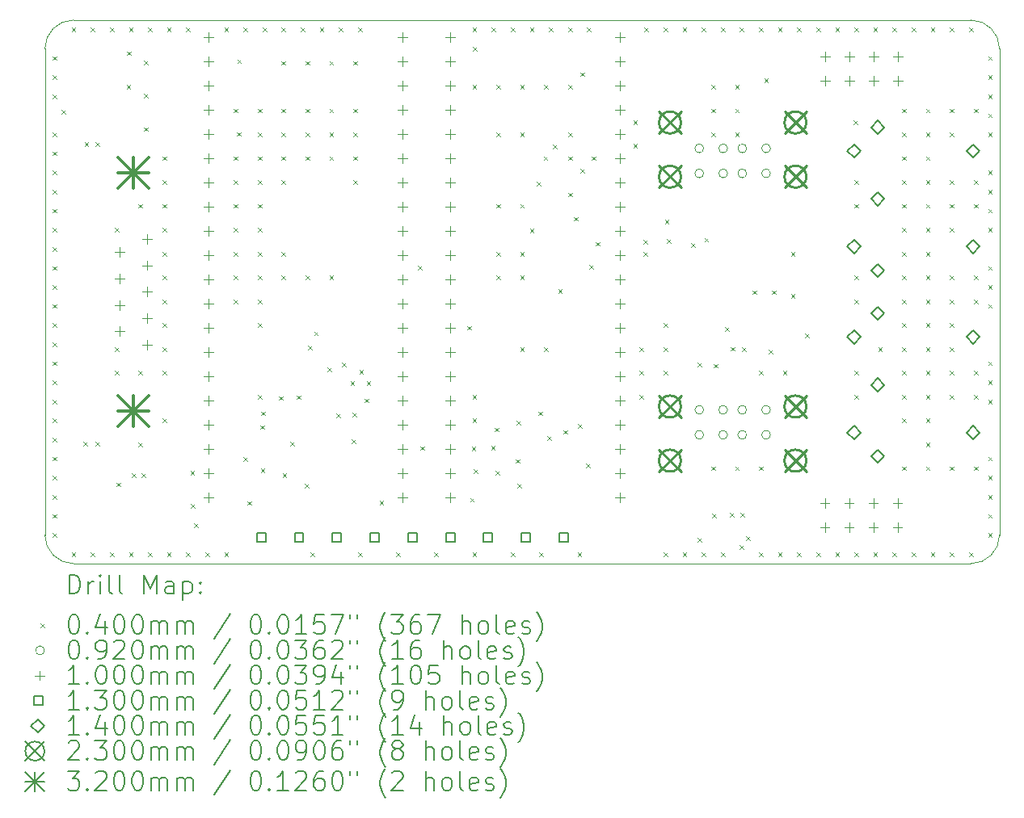
<source format=gbr>
%TF.GenerationSoftware,KiCad,Pcbnew,8.0.4+dfsg-1*%
%TF.CreationDate,2025-02-26T12:03:38+01:00*%
%TF.ProjectId,MiSTeryShield20kRPiPico,4d695354-6572-4795-9368-69656c643230,V2*%
%TF.SameCoordinates,Original*%
%TF.FileFunction,Drillmap*%
%TF.FilePolarity,Positive*%
%FSLAX45Y45*%
G04 Gerber Fmt 4.5, Leading zero omitted, Abs format (unit mm)*
G04 Created by KiCad (PCBNEW 8.0.4+dfsg-1) date 2025-02-26 12:03:38*
%MOMM*%
%LPD*%
G01*
G04 APERTURE LIST*
%ADD10C,0.100000*%
%ADD11C,0.200000*%
%ADD12C,0.130000*%
%ADD13C,0.140000*%
%ADD14C,0.230000*%
%ADD15C,0.320000*%
G04 APERTURE END LIST*
D10*
X16889200Y-3860000D02*
G75*
G02*
X17189200Y-4160000I0J-300000D01*
G01*
X16889200Y-3860000D02*
X7489200Y-3860000D01*
X17189200Y-9260000D02*
X17189200Y-4160000D01*
X7489200Y-9560000D02*
X16889200Y-9560000D01*
X7489200Y-9560000D02*
G75*
G02*
X7189200Y-9260000I0J300000D01*
G01*
X7189200Y-4160000D02*
X7189200Y-9260000D01*
X7189200Y-4160000D02*
G75*
G02*
X7489200Y-3860000I300000J0D01*
G01*
X17189200Y-9260000D02*
G75*
G02*
X16889200Y-9560000I-300000J0D01*
G01*
D11*
D10*
X7269200Y-4240000D02*
X7309200Y-4280000D01*
X7309200Y-4240000D02*
X7269200Y-4280000D01*
X7269200Y-4440000D02*
X7309200Y-4480000D01*
X7309200Y-4440000D02*
X7269200Y-4480000D01*
X7269200Y-4640000D02*
X7309200Y-4680000D01*
X7309200Y-4640000D02*
X7269200Y-4680000D01*
X7269200Y-5040000D02*
X7309200Y-5080000D01*
X7309200Y-5040000D02*
X7269200Y-5080000D01*
X7269200Y-5240000D02*
X7309200Y-5280000D01*
X7309200Y-5240000D02*
X7269200Y-5280000D01*
X7269200Y-5440000D02*
X7309200Y-5480000D01*
X7309200Y-5440000D02*
X7269200Y-5480000D01*
X7269200Y-5640000D02*
X7309200Y-5680000D01*
X7309200Y-5640000D02*
X7269200Y-5680000D01*
X7269200Y-5840000D02*
X7309200Y-5880000D01*
X7309200Y-5840000D02*
X7269200Y-5880000D01*
X7269200Y-6040000D02*
X7309200Y-6080000D01*
X7309200Y-6040000D02*
X7269200Y-6080000D01*
X7269200Y-6240000D02*
X7309200Y-6280000D01*
X7309200Y-6240000D02*
X7269200Y-6280000D01*
X7269200Y-6440000D02*
X7309200Y-6480000D01*
X7309200Y-6440000D02*
X7269200Y-6480000D01*
X7269200Y-6640000D02*
X7309200Y-6680000D01*
X7309200Y-6640000D02*
X7269200Y-6680000D01*
X7269200Y-6840000D02*
X7309200Y-6880000D01*
X7309200Y-6840000D02*
X7269200Y-6880000D01*
X7269200Y-7040000D02*
X7309200Y-7080000D01*
X7309200Y-7040000D02*
X7269200Y-7080000D01*
X7269200Y-7240000D02*
X7309200Y-7280000D01*
X7309200Y-7240000D02*
X7269200Y-7280000D01*
X7269200Y-7440000D02*
X7309200Y-7480000D01*
X7309200Y-7440000D02*
X7269200Y-7480000D01*
X7269200Y-7640000D02*
X7309200Y-7680000D01*
X7309200Y-7640000D02*
X7269200Y-7680000D01*
X7269200Y-7840000D02*
X7309200Y-7880000D01*
X7309200Y-7840000D02*
X7269200Y-7880000D01*
X7269200Y-8040000D02*
X7309200Y-8080000D01*
X7309200Y-8040000D02*
X7269200Y-8080000D01*
X7269200Y-8240000D02*
X7309200Y-8280000D01*
X7309200Y-8240000D02*
X7269200Y-8280000D01*
X7269200Y-8440000D02*
X7309200Y-8480000D01*
X7309200Y-8440000D02*
X7269200Y-8480000D01*
X7269200Y-8640000D02*
X7309200Y-8680000D01*
X7309200Y-8640000D02*
X7269200Y-8680000D01*
X7269200Y-8840000D02*
X7309200Y-8880000D01*
X7309200Y-8840000D02*
X7269200Y-8880000D01*
X7269200Y-9040000D02*
X7309200Y-9080000D01*
X7309200Y-9040000D02*
X7269200Y-9080000D01*
X7269200Y-9240000D02*
X7309200Y-9280000D01*
X7309200Y-9240000D02*
X7269200Y-9280000D01*
X7362950Y-4803750D02*
X7402950Y-4843750D01*
X7402950Y-4803750D02*
X7362950Y-4843750D01*
X7469200Y-3940000D02*
X7509200Y-3980000D01*
X7509200Y-3940000D02*
X7469200Y-3980000D01*
X7469200Y-9440000D02*
X7509200Y-9480000D01*
X7509200Y-9440000D02*
X7469200Y-9480000D01*
X7594200Y-8285000D02*
X7634200Y-8325000D01*
X7634200Y-8285000D02*
X7594200Y-8325000D01*
X7604200Y-5140000D02*
X7644200Y-5180000D01*
X7644200Y-5140000D02*
X7604200Y-5180000D01*
X7669200Y-3940000D02*
X7709200Y-3980000D01*
X7709200Y-3940000D02*
X7669200Y-3980000D01*
X7669200Y-9440000D02*
X7709200Y-9480000D01*
X7709200Y-9440000D02*
X7669200Y-9480000D01*
X7719200Y-5140000D02*
X7759200Y-5180000D01*
X7759200Y-5140000D02*
X7719200Y-5180000D01*
X7719200Y-8285000D02*
X7759200Y-8325000D01*
X7759200Y-8285000D02*
X7719200Y-8325000D01*
X7869200Y-3940000D02*
X7909200Y-3980000D01*
X7909200Y-3940000D02*
X7869200Y-3980000D01*
X7869200Y-9440000D02*
X7909200Y-9480000D01*
X7909200Y-9440000D02*
X7869200Y-9480000D01*
X7919200Y-6040000D02*
X7959200Y-6080000D01*
X7959200Y-6040000D02*
X7919200Y-6080000D01*
X7919200Y-7290000D02*
X7959200Y-7330000D01*
X7959200Y-7290000D02*
X7919200Y-7330000D01*
X7919200Y-7540000D02*
X7959200Y-7580000D01*
X7959200Y-7540000D02*
X7919200Y-7580000D01*
X7939200Y-8710000D02*
X7979200Y-8750000D01*
X7979200Y-8710000D02*
X7939200Y-8750000D01*
X8044200Y-4540000D02*
X8084200Y-4580000D01*
X8084200Y-4540000D02*
X8044200Y-4580000D01*
X8049200Y-4190000D02*
X8089200Y-4230000D01*
X8089200Y-4190000D02*
X8049200Y-4230000D01*
X8069200Y-3940000D02*
X8109200Y-3980000D01*
X8109200Y-3940000D02*
X8069200Y-3980000D01*
X8069200Y-9440000D02*
X8109200Y-9480000D01*
X8109200Y-9440000D02*
X8069200Y-9480000D01*
X8099200Y-8610000D02*
X8139200Y-8650000D01*
X8139200Y-8610000D02*
X8099200Y-8650000D01*
X8169200Y-5790000D02*
X8209200Y-5830000D01*
X8209200Y-5790000D02*
X8169200Y-5830000D01*
X8169200Y-7540000D02*
X8209200Y-7580000D01*
X8209200Y-7540000D02*
X8169200Y-7580000D01*
X8169200Y-8290000D02*
X8209200Y-8330000D01*
X8209200Y-8290000D02*
X8169200Y-8330000D01*
X8199200Y-8610000D02*
X8239200Y-8650000D01*
X8239200Y-8610000D02*
X8199200Y-8650000D01*
X8229200Y-4285000D02*
X8269200Y-4325000D01*
X8269200Y-4285000D02*
X8229200Y-4325000D01*
X8229200Y-4635000D02*
X8269200Y-4675000D01*
X8269200Y-4635000D02*
X8229200Y-4675000D01*
X8229200Y-4985000D02*
X8269200Y-5025000D01*
X8269200Y-4985000D02*
X8229200Y-5025000D01*
X8269200Y-3940000D02*
X8309200Y-3980000D01*
X8309200Y-3940000D02*
X8269200Y-3980000D01*
X8269200Y-9440000D02*
X8309200Y-9480000D01*
X8309200Y-9440000D02*
X8269200Y-9480000D01*
X8419200Y-5290000D02*
X8459200Y-5330000D01*
X8459200Y-5290000D02*
X8419200Y-5330000D01*
X8419200Y-5540000D02*
X8459200Y-5580000D01*
X8459200Y-5540000D02*
X8419200Y-5580000D01*
X8419200Y-5790000D02*
X8459200Y-5830000D01*
X8459200Y-5790000D02*
X8419200Y-5830000D01*
X8419200Y-6040000D02*
X8459200Y-6080000D01*
X8459200Y-6040000D02*
X8419200Y-6080000D01*
X8419200Y-6290000D02*
X8459200Y-6330000D01*
X8459200Y-6290000D02*
X8419200Y-6330000D01*
X8419200Y-6540000D02*
X8459200Y-6580000D01*
X8459200Y-6540000D02*
X8419200Y-6580000D01*
X8419200Y-6790000D02*
X8459200Y-6830000D01*
X8459200Y-6790000D02*
X8419200Y-6830000D01*
X8419200Y-7040000D02*
X8459200Y-7080000D01*
X8459200Y-7040000D02*
X8419200Y-7080000D01*
X8419200Y-7290000D02*
X8459200Y-7330000D01*
X8459200Y-7290000D02*
X8419200Y-7330000D01*
X8419200Y-7540000D02*
X8459200Y-7580000D01*
X8459200Y-7540000D02*
X8419200Y-7580000D01*
X8419200Y-8040000D02*
X8459200Y-8080000D01*
X8459200Y-8040000D02*
X8419200Y-8080000D01*
X8469200Y-3940000D02*
X8509200Y-3980000D01*
X8509200Y-3940000D02*
X8469200Y-3980000D01*
X8469200Y-9440000D02*
X8509200Y-9480000D01*
X8509200Y-9440000D02*
X8469200Y-9480000D01*
X8669200Y-3940000D02*
X8709200Y-3980000D01*
X8709200Y-3940000D02*
X8669200Y-3980000D01*
X8669200Y-9440000D02*
X8709200Y-9480000D01*
X8709200Y-9440000D02*
X8669200Y-9480000D01*
X8714200Y-8586250D02*
X8754200Y-8626250D01*
X8754200Y-8586250D02*
X8714200Y-8626250D01*
X8717950Y-8936250D02*
X8757950Y-8976250D01*
X8757950Y-8936250D02*
X8717950Y-8976250D01*
X8749200Y-9140000D02*
X8789200Y-9180000D01*
X8789200Y-9140000D02*
X8749200Y-9180000D01*
X8869200Y-9440000D02*
X8909200Y-9480000D01*
X8909200Y-9440000D02*
X8869200Y-9480000D01*
X9069200Y-3940000D02*
X9109200Y-3980000D01*
X9109200Y-3940000D02*
X9069200Y-3980000D01*
X9069200Y-9440000D02*
X9109200Y-9480000D01*
X9109200Y-9440000D02*
X9069200Y-9480000D01*
X9169200Y-4790000D02*
X9209200Y-4830000D01*
X9209200Y-4790000D02*
X9169200Y-4830000D01*
X9169200Y-5290000D02*
X9209200Y-5330000D01*
X9209200Y-5290000D02*
X9169200Y-5330000D01*
X9169200Y-5540000D02*
X9209200Y-5580000D01*
X9209200Y-5540000D02*
X9169200Y-5580000D01*
X9169200Y-5790000D02*
X9209200Y-5830000D01*
X9209200Y-5790000D02*
X9169200Y-5830000D01*
X9169200Y-6040000D02*
X9209200Y-6080000D01*
X9209200Y-6040000D02*
X9169200Y-6080000D01*
X9169200Y-6290000D02*
X9209200Y-6330000D01*
X9209200Y-6290000D02*
X9169200Y-6330000D01*
X9169200Y-6540000D02*
X9209200Y-6580000D01*
X9209200Y-6540000D02*
X9169200Y-6580000D01*
X9169200Y-6790000D02*
X9209200Y-6830000D01*
X9209200Y-6790000D02*
X9169200Y-6830000D01*
X9199200Y-5035000D02*
X9239200Y-5075000D01*
X9239200Y-5035000D02*
X9199200Y-5075000D01*
X9204200Y-4273000D02*
X9244200Y-4313000D01*
X9244200Y-4273000D02*
X9204200Y-4313000D01*
X9269200Y-3940000D02*
X9309200Y-3980000D01*
X9309200Y-3940000D02*
X9269200Y-3980000D01*
X9269200Y-8445000D02*
X9309200Y-8485000D01*
X9309200Y-8445000D02*
X9269200Y-8485000D01*
X9309200Y-8905000D02*
X9349200Y-8945000D01*
X9349200Y-8905000D02*
X9309200Y-8945000D01*
X9419200Y-4790000D02*
X9459200Y-4830000D01*
X9459200Y-4790000D02*
X9419200Y-4830000D01*
X9419200Y-5040000D02*
X9459200Y-5080000D01*
X9459200Y-5040000D02*
X9419200Y-5080000D01*
X9419200Y-5290000D02*
X9459200Y-5330000D01*
X9459200Y-5290000D02*
X9419200Y-5330000D01*
X9419200Y-5540000D02*
X9459200Y-5580000D01*
X9459200Y-5540000D02*
X9419200Y-5580000D01*
X9419200Y-5790000D02*
X9459200Y-5830000D01*
X9459200Y-5790000D02*
X9419200Y-5830000D01*
X9419200Y-6040000D02*
X9459200Y-6080000D01*
X9459200Y-6040000D02*
X9419200Y-6080000D01*
X9419200Y-6290000D02*
X9459200Y-6330000D01*
X9459200Y-6290000D02*
X9419200Y-6330000D01*
X9419200Y-6540000D02*
X9459200Y-6580000D01*
X9459200Y-6540000D02*
X9419200Y-6580000D01*
X9419200Y-6790000D02*
X9459200Y-6830000D01*
X9459200Y-6790000D02*
X9419200Y-6830000D01*
X9419200Y-7040000D02*
X9459200Y-7080000D01*
X9459200Y-7040000D02*
X9419200Y-7080000D01*
X9419200Y-7790000D02*
X9459200Y-7830000D01*
X9459200Y-7790000D02*
X9419200Y-7830000D01*
X9444200Y-8110000D02*
X9484200Y-8150000D01*
X9484200Y-8110000D02*
X9444200Y-8150000D01*
X9449200Y-8560000D02*
X9489200Y-8600000D01*
X9489200Y-8560000D02*
X9449200Y-8600000D01*
X9454200Y-7965000D02*
X9494200Y-8005000D01*
X9494200Y-7965000D02*
X9454200Y-8005000D01*
X9469200Y-3940000D02*
X9509200Y-3980000D01*
X9509200Y-3940000D02*
X9469200Y-3980000D01*
X9643200Y-7805000D02*
X9683200Y-7845000D01*
X9683200Y-7805000D02*
X9643200Y-7845000D01*
X9669200Y-3940000D02*
X9709200Y-3980000D01*
X9709200Y-3940000D02*
X9669200Y-3980000D01*
X9669200Y-4290000D02*
X9709200Y-4330000D01*
X9709200Y-4290000D02*
X9669200Y-4330000D01*
X9669200Y-4790000D02*
X9709200Y-4830000D01*
X9709200Y-4790000D02*
X9669200Y-4830000D01*
X9669200Y-5040000D02*
X9709200Y-5080000D01*
X9709200Y-5040000D02*
X9669200Y-5080000D01*
X9669200Y-5290000D02*
X9709200Y-5330000D01*
X9709200Y-5290000D02*
X9669200Y-5330000D01*
X9669200Y-5540000D02*
X9709200Y-5580000D01*
X9709200Y-5540000D02*
X9669200Y-5580000D01*
X9669200Y-6290000D02*
X9709200Y-6330000D01*
X9709200Y-6290000D02*
X9669200Y-6330000D01*
X9669200Y-6540000D02*
X9709200Y-6580000D01*
X9709200Y-6540000D02*
X9669200Y-6580000D01*
X9679200Y-8615000D02*
X9719200Y-8655000D01*
X9719200Y-8615000D02*
X9679200Y-8655000D01*
X9759200Y-8285000D02*
X9799200Y-8325000D01*
X9799200Y-8285000D02*
X9759200Y-8325000D01*
X9824200Y-7795000D02*
X9864200Y-7835000D01*
X9864200Y-7795000D02*
X9824200Y-7835000D01*
X9869200Y-3940000D02*
X9909200Y-3980000D01*
X9909200Y-3940000D02*
X9869200Y-3980000D01*
X9914200Y-8720000D02*
X9954200Y-8760000D01*
X9954200Y-8720000D02*
X9914200Y-8760000D01*
X9919200Y-4290000D02*
X9959200Y-4330000D01*
X9959200Y-4290000D02*
X9919200Y-4330000D01*
X9919200Y-4790000D02*
X9959200Y-4830000D01*
X9959200Y-4790000D02*
X9919200Y-4830000D01*
X9919200Y-5040000D02*
X9959200Y-5080000D01*
X9959200Y-5040000D02*
X9919200Y-5080000D01*
X9919200Y-5290000D02*
X9959200Y-5330000D01*
X9959200Y-5290000D02*
X9919200Y-5330000D01*
X9919200Y-6540000D02*
X9959200Y-6580000D01*
X9959200Y-6540000D02*
X9919200Y-6580000D01*
X9944200Y-7275000D02*
X9984200Y-7315000D01*
X9984200Y-7275000D02*
X9944200Y-7315000D01*
X9969200Y-9440000D02*
X10009200Y-9480000D01*
X10009200Y-9440000D02*
X9969200Y-9480000D01*
X10009200Y-7127000D02*
X10049200Y-7167000D01*
X10049200Y-7127000D02*
X10009200Y-7167000D01*
X10069200Y-3940000D02*
X10109200Y-3980000D01*
X10109200Y-3940000D02*
X10069200Y-3980000D01*
X10149200Y-7505000D02*
X10189200Y-7545000D01*
X10189200Y-7505000D02*
X10149200Y-7545000D01*
X10169200Y-4290000D02*
X10209200Y-4330000D01*
X10209200Y-4290000D02*
X10169200Y-4330000D01*
X10169200Y-4790000D02*
X10209200Y-4830000D01*
X10209200Y-4790000D02*
X10169200Y-4830000D01*
X10169200Y-5040000D02*
X10209200Y-5080000D01*
X10209200Y-5040000D02*
X10169200Y-5080000D01*
X10169200Y-5290000D02*
X10209200Y-5330000D01*
X10209200Y-5290000D02*
X10169200Y-5330000D01*
X10169200Y-6540000D02*
X10209200Y-6580000D01*
X10209200Y-6540000D02*
X10169200Y-6580000D01*
X10239200Y-7985000D02*
X10279200Y-8025000D01*
X10279200Y-7985000D02*
X10239200Y-8025000D01*
X10269200Y-3940000D02*
X10309200Y-3980000D01*
X10309200Y-3940000D02*
X10269200Y-3980000D01*
X10299200Y-7455000D02*
X10339200Y-7495000D01*
X10339200Y-7455000D02*
X10299200Y-7495000D01*
X10389200Y-7650000D02*
X10429200Y-7690000D01*
X10429200Y-7650000D02*
X10389200Y-7690000D01*
X10404200Y-8255000D02*
X10444200Y-8295000D01*
X10444200Y-8255000D02*
X10404200Y-8295000D01*
X10414200Y-7975000D02*
X10454200Y-8015000D01*
X10454200Y-7975000D02*
X10414200Y-8015000D01*
X10419200Y-4290000D02*
X10459200Y-4330000D01*
X10459200Y-4290000D02*
X10419200Y-4330000D01*
X10419200Y-4790000D02*
X10459200Y-4830000D01*
X10459200Y-4790000D02*
X10419200Y-4830000D01*
X10419200Y-5040000D02*
X10459200Y-5080000D01*
X10459200Y-5040000D02*
X10419200Y-5080000D01*
X10419200Y-5290000D02*
X10459200Y-5330000D01*
X10459200Y-5290000D02*
X10419200Y-5330000D01*
X10419200Y-5540000D02*
X10459200Y-5580000D01*
X10459200Y-5540000D02*
X10419200Y-5580000D01*
X10469200Y-3940000D02*
X10509200Y-3980000D01*
X10509200Y-3940000D02*
X10469200Y-3980000D01*
X10469200Y-9440000D02*
X10509200Y-9480000D01*
X10509200Y-9440000D02*
X10469200Y-9480000D01*
X10484200Y-7527500D02*
X10524200Y-7567500D01*
X10524200Y-7527500D02*
X10484200Y-7567500D01*
X10539200Y-7829000D02*
X10579200Y-7869000D01*
X10579200Y-7829000D02*
X10539200Y-7869000D01*
X10559200Y-7650000D02*
X10599200Y-7690000D01*
X10599200Y-7650000D02*
X10559200Y-7690000D01*
X10694200Y-8900000D02*
X10734200Y-8940000D01*
X10734200Y-8900000D02*
X10694200Y-8940000D01*
X10869200Y-9440000D02*
X10909200Y-9480000D01*
X10909200Y-9440000D02*
X10869200Y-9480000D01*
X11094200Y-6435000D02*
X11134200Y-6475000D01*
X11134200Y-6435000D02*
X11094200Y-6475000D01*
X11124200Y-8330000D02*
X11164200Y-8370000D01*
X11164200Y-8330000D02*
X11124200Y-8370000D01*
X11269200Y-9440000D02*
X11309200Y-9480000D01*
X11309200Y-9440000D02*
X11269200Y-9480000D01*
X11612200Y-7068000D02*
X11652200Y-7108000D01*
X11652200Y-7068000D02*
X11612200Y-7108000D01*
X11644200Y-8870000D02*
X11684200Y-8910000D01*
X11684200Y-8870000D02*
X11644200Y-8910000D01*
X11659200Y-8335000D02*
X11699200Y-8375000D01*
X11699200Y-8335000D02*
X11659200Y-8375000D01*
X11669200Y-3940000D02*
X11709200Y-3980000D01*
X11709200Y-3940000D02*
X11669200Y-3980000D01*
X11669200Y-4540000D02*
X11709200Y-4580000D01*
X11709200Y-4540000D02*
X11669200Y-4580000D01*
X11669200Y-7790000D02*
X11709200Y-7830000D01*
X11709200Y-7790000D02*
X11669200Y-7830000D01*
X11669200Y-8040000D02*
X11709200Y-8080000D01*
X11709200Y-8040000D02*
X11669200Y-8080000D01*
X11669200Y-9440000D02*
X11709200Y-9480000D01*
X11709200Y-9440000D02*
X11669200Y-9480000D01*
X11674200Y-4145000D02*
X11714200Y-4185000D01*
X11714200Y-4145000D02*
X11674200Y-4185000D01*
X11683200Y-8568000D02*
X11723200Y-8608000D01*
X11723200Y-8568000D02*
X11683200Y-8608000D01*
X11864200Y-8325000D02*
X11904200Y-8365000D01*
X11904200Y-8325000D02*
X11864200Y-8365000D01*
X11869200Y-3940000D02*
X11909200Y-3980000D01*
X11909200Y-3940000D02*
X11869200Y-3980000D01*
X11899200Y-8135000D02*
X11939200Y-8175000D01*
X11939200Y-8135000D02*
X11899200Y-8175000D01*
X11909200Y-8585000D02*
X11949200Y-8625000D01*
X11949200Y-8585000D02*
X11909200Y-8625000D01*
X11919200Y-4540000D02*
X11959200Y-4580000D01*
X11959200Y-4540000D02*
X11919200Y-4580000D01*
X11919200Y-5040000D02*
X11959200Y-5080000D01*
X11959200Y-5040000D02*
X11919200Y-5080000D01*
X11919200Y-5790000D02*
X11959200Y-5830000D01*
X11959200Y-5790000D02*
X11919200Y-5830000D01*
X11919200Y-6290000D02*
X11959200Y-6330000D01*
X11959200Y-6290000D02*
X11919200Y-6330000D01*
X11919200Y-6540000D02*
X11959200Y-6580000D01*
X11959200Y-6540000D02*
X11919200Y-6580000D01*
X12069200Y-3940000D02*
X12109200Y-3980000D01*
X12109200Y-3940000D02*
X12069200Y-3980000D01*
X12069200Y-9440000D02*
X12109200Y-9480000D01*
X12109200Y-9440000D02*
X12069200Y-9480000D01*
X12119200Y-8465000D02*
X12159200Y-8505000D01*
X12159200Y-8465000D02*
X12119200Y-8505000D01*
X12129200Y-8060000D02*
X12169200Y-8100000D01*
X12169200Y-8060000D02*
X12129200Y-8100000D01*
X12139200Y-8720000D02*
X12179200Y-8760000D01*
X12179200Y-8720000D02*
X12139200Y-8760000D01*
X12169200Y-4540000D02*
X12209200Y-4580000D01*
X12209200Y-4540000D02*
X12169200Y-4580000D01*
X12169200Y-5040000D02*
X12209200Y-5080000D01*
X12209200Y-5040000D02*
X12169200Y-5080000D01*
X12169200Y-5790000D02*
X12209200Y-5830000D01*
X12209200Y-5790000D02*
X12169200Y-5830000D01*
X12169200Y-6290000D02*
X12209200Y-6330000D01*
X12209200Y-6290000D02*
X12169200Y-6330000D01*
X12169200Y-6540000D02*
X12209200Y-6580000D01*
X12209200Y-6540000D02*
X12169200Y-6580000D01*
X12169200Y-7290000D02*
X12209200Y-7330000D01*
X12209200Y-7290000D02*
X12169200Y-7330000D01*
X12269200Y-3940000D02*
X12309200Y-3980000D01*
X12309200Y-3940000D02*
X12269200Y-3980000D01*
X12269200Y-6050000D02*
X12309200Y-6090000D01*
X12309200Y-6050000D02*
X12269200Y-6090000D01*
X12339200Y-5555000D02*
X12379200Y-5595000D01*
X12379200Y-5555000D02*
X12339200Y-5595000D01*
X12359200Y-7965000D02*
X12399200Y-8005000D01*
X12399200Y-7965000D02*
X12359200Y-8005000D01*
X12369200Y-9440000D02*
X12409200Y-9480000D01*
X12409200Y-9440000D02*
X12369200Y-9480000D01*
X12414200Y-5290000D02*
X12454200Y-5330000D01*
X12454200Y-5290000D02*
X12414200Y-5330000D01*
X12419200Y-4540000D02*
X12459200Y-4580000D01*
X12459200Y-4540000D02*
X12419200Y-4580000D01*
X12419200Y-7290000D02*
X12459200Y-7330000D01*
X12459200Y-7290000D02*
X12419200Y-7330000D01*
X12454200Y-8225000D02*
X12494200Y-8265000D01*
X12494200Y-8225000D02*
X12454200Y-8265000D01*
X12469200Y-3940000D02*
X12509200Y-3980000D01*
X12509200Y-3940000D02*
X12469200Y-3980000D01*
X12509200Y-5165000D02*
X12549200Y-5205000D01*
X12549200Y-5165000D02*
X12509200Y-5205000D01*
X12566700Y-6685000D02*
X12606700Y-6725000D01*
X12606700Y-6685000D02*
X12566700Y-6725000D01*
X12619200Y-8160000D02*
X12659200Y-8200000D01*
X12659200Y-8160000D02*
X12619200Y-8200000D01*
X12669200Y-3940000D02*
X12709200Y-3980000D01*
X12709200Y-3940000D02*
X12669200Y-3980000D01*
X12669200Y-4540000D02*
X12709200Y-4580000D01*
X12709200Y-4540000D02*
X12669200Y-4580000D01*
X12669200Y-5040000D02*
X12709200Y-5080000D01*
X12709200Y-5040000D02*
X12669200Y-5080000D01*
X12669200Y-5290000D02*
X12709200Y-5330000D01*
X12709200Y-5290000D02*
X12669200Y-5330000D01*
X12669200Y-5670000D02*
X12709200Y-5710000D01*
X12709200Y-5670000D02*
X12669200Y-5710000D01*
X12734200Y-5925000D02*
X12774200Y-5965000D01*
X12774200Y-5925000D02*
X12734200Y-5965000D01*
X12769200Y-9440000D02*
X12809200Y-9480000D01*
X12809200Y-9440000D02*
X12769200Y-9480000D01*
X12774200Y-8095000D02*
X12814200Y-8135000D01*
X12814200Y-8095000D02*
X12774200Y-8135000D01*
X12799200Y-4410000D02*
X12839200Y-4450000D01*
X12839200Y-4410000D02*
X12799200Y-4450000D01*
X12799200Y-5420000D02*
X12839200Y-5460000D01*
X12839200Y-5420000D02*
X12799200Y-5460000D01*
X12859200Y-8510000D02*
X12899200Y-8550000D01*
X12899200Y-8510000D02*
X12859200Y-8550000D01*
X12869200Y-3940000D02*
X12909200Y-3980000D01*
X12909200Y-3940000D02*
X12869200Y-3980000D01*
X12894200Y-6430000D02*
X12934200Y-6470000D01*
X12934200Y-6430000D02*
X12894200Y-6470000D01*
X12919200Y-5290000D02*
X12959200Y-5330000D01*
X12959200Y-5290000D02*
X12919200Y-5330000D01*
X12956700Y-6187500D02*
X12996700Y-6227500D01*
X12996700Y-6187500D02*
X12956700Y-6227500D01*
X13354200Y-4910000D02*
X13394200Y-4950000D01*
X13394200Y-4910000D02*
X13354200Y-4950000D01*
X13354200Y-5160000D02*
X13394200Y-5200000D01*
X13394200Y-5160000D02*
X13354200Y-5200000D01*
X13419200Y-7290000D02*
X13459200Y-7330000D01*
X13459200Y-7290000D02*
X13419200Y-7330000D01*
X13419200Y-7540000D02*
X13459200Y-7580000D01*
X13459200Y-7540000D02*
X13419200Y-7580000D01*
X13419200Y-7790000D02*
X13459200Y-7830000D01*
X13459200Y-7790000D02*
X13419200Y-7830000D01*
X13459200Y-6165000D02*
X13499200Y-6205000D01*
X13499200Y-6165000D02*
X13459200Y-6205000D01*
X13459200Y-6295000D02*
X13499200Y-6335000D01*
X13499200Y-6295000D02*
X13459200Y-6335000D01*
X13469200Y-3940000D02*
X13509200Y-3980000D01*
X13509200Y-3940000D02*
X13469200Y-3980000D01*
X13669200Y-3940000D02*
X13709200Y-3980000D01*
X13709200Y-3940000D02*
X13669200Y-3980000D01*
X13669200Y-7040000D02*
X13709200Y-7080000D01*
X13709200Y-7040000D02*
X13669200Y-7080000D01*
X13669200Y-7290000D02*
X13709200Y-7330000D01*
X13709200Y-7290000D02*
X13669200Y-7330000D01*
X13669200Y-7540000D02*
X13709200Y-7580000D01*
X13709200Y-7540000D02*
X13669200Y-7580000D01*
X13669200Y-9440000D02*
X13709200Y-9480000D01*
X13709200Y-9440000D02*
X13669200Y-9480000D01*
X13684200Y-5955000D02*
X13724200Y-5995000D01*
X13724200Y-5955000D02*
X13684200Y-5995000D01*
X13704200Y-6155000D02*
X13744200Y-6195000D01*
X13744200Y-6155000D02*
X13704200Y-6195000D01*
X13869200Y-3940000D02*
X13909200Y-3980000D01*
X13909200Y-3940000D02*
X13869200Y-3980000D01*
X13869200Y-9440000D02*
X13909200Y-9480000D01*
X13909200Y-9440000D02*
X13869200Y-9480000D01*
X13959200Y-6200000D02*
X13999200Y-6240000D01*
X13999200Y-6200000D02*
X13959200Y-6240000D01*
X14024200Y-7455000D02*
X14064200Y-7495000D01*
X14064200Y-7455000D02*
X14024200Y-7495000D01*
X14024200Y-9290000D02*
X14064200Y-9330000D01*
X14064200Y-9290000D02*
X14024200Y-9330000D01*
X14069200Y-3940000D02*
X14109200Y-3980000D01*
X14109200Y-3940000D02*
X14069200Y-3980000D01*
X14069200Y-9440000D02*
X14109200Y-9480000D01*
X14109200Y-9440000D02*
X14069200Y-9480000D01*
X14099200Y-6145000D02*
X14139200Y-6185000D01*
X14139200Y-6145000D02*
X14099200Y-6185000D01*
X14169200Y-4540000D02*
X14209200Y-4580000D01*
X14209200Y-4540000D02*
X14169200Y-4580000D01*
X14169200Y-4790000D02*
X14209200Y-4830000D01*
X14209200Y-4790000D02*
X14169200Y-4830000D01*
X14169200Y-5040000D02*
X14209200Y-5080000D01*
X14209200Y-5040000D02*
X14169200Y-5080000D01*
X14169200Y-8540000D02*
X14209200Y-8580000D01*
X14209200Y-8540000D02*
X14169200Y-8580000D01*
X14179200Y-9035000D02*
X14219200Y-9075000D01*
X14219200Y-9035000D02*
X14179200Y-9075000D01*
X14194200Y-7465000D02*
X14234200Y-7505000D01*
X14234200Y-7465000D02*
X14194200Y-7505000D01*
X14269200Y-3940000D02*
X14309200Y-3980000D01*
X14309200Y-3940000D02*
X14269200Y-3980000D01*
X14269200Y-9440000D02*
X14309200Y-9480000D01*
X14309200Y-9440000D02*
X14269200Y-9480000D01*
X14314200Y-7080000D02*
X14354200Y-7120000D01*
X14354200Y-7080000D02*
X14314200Y-7120000D01*
X14364200Y-9030000D02*
X14404200Y-9070000D01*
X14404200Y-9030000D02*
X14364200Y-9070000D01*
X14371700Y-7287500D02*
X14411700Y-7327500D01*
X14411700Y-7287500D02*
X14371700Y-7327500D01*
X14419200Y-4540000D02*
X14459200Y-4580000D01*
X14459200Y-4540000D02*
X14419200Y-4580000D01*
X14419200Y-4790000D02*
X14459200Y-4830000D01*
X14459200Y-4790000D02*
X14419200Y-4830000D01*
X14419200Y-5040000D02*
X14459200Y-5080000D01*
X14459200Y-5040000D02*
X14419200Y-5080000D01*
X14419200Y-8540000D02*
X14459200Y-8580000D01*
X14459200Y-8540000D02*
X14419200Y-8580000D01*
X14469200Y-3940000D02*
X14509200Y-3980000D01*
X14509200Y-3940000D02*
X14469200Y-3980000D01*
X14469200Y-9365000D02*
X14509200Y-9405000D01*
X14509200Y-9365000D02*
X14469200Y-9405000D01*
X14474200Y-9030000D02*
X14514200Y-9070000D01*
X14514200Y-9030000D02*
X14474200Y-9070000D01*
X14489200Y-7290000D02*
X14529200Y-7330000D01*
X14529200Y-7290000D02*
X14489200Y-7330000D01*
X14534200Y-9275000D02*
X14574200Y-9315000D01*
X14574200Y-9275000D02*
X14534200Y-9315000D01*
X14604200Y-6695000D02*
X14644200Y-6735000D01*
X14644200Y-6695000D02*
X14604200Y-6735000D01*
X14669200Y-3940000D02*
X14709200Y-3980000D01*
X14709200Y-3940000D02*
X14669200Y-3980000D01*
X14669200Y-7540000D02*
X14709200Y-7580000D01*
X14709200Y-7540000D02*
X14669200Y-7580000D01*
X14669200Y-8540000D02*
X14709200Y-8580000D01*
X14709200Y-8540000D02*
X14669200Y-8580000D01*
X14669200Y-9440000D02*
X14709200Y-9480000D01*
X14709200Y-9440000D02*
X14669200Y-9480000D01*
X14724200Y-4470000D02*
X14764200Y-4510000D01*
X14764200Y-4470000D02*
X14724200Y-4510000D01*
X14774200Y-7315000D02*
X14814200Y-7355000D01*
X14814200Y-7315000D02*
X14774200Y-7355000D01*
X14804200Y-6695000D02*
X14844200Y-6735000D01*
X14844200Y-6695000D02*
X14804200Y-6735000D01*
X14869200Y-3940000D02*
X14909200Y-3980000D01*
X14909200Y-3940000D02*
X14869200Y-3980000D01*
X14869200Y-9440000D02*
X14909200Y-9480000D01*
X14909200Y-9440000D02*
X14869200Y-9480000D01*
X14919200Y-7540000D02*
X14959200Y-7580000D01*
X14959200Y-7540000D02*
X14919200Y-7580000D01*
X15004200Y-6295000D02*
X15044200Y-6335000D01*
X15044200Y-6295000D02*
X15004200Y-6335000D01*
X15004200Y-6735000D02*
X15044200Y-6775000D01*
X15044200Y-6735000D02*
X15004200Y-6775000D01*
X15069200Y-3940000D02*
X15109200Y-3980000D01*
X15109200Y-3940000D02*
X15069200Y-3980000D01*
X15069200Y-9440000D02*
X15109200Y-9480000D01*
X15109200Y-9440000D02*
X15069200Y-9480000D01*
X15154200Y-7150000D02*
X15194200Y-7190000D01*
X15194200Y-7150000D02*
X15154200Y-7190000D01*
X15269200Y-3940000D02*
X15309200Y-3980000D01*
X15309200Y-3940000D02*
X15269200Y-3980000D01*
X15269200Y-9440000D02*
X15309200Y-9480000D01*
X15309200Y-9440000D02*
X15269200Y-9480000D01*
X15469200Y-3940000D02*
X15509200Y-3980000D01*
X15509200Y-3940000D02*
X15469200Y-3980000D01*
X15469200Y-9440000D02*
X15509200Y-9480000D01*
X15509200Y-9440000D02*
X15469200Y-9480000D01*
X15659200Y-4915000D02*
X15699200Y-4955000D01*
X15699200Y-4915000D02*
X15659200Y-4955000D01*
X15669200Y-3940000D02*
X15709200Y-3980000D01*
X15709200Y-3940000D02*
X15669200Y-3980000D01*
X15669200Y-5540000D02*
X15709200Y-5580000D01*
X15709200Y-5540000D02*
X15669200Y-5580000D01*
X15669200Y-5790000D02*
X15709200Y-5830000D01*
X15709200Y-5790000D02*
X15669200Y-5830000D01*
X15669200Y-6540000D02*
X15709200Y-6580000D01*
X15709200Y-6540000D02*
X15669200Y-6580000D01*
X15669200Y-6790000D02*
X15709200Y-6830000D01*
X15709200Y-6790000D02*
X15669200Y-6830000D01*
X15669200Y-7540000D02*
X15709200Y-7580000D01*
X15709200Y-7540000D02*
X15669200Y-7580000D01*
X15669200Y-7790000D02*
X15709200Y-7830000D01*
X15709200Y-7790000D02*
X15669200Y-7830000D01*
X15669200Y-9440000D02*
X15709200Y-9480000D01*
X15709200Y-9440000D02*
X15669200Y-9480000D01*
X15869200Y-3940000D02*
X15909200Y-3980000D01*
X15909200Y-3940000D02*
X15869200Y-3980000D01*
X15869200Y-9440000D02*
X15909200Y-9480000D01*
X15909200Y-9440000D02*
X15869200Y-9480000D01*
X15919200Y-7290000D02*
X15959200Y-7330000D01*
X15959200Y-7290000D02*
X15919200Y-7330000D01*
X16069200Y-3940000D02*
X16109200Y-3980000D01*
X16109200Y-3940000D02*
X16069200Y-3980000D01*
X16069200Y-9440000D02*
X16109200Y-9480000D01*
X16109200Y-9440000D02*
X16069200Y-9480000D01*
X16169200Y-4790000D02*
X16209200Y-4830000D01*
X16209200Y-4790000D02*
X16169200Y-4830000D01*
X16169200Y-5040000D02*
X16209200Y-5080000D01*
X16209200Y-5040000D02*
X16169200Y-5080000D01*
X16169200Y-5290000D02*
X16209200Y-5330000D01*
X16209200Y-5290000D02*
X16169200Y-5330000D01*
X16169200Y-5540000D02*
X16209200Y-5580000D01*
X16209200Y-5540000D02*
X16169200Y-5580000D01*
X16169200Y-5790000D02*
X16209200Y-5830000D01*
X16209200Y-5790000D02*
X16169200Y-5830000D01*
X16169200Y-6040000D02*
X16209200Y-6080000D01*
X16209200Y-6040000D02*
X16169200Y-6080000D01*
X16169200Y-6290000D02*
X16209200Y-6330000D01*
X16209200Y-6290000D02*
X16169200Y-6330000D01*
X16169200Y-6540000D02*
X16209200Y-6580000D01*
X16209200Y-6540000D02*
X16169200Y-6580000D01*
X16169200Y-6790000D02*
X16209200Y-6830000D01*
X16209200Y-6790000D02*
X16169200Y-6830000D01*
X16169200Y-7040000D02*
X16209200Y-7080000D01*
X16209200Y-7040000D02*
X16169200Y-7080000D01*
X16169200Y-7290000D02*
X16209200Y-7330000D01*
X16209200Y-7290000D02*
X16169200Y-7330000D01*
X16169200Y-7540000D02*
X16209200Y-7580000D01*
X16209200Y-7540000D02*
X16169200Y-7580000D01*
X16169200Y-7790000D02*
X16209200Y-7830000D01*
X16209200Y-7790000D02*
X16169200Y-7830000D01*
X16169200Y-8040000D02*
X16209200Y-8080000D01*
X16209200Y-8040000D02*
X16169200Y-8080000D01*
X16169200Y-8540000D02*
X16209200Y-8580000D01*
X16209200Y-8540000D02*
X16169200Y-8580000D01*
X16269200Y-3940000D02*
X16309200Y-3980000D01*
X16309200Y-3940000D02*
X16269200Y-3980000D01*
X16269200Y-9440000D02*
X16309200Y-9480000D01*
X16309200Y-9440000D02*
X16269200Y-9480000D01*
X16419200Y-4790000D02*
X16459200Y-4830000D01*
X16459200Y-4790000D02*
X16419200Y-4830000D01*
X16419200Y-5040000D02*
X16459200Y-5080000D01*
X16459200Y-5040000D02*
X16419200Y-5080000D01*
X16419200Y-5290000D02*
X16459200Y-5330000D01*
X16459200Y-5290000D02*
X16419200Y-5330000D01*
X16419200Y-5540000D02*
X16459200Y-5580000D01*
X16459200Y-5540000D02*
X16419200Y-5580000D01*
X16419200Y-5790000D02*
X16459200Y-5830000D01*
X16459200Y-5790000D02*
X16419200Y-5830000D01*
X16419200Y-6040000D02*
X16459200Y-6080000D01*
X16459200Y-6040000D02*
X16419200Y-6080000D01*
X16419200Y-6290000D02*
X16459200Y-6330000D01*
X16459200Y-6290000D02*
X16419200Y-6330000D01*
X16419200Y-6540000D02*
X16459200Y-6580000D01*
X16459200Y-6540000D02*
X16419200Y-6580000D01*
X16419200Y-6790000D02*
X16459200Y-6830000D01*
X16459200Y-6790000D02*
X16419200Y-6830000D01*
X16419200Y-7040000D02*
X16459200Y-7080000D01*
X16459200Y-7040000D02*
X16419200Y-7080000D01*
X16419200Y-7290000D02*
X16459200Y-7330000D01*
X16459200Y-7290000D02*
X16419200Y-7330000D01*
X16419200Y-7540000D02*
X16459200Y-7580000D01*
X16459200Y-7540000D02*
X16419200Y-7580000D01*
X16419200Y-7790000D02*
X16459200Y-7830000D01*
X16459200Y-7790000D02*
X16419200Y-7830000D01*
X16419200Y-8040000D02*
X16459200Y-8080000D01*
X16459200Y-8040000D02*
X16419200Y-8080000D01*
X16419200Y-8290000D02*
X16459200Y-8330000D01*
X16459200Y-8290000D02*
X16419200Y-8330000D01*
X16419200Y-8540000D02*
X16459200Y-8580000D01*
X16459200Y-8540000D02*
X16419200Y-8580000D01*
X16469200Y-3940000D02*
X16509200Y-3980000D01*
X16509200Y-3940000D02*
X16469200Y-3980000D01*
X16469200Y-9440000D02*
X16509200Y-9480000D01*
X16509200Y-9440000D02*
X16469200Y-9480000D01*
X16669200Y-3940000D02*
X16709200Y-3980000D01*
X16709200Y-3940000D02*
X16669200Y-3980000D01*
X16669200Y-4790000D02*
X16709200Y-4830000D01*
X16709200Y-4790000D02*
X16669200Y-4830000D01*
X16669200Y-5040000D02*
X16709200Y-5080000D01*
X16709200Y-5040000D02*
X16669200Y-5080000D01*
X16669200Y-5540000D02*
X16709200Y-5580000D01*
X16709200Y-5540000D02*
X16669200Y-5580000D01*
X16669200Y-5790000D02*
X16709200Y-5830000D01*
X16709200Y-5790000D02*
X16669200Y-5830000D01*
X16669200Y-6040000D02*
X16709200Y-6080000D01*
X16709200Y-6040000D02*
X16669200Y-6080000D01*
X16669200Y-6540000D02*
X16709200Y-6580000D01*
X16709200Y-6540000D02*
X16669200Y-6580000D01*
X16669200Y-6790000D02*
X16709200Y-6830000D01*
X16709200Y-6790000D02*
X16669200Y-6830000D01*
X16669200Y-7040000D02*
X16709200Y-7080000D01*
X16709200Y-7040000D02*
X16669200Y-7080000D01*
X16669200Y-7290000D02*
X16709200Y-7330000D01*
X16709200Y-7290000D02*
X16669200Y-7330000D01*
X16669200Y-7540000D02*
X16709200Y-7580000D01*
X16709200Y-7540000D02*
X16669200Y-7580000D01*
X16669200Y-7790000D02*
X16709200Y-7830000D01*
X16709200Y-7790000D02*
X16669200Y-7830000D01*
X16669200Y-8540000D02*
X16709200Y-8580000D01*
X16709200Y-8540000D02*
X16669200Y-8580000D01*
X16669200Y-9440000D02*
X16709200Y-9480000D01*
X16709200Y-9440000D02*
X16669200Y-9480000D01*
X16869200Y-3940000D02*
X16909200Y-3980000D01*
X16909200Y-3940000D02*
X16869200Y-3980000D01*
X16869200Y-9440000D02*
X16909200Y-9480000D01*
X16909200Y-9440000D02*
X16869200Y-9480000D01*
X16919200Y-4790000D02*
X16959200Y-4830000D01*
X16959200Y-4790000D02*
X16919200Y-4830000D01*
X16919200Y-5540000D02*
X16959200Y-5580000D01*
X16959200Y-5540000D02*
X16919200Y-5580000D01*
X16919200Y-5790000D02*
X16959200Y-5830000D01*
X16959200Y-5790000D02*
X16919200Y-5830000D01*
X16919200Y-6540000D02*
X16959200Y-6580000D01*
X16959200Y-6540000D02*
X16919200Y-6580000D01*
X16919200Y-6790000D02*
X16959200Y-6830000D01*
X16959200Y-6790000D02*
X16919200Y-6830000D01*
X16919200Y-7540000D02*
X16959200Y-7580000D01*
X16959200Y-7540000D02*
X16919200Y-7580000D01*
X16919200Y-7790000D02*
X16959200Y-7830000D01*
X16959200Y-7790000D02*
X16919200Y-7830000D01*
X16919200Y-8540000D02*
X16959200Y-8580000D01*
X16959200Y-8540000D02*
X16919200Y-8580000D01*
X17069200Y-4240000D02*
X17109200Y-4280000D01*
X17109200Y-4240000D02*
X17069200Y-4280000D01*
X17069200Y-4440000D02*
X17109200Y-4480000D01*
X17109200Y-4440000D02*
X17069200Y-4480000D01*
X17069200Y-4640000D02*
X17109200Y-4680000D01*
X17109200Y-4640000D02*
X17069200Y-4680000D01*
X17069200Y-4840000D02*
X17109200Y-4880000D01*
X17109200Y-4840000D02*
X17069200Y-4880000D01*
X17069200Y-5040000D02*
X17109200Y-5080000D01*
X17109200Y-5040000D02*
X17069200Y-5080000D01*
X17069200Y-5440000D02*
X17109200Y-5480000D01*
X17109200Y-5440000D02*
X17069200Y-5480000D01*
X17069200Y-5640000D02*
X17109200Y-5680000D01*
X17109200Y-5640000D02*
X17069200Y-5680000D01*
X17069200Y-5840000D02*
X17109200Y-5880000D01*
X17109200Y-5840000D02*
X17069200Y-5880000D01*
X17069200Y-6040000D02*
X17109200Y-6080000D01*
X17109200Y-6040000D02*
X17069200Y-6080000D01*
X17069200Y-6440000D02*
X17109200Y-6480000D01*
X17109200Y-6440000D02*
X17069200Y-6480000D01*
X17069200Y-6640000D02*
X17109200Y-6680000D01*
X17109200Y-6640000D02*
X17069200Y-6680000D01*
X17069200Y-6840000D02*
X17109200Y-6880000D01*
X17109200Y-6840000D02*
X17069200Y-6880000D01*
X17069200Y-7440000D02*
X17109200Y-7480000D01*
X17109200Y-7440000D02*
X17069200Y-7480000D01*
X17069200Y-7640000D02*
X17109200Y-7680000D01*
X17109200Y-7640000D02*
X17069200Y-7680000D01*
X17069200Y-7840000D02*
X17109200Y-7880000D01*
X17109200Y-7840000D02*
X17069200Y-7880000D01*
X17069200Y-8440000D02*
X17109200Y-8480000D01*
X17109200Y-8440000D02*
X17069200Y-8480000D01*
X17069200Y-8640000D02*
X17109200Y-8680000D01*
X17109200Y-8640000D02*
X17069200Y-8680000D01*
X17069200Y-8840000D02*
X17109200Y-8880000D01*
X17109200Y-8840000D02*
X17069200Y-8880000D01*
X17069200Y-9040000D02*
X17109200Y-9080000D01*
X17109200Y-9040000D02*
X17069200Y-9080000D01*
X17069200Y-9240000D02*
X17109200Y-9280000D01*
X17109200Y-9240000D02*
X17069200Y-9280000D01*
X14090200Y-5206000D02*
G75*
G02*
X13998200Y-5206000I-46000J0D01*
G01*
X13998200Y-5206000D02*
G75*
G02*
X14090200Y-5206000I46000J0D01*
G01*
X14090200Y-5468000D02*
G75*
G02*
X13998200Y-5468000I-46000J0D01*
G01*
X13998200Y-5468000D02*
G75*
G02*
X14090200Y-5468000I46000J0D01*
G01*
X14090200Y-7947000D02*
G75*
G02*
X13998200Y-7947000I-46000J0D01*
G01*
X13998200Y-7947000D02*
G75*
G02*
X14090200Y-7947000I46000J0D01*
G01*
X14090200Y-8209000D02*
G75*
G02*
X13998200Y-8209000I-46000J0D01*
G01*
X13998200Y-8209000D02*
G75*
G02*
X14090200Y-8209000I46000J0D01*
G01*
X14340200Y-5206000D02*
G75*
G02*
X14248200Y-5206000I-46000J0D01*
G01*
X14248200Y-5206000D02*
G75*
G02*
X14340200Y-5206000I46000J0D01*
G01*
X14340200Y-5468000D02*
G75*
G02*
X14248200Y-5468000I-46000J0D01*
G01*
X14248200Y-5468000D02*
G75*
G02*
X14340200Y-5468000I46000J0D01*
G01*
X14340200Y-7947000D02*
G75*
G02*
X14248200Y-7947000I-46000J0D01*
G01*
X14248200Y-7947000D02*
G75*
G02*
X14340200Y-7947000I46000J0D01*
G01*
X14340200Y-8209000D02*
G75*
G02*
X14248200Y-8209000I-46000J0D01*
G01*
X14248200Y-8209000D02*
G75*
G02*
X14340200Y-8209000I46000J0D01*
G01*
X14540200Y-5206000D02*
G75*
G02*
X14448200Y-5206000I-46000J0D01*
G01*
X14448200Y-5206000D02*
G75*
G02*
X14540200Y-5206000I46000J0D01*
G01*
X14540200Y-5468000D02*
G75*
G02*
X14448200Y-5468000I-46000J0D01*
G01*
X14448200Y-5468000D02*
G75*
G02*
X14540200Y-5468000I46000J0D01*
G01*
X14540200Y-7947000D02*
G75*
G02*
X14448200Y-7947000I-46000J0D01*
G01*
X14448200Y-7947000D02*
G75*
G02*
X14540200Y-7947000I46000J0D01*
G01*
X14540200Y-8209000D02*
G75*
G02*
X14448200Y-8209000I-46000J0D01*
G01*
X14448200Y-8209000D02*
G75*
G02*
X14540200Y-8209000I46000J0D01*
G01*
X14790200Y-5206000D02*
G75*
G02*
X14698200Y-5206000I-46000J0D01*
G01*
X14698200Y-5206000D02*
G75*
G02*
X14790200Y-5206000I46000J0D01*
G01*
X14790200Y-5468000D02*
G75*
G02*
X14698200Y-5468000I-46000J0D01*
G01*
X14698200Y-5468000D02*
G75*
G02*
X14790200Y-5468000I46000J0D01*
G01*
X14790200Y-7947000D02*
G75*
G02*
X14698200Y-7947000I-46000J0D01*
G01*
X14698200Y-7947000D02*
G75*
G02*
X14790200Y-7947000I46000J0D01*
G01*
X14790200Y-8209000D02*
G75*
G02*
X14698200Y-8209000I-46000J0D01*
G01*
X14698200Y-8209000D02*
G75*
G02*
X14790200Y-8209000I46000J0D01*
G01*
X7973233Y-6243500D02*
X7973233Y-6343500D01*
X7923233Y-6293500D02*
X8023233Y-6293500D01*
X7973233Y-6520500D02*
X7973233Y-6620500D01*
X7923233Y-6570500D02*
X8023233Y-6570500D01*
X7973233Y-6797500D02*
X7973233Y-6897500D01*
X7923233Y-6847500D02*
X8023233Y-6847500D01*
X7973233Y-7074500D02*
X7973233Y-7174500D01*
X7923233Y-7124500D02*
X8023233Y-7124500D01*
X8257233Y-6105000D02*
X8257233Y-6205000D01*
X8207233Y-6155000D02*
X8307233Y-6155000D01*
X8257233Y-6382000D02*
X8257233Y-6482000D01*
X8207233Y-6432000D02*
X8307233Y-6432000D01*
X8257233Y-6659000D02*
X8257233Y-6759000D01*
X8207233Y-6709000D02*
X8307233Y-6709000D01*
X8257233Y-6936000D02*
X8257233Y-7036000D01*
X8207233Y-6986000D02*
X8307233Y-6986000D01*
X8257233Y-7213000D02*
X8257233Y-7313000D01*
X8207233Y-7263000D02*
X8307233Y-7263000D01*
X8902200Y-3989000D02*
X8902200Y-4089000D01*
X8852200Y-4039000D02*
X8952200Y-4039000D01*
X8902200Y-4243000D02*
X8902200Y-4343000D01*
X8852200Y-4293000D02*
X8952200Y-4293000D01*
X8902200Y-4497000D02*
X8902200Y-4597000D01*
X8852200Y-4547000D02*
X8952200Y-4547000D01*
X8902200Y-4751000D02*
X8902200Y-4851000D01*
X8852200Y-4801000D02*
X8952200Y-4801000D01*
X8902200Y-5005000D02*
X8902200Y-5105000D01*
X8852200Y-5055000D02*
X8952200Y-5055000D01*
X8902200Y-5259000D02*
X8902200Y-5359000D01*
X8852200Y-5309000D02*
X8952200Y-5309000D01*
X8902200Y-5513000D02*
X8902200Y-5613000D01*
X8852200Y-5563000D02*
X8952200Y-5563000D01*
X8902200Y-5767000D02*
X8902200Y-5867000D01*
X8852200Y-5817000D02*
X8952200Y-5817000D01*
X8902200Y-6021000D02*
X8902200Y-6121000D01*
X8852200Y-6071000D02*
X8952200Y-6071000D01*
X8902200Y-6275000D02*
X8902200Y-6375000D01*
X8852200Y-6325000D02*
X8952200Y-6325000D01*
X8902200Y-6529000D02*
X8902200Y-6629000D01*
X8852200Y-6579000D02*
X8952200Y-6579000D01*
X8902200Y-6783000D02*
X8902200Y-6883000D01*
X8852200Y-6833000D02*
X8952200Y-6833000D01*
X8902200Y-7037000D02*
X8902200Y-7137000D01*
X8852200Y-7087000D02*
X8952200Y-7087000D01*
X8902200Y-7291000D02*
X8902200Y-7391000D01*
X8852200Y-7341000D02*
X8952200Y-7341000D01*
X8902200Y-7545000D02*
X8902200Y-7645000D01*
X8852200Y-7595000D02*
X8952200Y-7595000D01*
X8902200Y-7799000D02*
X8902200Y-7899000D01*
X8852200Y-7849000D02*
X8952200Y-7849000D01*
X8902200Y-8053000D02*
X8902200Y-8153000D01*
X8852200Y-8103000D02*
X8952200Y-8103000D01*
X8902200Y-8307000D02*
X8902200Y-8407000D01*
X8852200Y-8357000D02*
X8952200Y-8357000D01*
X8902200Y-8561000D02*
X8902200Y-8661000D01*
X8852200Y-8611000D02*
X8952200Y-8611000D01*
X8902200Y-8815000D02*
X8902200Y-8915000D01*
X8852200Y-8865000D02*
X8952200Y-8865000D01*
X10934200Y-3989000D02*
X10934200Y-4089000D01*
X10884200Y-4039000D02*
X10984200Y-4039000D01*
X10934200Y-4243000D02*
X10934200Y-4343000D01*
X10884200Y-4293000D02*
X10984200Y-4293000D01*
X10934200Y-4497000D02*
X10934200Y-4597000D01*
X10884200Y-4547000D02*
X10984200Y-4547000D01*
X10934200Y-4751000D02*
X10934200Y-4851000D01*
X10884200Y-4801000D02*
X10984200Y-4801000D01*
X10934200Y-5005000D02*
X10934200Y-5105000D01*
X10884200Y-5055000D02*
X10984200Y-5055000D01*
X10934200Y-5259000D02*
X10934200Y-5359000D01*
X10884200Y-5309000D02*
X10984200Y-5309000D01*
X10934200Y-5513000D02*
X10934200Y-5613000D01*
X10884200Y-5563000D02*
X10984200Y-5563000D01*
X10934200Y-5767000D02*
X10934200Y-5867000D01*
X10884200Y-5817000D02*
X10984200Y-5817000D01*
X10934200Y-6021000D02*
X10934200Y-6121000D01*
X10884200Y-6071000D02*
X10984200Y-6071000D01*
X10934200Y-6275000D02*
X10934200Y-6375000D01*
X10884200Y-6325000D02*
X10984200Y-6325000D01*
X10934200Y-6529000D02*
X10934200Y-6629000D01*
X10884200Y-6579000D02*
X10984200Y-6579000D01*
X10934200Y-6783000D02*
X10934200Y-6883000D01*
X10884200Y-6833000D02*
X10984200Y-6833000D01*
X10934200Y-7037000D02*
X10934200Y-7137000D01*
X10884200Y-7087000D02*
X10984200Y-7087000D01*
X10934200Y-7291000D02*
X10934200Y-7391000D01*
X10884200Y-7341000D02*
X10984200Y-7341000D01*
X10934200Y-7545000D02*
X10934200Y-7645000D01*
X10884200Y-7595000D02*
X10984200Y-7595000D01*
X10934200Y-7799000D02*
X10934200Y-7899000D01*
X10884200Y-7849000D02*
X10984200Y-7849000D01*
X10934200Y-8053000D02*
X10934200Y-8153000D01*
X10884200Y-8103000D02*
X10984200Y-8103000D01*
X10934200Y-8307000D02*
X10934200Y-8407000D01*
X10884200Y-8357000D02*
X10984200Y-8357000D01*
X10934200Y-8561000D02*
X10934200Y-8661000D01*
X10884200Y-8611000D02*
X10984200Y-8611000D01*
X10934200Y-8815000D02*
X10934200Y-8915000D01*
X10884200Y-8865000D02*
X10984200Y-8865000D01*
X11434100Y-3990000D02*
X11434100Y-4090000D01*
X11384100Y-4040000D02*
X11484100Y-4040000D01*
X11434100Y-4244000D02*
X11434100Y-4344000D01*
X11384100Y-4294000D02*
X11484100Y-4294000D01*
X11434100Y-4498000D02*
X11434100Y-4598000D01*
X11384100Y-4548000D02*
X11484100Y-4548000D01*
X11434100Y-4752000D02*
X11434100Y-4852000D01*
X11384100Y-4802000D02*
X11484100Y-4802000D01*
X11434100Y-5006000D02*
X11434100Y-5106000D01*
X11384100Y-5056000D02*
X11484100Y-5056000D01*
X11434100Y-5260000D02*
X11434100Y-5360000D01*
X11384100Y-5310000D02*
X11484100Y-5310000D01*
X11434100Y-5514000D02*
X11434100Y-5614000D01*
X11384100Y-5564000D02*
X11484100Y-5564000D01*
X11434100Y-5768000D02*
X11434100Y-5868000D01*
X11384100Y-5818000D02*
X11484100Y-5818000D01*
X11434100Y-6022000D02*
X11434100Y-6122000D01*
X11384100Y-6072000D02*
X11484100Y-6072000D01*
X11434100Y-6276000D02*
X11434100Y-6376000D01*
X11384100Y-6326000D02*
X11484100Y-6326000D01*
X11434100Y-6530000D02*
X11434100Y-6630000D01*
X11384100Y-6580000D02*
X11484100Y-6580000D01*
X11434100Y-6784000D02*
X11434100Y-6884000D01*
X11384100Y-6834000D02*
X11484100Y-6834000D01*
X11434100Y-7038000D02*
X11434100Y-7138000D01*
X11384100Y-7088000D02*
X11484100Y-7088000D01*
X11434100Y-7292000D02*
X11434100Y-7392000D01*
X11384100Y-7342000D02*
X11484100Y-7342000D01*
X11434100Y-7546000D02*
X11434100Y-7646000D01*
X11384100Y-7596000D02*
X11484100Y-7596000D01*
X11434100Y-7800000D02*
X11434100Y-7900000D01*
X11384100Y-7850000D02*
X11484100Y-7850000D01*
X11434100Y-8054000D02*
X11434100Y-8154000D01*
X11384100Y-8104000D02*
X11484100Y-8104000D01*
X11434100Y-8308000D02*
X11434100Y-8408000D01*
X11384100Y-8358000D02*
X11484100Y-8358000D01*
X11434100Y-8562000D02*
X11434100Y-8662000D01*
X11384100Y-8612000D02*
X11484100Y-8612000D01*
X11434100Y-8816000D02*
X11434100Y-8916000D01*
X11384100Y-8866000D02*
X11484100Y-8866000D01*
X13212200Y-3989000D02*
X13212200Y-4089000D01*
X13162200Y-4039000D02*
X13262200Y-4039000D01*
X13212200Y-4243000D02*
X13212200Y-4343000D01*
X13162200Y-4293000D02*
X13262200Y-4293000D01*
X13212200Y-4497000D02*
X13212200Y-4597000D01*
X13162200Y-4547000D02*
X13262200Y-4547000D01*
X13212200Y-4751000D02*
X13212200Y-4851000D01*
X13162200Y-4801000D02*
X13262200Y-4801000D01*
X13212200Y-5005000D02*
X13212200Y-5105000D01*
X13162200Y-5055000D02*
X13262200Y-5055000D01*
X13212200Y-5259000D02*
X13212200Y-5359000D01*
X13162200Y-5309000D02*
X13262200Y-5309000D01*
X13212200Y-5513000D02*
X13212200Y-5613000D01*
X13162200Y-5563000D02*
X13262200Y-5563000D01*
X13212200Y-5767000D02*
X13212200Y-5867000D01*
X13162200Y-5817000D02*
X13262200Y-5817000D01*
X13212200Y-6021000D02*
X13212200Y-6121000D01*
X13162200Y-6071000D02*
X13262200Y-6071000D01*
X13212200Y-6275000D02*
X13212200Y-6375000D01*
X13162200Y-6325000D02*
X13262200Y-6325000D01*
X13212200Y-6529000D02*
X13212200Y-6629000D01*
X13162200Y-6579000D02*
X13262200Y-6579000D01*
X13212200Y-6783000D02*
X13212200Y-6883000D01*
X13162200Y-6833000D02*
X13262200Y-6833000D01*
X13212200Y-7037000D02*
X13212200Y-7137000D01*
X13162200Y-7087000D02*
X13262200Y-7087000D01*
X13212200Y-7291000D02*
X13212200Y-7391000D01*
X13162200Y-7341000D02*
X13262200Y-7341000D01*
X13212200Y-7545000D02*
X13212200Y-7645000D01*
X13162200Y-7595000D02*
X13262200Y-7595000D01*
X13212200Y-7799000D02*
X13212200Y-7899000D01*
X13162200Y-7849000D02*
X13262200Y-7849000D01*
X13212200Y-8053000D02*
X13212200Y-8153000D01*
X13162200Y-8103000D02*
X13262200Y-8103000D01*
X13212200Y-8307000D02*
X13212200Y-8407000D01*
X13162200Y-8357000D02*
X13262200Y-8357000D01*
X13212200Y-8561000D02*
X13212200Y-8661000D01*
X13162200Y-8611000D02*
X13262200Y-8611000D01*
X13212200Y-8815000D02*
X13212200Y-8915000D01*
X13162200Y-8865000D02*
X13262200Y-8865000D01*
X15359200Y-8875000D02*
X15359200Y-8975000D01*
X15309200Y-8925000D02*
X15409200Y-8925000D01*
X15359200Y-9129000D02*
X15359200Y-9229000D01*
X15309200Y-9179000D02*
X15409200Y-9179000D01*
X15361200Y-4190000D02*
X15361200Y-4290000D01*
X15311200Y-4240000D02*
X15411200Y-4240000D01*
X15361200Y-4444000D02*
X15361200Y-4544000D01*
X15311200Y-4494000D02*
X15411200Y-4494000D01*
X15613200Y-8875000D02*
X15613200Y-8975000D01*
X15563200Y-8925000D02*
X15663200Y-8925000D01*
X15613200Y-9129000D02*
X15613200Y-9229000D01*
X15563200Y-9179000D02*
X15663200Y-9179000D01*
X15615200Y-4190000D02*
X15615200Y-4290000D01*
X15565200Y-4240000D02*
X15665200Y-4240000D01*
X15615200Y-4444000D02*
X15615200Y-4544000D01*
X15565200Y-4494000D02*
X15665200Y-4494000D01*
X15867200Y-8875000D02*
X15867200Y-8975000D01*
X15817200Y-8925000D02*
X15917200Y-8925000D01*
X15867200Y-9129000D02*
X15867200Y-9229000D01*
X15817200Y-9179000D02*
X15917200Y-9179000D01*
X15869200Y-4190000D02*
X15869200Y-4290000D01*
X15819200Y-4240000D02*
X15919200Y-4240000D01*
X15869200Y-4444000D02*
X15869200Y-4544000D01*
X15819200Y-4494000D02*
X15919200Y-4494000D01*
X16121200Y-8875000D02*
X16121200Y-8975000D01*
X16071200Y-8925000D02*
X16171200Y-8925000D01*
X16121200Y-9129000D02*
X16121200Y-9229000D01*
X16071200Y-9179000D02*
X16171200Y-9179000D01*
X16123200Y-4190000D02*
X16123200Y-4290000D01*
X16073200Y-4240000D02*
X16173200Y-4240000D01*
X16123200Y-4444000D02*
X16123200Y-4544000D01*
X16073200Y-4494000D02*
X16173200Y-4494000D01*
D12*
X9501162Y-9330962D02*
X9501162Y-9239038D01*
X9409238Y-9239038D01*
X9409238Y-9330962D01*
X9501162Y-9330962D01*
X9897162Y-9330962D02*
X9897162Y-9239038D01*
X9805238Y-9239038D01*
X9805238Y-9330962D01*
X9897162Y-9330962D01*
X10293162Y-9330962D02*
X10293162Y-9239038D01*
X10201238Y-9239038D01*
X10201238Y-9330962D01*
X10293162Y-9330962D01*
X10689162Y-9330962D02*
X10689162Y-9239038D01*
X10597238Y-9239038D01*
X10597238Y-9330962D01*
X10689162Y-9330962D01*
X11085162Y-9330962D02*
X11085162Y-9239038D01*
X10993238Y-9239038D01*
X10993238Y-9330962D01*
X11085162Y-9330962D01*
X11481162Y-9330962D02*
X11481162Y-9239038D01*
X11389238Y-9239038D01*
X11389238Y-9330962D01*
X11481162Y-9330962D01*
X11877162Y-9330962D02*
X11877162Y-9239038D01*
X11785238Y-9239038D01*
X11785238Y-9330962D01*
X11877162Y-9330962D01*
X12273162Y-9330962D02*
X12273162Y-9239038D01*
X12181238Y-9239038D01*
X12181238Y-9330962D01*
X12273162Y-9330962D01*
X12669162Y-9330962D02*
X12669162Y-9239038D01*
X12577238Y-9239038D01*
X12577238Y-9330962D01*
X12669162Y-9330962D01*
D13*
X15664200Y-5305000D02*
X15734200Y-5235000D01*
X15664200Y-5165000D01*
X15594200Y-5235000D01*
X15664200Y-5305000D01*
X15664200Y-6305000D02*
X15734200Y-6235000D01*
X15664200Y-6165000D01*
X15594200Y-6235000D01*
X15664200Y-6305000D01*
X15664200Y-7255000D02*
X15734200Y-7185000D01*
X15664200Y-7115000D01*
X15594200Y-7185000D01*
X15664200Y-7255000D01*
X15664200Y-8255000D02*
X15734200Y-8185000D01*
X15664200Y-8115000D01*
X15594200Y-8185000D01*
X15664200Y-8255000D01*
X15914200Y-5055000D02*
X15984200Y-4985000D01*
X15914200Y-4915000D01*
X15844200Y-4985000D01*
X15914200Y-5055000D01*
X15914200Y-5805000D02*
X15984200Y-5735000D01*
X15914200Y-5665000D01*
X15844200Y-5735000D01*
X15914200Y-5805000D01*
X15914200Y-6555000D02*
X15984200Y-6485000D01*
X15914200Y-6415000D01*
X15844200Y-6485000D01*
X15914200Y-6555000D01*
X15914200Y-7005000D02*
X15984200Y-6935000D01*
X15914200Y-6865000D01*
X15844200Y-6935000D01*
X15914200Y-7005000D01*
X15914200Y-7755000D02*
X15984200Y-7685000D01*
X15914200Y-7615000D01*
X15844200Y-7685000D01*
X15914200Y-7755000D01*
X15914200Y-8505000D02*
X15984200Y-8435000D01*
X15914200Y-8365000D01*
X15844200Y-8435000D01*
X15914200Y-8505000D01*
X16914200Y-5305000D02*
X16984200Y-5235000D01*
X16914200Y-5165000D01*
X16844200Y-5235000D01*
X16914200Y-5305000D01*
X16914200Y-6305000D02*
X16984200Y-6235000D01*
X16914200Y-6165000D01*
X16844200Y-6235000D01*
X16914200Y-6305000D01*
X16914200Y-7255000D02*
X16984200Y-7185000D01*
X16914200Y-7115000D01*
X16844200Y-7185000D01*
X16914200Y-7255000D01*
X16914200Y-8255000D02*
X16984200Y-8185000D01*
X16914200Y-8115000D01*
X16844200Y-8185000D01*
X16914200Y-8255000D01*
D14*
X13622200Y-4820000D02*
X13852200Y-5050000D01*
X13852200Y-4820000D02*
X13622200Y-5050000D01*
X13852200Y-4935000D02*
G75*
G02*
X13622200Y-4935000I-115000J0D01*
G01*
X13622200Y-4935000D02*
G75*
G02*
X13852200Y-4935000I115000J0D01*
G01*
X13622200Y-5388000D02*
X13852200Y-5618000D01*
X13852200Y-5388000D02*
X13622200Y-5618000D01*
X13852200Y-5503000D02*
G75*
G02*
X13622200Y-5503000I-115000J0D01*
G01*
X13622200Y-5503000D02*
G75*
G02*
X13852200Y-5503000I115000J0D01*
G01*
X13622200Y-7797000D02*
X13852200Y-8027000D01*
X13852200Y-7797000D02*
X13622200Y-8027000D01*
X13852200Y-7912000D02*
G75*
G02*
X13622200Y-7912000I-115000J0D01*
G01*
X13622200Y-7912000D02*
G75*
G02*
X13852200Y-7912000I115000J0D01*
G01*
X13622200Y-8365000D02*
X13852200Y-8595000D01*
X13852200Y-8365000D02*
X13622200Y-8595000D01*
X13852200Y-8480000D02*
G75*
G02*
X13622200Y-8480000I-115000J0D01*
G01*
X13622200Y-8480000D02*
G75*
G02*
X13852200Y-8480000I115000J0D01*
G01*
X14936200Y-4820000D02*
X15166200Y-5050000D01*
X15166200Y-4820000D02*
X14936200Y-5050000D01*
X15166200Y-4935000D02*
G75*
G02*
X14936200Y-4935000I-115000J0D01*
G01*
X14936200Y-4935000D02*
G75*
G02*
X15166200Y-4935000I115000J0D01*
G01*
X14936200Y-5388000D02*
X15166200Y-5618000D01*
X15166200Y-5388000D02*
X14936200Y-5618000D01*
X15166200Y-5503000D02*
G75*
G02*
X14936200Y-5503000I-115000J0D01*
G01*
X14936200Y-5503000D02*
G75*
G02*
X15166200Y-5503000I115000J0D01*
G01*
X14936200Y-7797000D02*
X15166200Y-8027000D01*
X15166200Y-7797000D02*
X14936200Y-8027000D01*
X15166200Y-7912000D02*
G75*
G02*
X14936200Y-7912000I-115000J0D01*
G01*
X14936200Y-7912000D02*
G75*
G02*
X15166200Y-7912000I115000J0D01*
G01*
X14936200Y-8365000D02*
X15166200Y-8595000D01*
X15166200Y-8365000D02*
X14936200Y-8595000D01*
X15166200Y-8480000D02*
G75*
G02*
X14936200Y-8480000I-115000J0D01*
G01*
X14936200Y-8480000D02*
G75*
G02*
X15166200Y-8480000I115000J0D01*
G01*
D15*
X7955233Y-5299000D02*
X8275233Y-5619000D01*
X8275233Y-5299000D02*
X7955233Y-5619000D01*
X8115233Y-5299000D02*
X8115233Y-5619000D01*
X7955233Y-5459000D02*
X8275233Y-5459000D01*
X7955233Y-7799000D02*
X8275233Y-8119000D01*
X8275233Y-7799000D02*
X7955233Y-8119000D01*
X8115233Y-7799000D02*
X8115233Y-8119000D01*
X7955233Y-7959000D02*
X8275233Y-7959000D01*
D11*
X7444977Y-9876484D02*
X7444977Y-9676484D01*
X7444977Y-9676484D02*
X7492596Y-9676484D01*
X7492596Y-9676484D02*
X7521167Y-9686008D01*
X7521167Y-9686008D02*
X7540215Y-9705055D01*
X7540215Y-9705055D02*
X7549739Y-9724103D01*
X7549739Y-9724103D02*
X7559262Y-9762198D01*
X7559262Y-9762198D02*
X7559262Y-9790770D01*
X7559262Y-9790770D02*
X7549739Y-9828865D01*
X7549739Y-9828865D02*
X7540215Y-9847912D01*
X7540215Y-9847912D02*
X7521167Y-9866960D01*
X7521167Y-9866960D02*
X7492596Y-9876484D01*
X7492596Y-9876484D02*
X7444977Y-9876484D01*
X7644977Y-9876484D02*
X7644977Y-9743150D01*
X7644977Y-9781246D02*
X7654501Y-9762198D01*
X7654501Y-9762198D02*
X7664024Y-9752674D01*
X7664024Y-9752674D02*
X7683072Y-9743150D01*
X7683072Y-9743150D02*
X7702120Y-9743150D01*
X7768786Y-9876484D02*
X7768786Y-9743150D01*
X7768786Y-9676484D02*
X7759262Y-9686008D01*
X7759262Y-9686008D02*
X7768786Y-9695531D01*
X7768786Y-9695531D02*
X7778310Y-9686008D01*
X7778310Y-9686008D02*
X7768786Y-9676484D01*
X7768786Y-9676484D02*
X7768786Y-9695531D01*
X7892596Y-9876484D02*
X7873548Y-9866960D01*
X7873548Y-9866960D02*
X7864024Y-9847912D01*
X7864024Y-9847912D02*
X7864024Y-9676484D01*
X7997358Y-9876484D02*
X7978310Y-9866960D01*
X7978310Y-9866960D02*
X7968786Y-9847912D01*
X7968786Y-9847912D02*
X7968786Y-9676484D01*
X8225929Y-9876484D02*
X8225929Y-9676484D01*
X8225929Y-9676484D02*
X8292596Y-9819341D01*
X8292596Y-9819341D02*
X8359262Y-9676484D01*
X8359262Y-9676484D02*
X8359262Y-9876484D01*
X8540215Y-9876484D02*
X8540215Y-9771722D01*
X8540215Y-9771722D02*
X8530691Y-9752674D01*
X8530691Y-9752674D02*
X8511644Y-9743150D01*
X8511644Y-9743150D02*
X8473548Y-9743150D01*
X8473548Y-9743150D02*
X8454501Y-9752674D01*
X8540215Y-9866960D02*
X8521167Y-9876484D01*
X8521167Y-9876484D02*
X8473548Y-9876484D01*
X8473548Y-9876484D02*
X8454501Y-9866960D01*
X8454501Y-9866960D02*
X8444977Y-9847912D01*
X8444977Y-9847912D02*
X8444977Y-9828865D01*
X8444977Y-9828865D02*
X8454501Y-9809817D01*
X8454501Y-9809817D02*
X8473548Y-9800293D01*
X8473548Y-9800293D02*
X8521167Y-9800293D01*
X8521167Y-9800293D02*
X8540215Y-9790770D01*
X8635453Y-9743150D02*
X8635453Y-9943150D01*
X8635453Y-9752674D02*
X8654501Y-9743150D01*
X8654501Y-9743150D02*
X8692596Y-9743150D01*
X8692596Y-9743150D02*
X8711644Y-9752674D01*
X8711644Y-9752674D02*
X8721167Y-9762198D01*
X8721167Y-9762198D02*
X8730691Y-9781246D01*
X8730691Y-9781246D02*
X8730691Y-9838389D01*
X8730691Y-9838389D02*
X8721167Y-9857436D01*
X8721167Y-9857436D02*
X8711644Y-9866960D01*
X8711644Y-9866960D02*
X8692596Y-9876484D01*
X8692596Y-9876484D02*
X8654501Y-9876484D01*
X8654501Y-9876484D02*
X8635453Y-9866960D01*
X8816405Y-9857436D02*
X8825929Y-9866960D01*
X8825929Y-9866960D02*
X8816405Y-9876484D01*
X8816405Y-9876484D02*
X8806882Y-9866960D01*
X8806882Y-9866960D02*
X8816405Y-9857436D01*
X8816405Y-9857436D02*
X8816405Y-9876484D01*
X8816405Y-9752674D02*
X8825929Y-9762198D01*
X8825929Y-9762198D02*
X8816405Y-9771722D01*
X8816405Y-9771722D02*
X8806882Y-9762198D01*
X8806882Y-9762198D02*
X8816405Y-9752674D01*
X8816405Y-9752674D02*
X8816405Y-9771722D01*
D10*
X7144200Y-10185000D02*
X7184200Y-10225000D01*
X7184200Y-10185000D02*
X7144200Y-10225000D01*
D11*
X7483072Y-10096484D02*
X7502120Y-10096484D01*
X7502120Y-10096484D02*
X7521167Y-10106008D01*
X7521167Y-10106008D02*
X7530691Y-10115531D01*
X7530691Y-10115531D02*
X7540215Y-10134579D01*
X7540215Y-10134579D02*
X7549739Y-10172674D01*
X7549739Y-10172674D02*
X7549739Y-10220293D01*
X7549739Y-10220293D02*
X7540215Y-10258389D01*
X7540215Y-10258389D02*
X7530691Y-10277436D01*
X7530691Y-10277436D02*
X7521167Y-10286960D01*
X7521167Y-10286960D02*
X7502120Y-10296484D01*
X7502120Y-10296484D02*
X7483072Y-10296484D01*
X7483072Y-10296484D02*
X7464024Y-10286960D01*
X7464024Y-10286960D02*
X7454501Y-10277436D01*
X7454501Y-10277436D02*
X7444977Y-10258389D01*
X7444977Y-10258389D02*
X7435453Y-10220293D01*
X7435453Y-10220293D02*
X7435453Y-10172674D01*
X7435453Y-10172674D02*
X7444977Y-10134579D01*
X7444977Y-10134579D02*
X7454501Y-10115531D01*
X7454501Y-10115531D02*
X7464024Y-10106008D01*
X7464024Y-10106008D02*
X7483072Y-10096484D01*
X7635453Y-10277436D02*
X7644977Y-10286960D01*
X7644977Y-10286960D02*
X7635453Y-10296484D01*
X7635453Y-10296484D02*
X7625929Y-10286960D01*
X7625929Y-10286960D02*
X7635453Y-10277436D01*
X7635453Y-10277436D02*
X7635453Y-10296484D01*
X7816405Y-10163150D02*
X7816405Y-10296484D01*
X7768786Y-10086960D02*
X7721167Y-10229817D01*
X7721167Y-10229817D02*
X7844977Y-10229817D01*
X7959262Y-10096484D02*
X7978310Y-10096484D01*
X7978310Y-10096484D02*
X7997358Y-10106008D01*
X7997358Y-10106008D02*
X8006882Y-10115531D01*
X8006882Y-10115531D02*
X8016405Y-10134579D01*
X8016405Y-10134579D02*
X8025929Y-10172674D01*
X8025929Y-10172674D02*
X8025929Y-10220293D01*
X8025929Y-10220293D02*
X8016405Y-10258389D01*
X8016405Y-10258389D02*
X8006882Y-10277436D01*
X8006882Y-10277436D02*
X7997358Y-10286960D01*
X7997358Y-10286960D02*
X7978310Y-10296484D01*
X7978310Y-10296484D02*
X7959262Y-10296484D01*
X7959262Y-10296484D02*
X7940215Y-10286960D01*
X7940215Y-10286960D02*
X7930691Y-10277436D01*
X7930691Y-10277436D02*
X7921167Y-10258389D01*
X7921167Y-10258389D02*
X7911643Y-10220293D01*
X7911643Y-10220293D02*
X7911643Y-10172674D01*
X7911643Y-10172674D02*
X7921167Y-10134579D01*
X7921167Y-10134579D02*
X7930691Y-10115531D01*
X7930691Y-10115531D02*
X7940215Y-10106008D01*
X7940215Y-10106008D02*
X7959262Y-10096484D01*
X8149739Y-10096484D02*
X8168786Y-10096484D01*
X8168786Y-10096484D02*
X8187834Y-10106008D01*
X8187834Y-10106008D02*
X8197358Y-10115531D01*
X8197358Y-10115531D02*
X8206882Y-10134579D01*
X8206882Y-10134579D02*
X8216405Y-10172674D01*
X8216405Y-10172674D02*
X8216405Y-10220293D01*
X8216405Y-10220293D02*
X8206882Y-10258389D01*
X8206882Y-10258389D02*
X8197358Y-10277436D01*
X8197358Y-10277436D02*
X8187834Y-10286960D01*
X8187834Y-10286960D02*
X8168786Y-10296484D01*
X8168786Y-10296484D02*
X8149739Y-10296484D01*
X8149739Y-10296484D02*
X8130691Y-10286960D01*
X8130691Y-10286960D02*
X8121167Y-10277436D01*
X8121167Y-10277436D02*
X8111643Y-10258389D01*
X8111643Y-10258389D02*
X8102120Y-10220293D01*
X8102120Y-10220293D02*
X8102120Y-10172674D01*
X8102120Y-10172674D02*
X8111643Y-10134579D01*
X8111643Y-10134579D02*
X8121167Y-10115531D01*
X8121167Y-10115531D02*
X8130691Y-10106008D01*
X8130691Y-10106008D02*
X8149739Y-10096484D01*
X8302120Y-10296484D02*
X8302120Y-10163150D01*
X8302120Y-10182198D02*
X8311643Y-10172674D01*
X8311643Y-10172674D02*
X8330691Y-10163150D01*
X8330691Y-10163150D02*
X8359263Y-10163150D01*
X8359263Y-10163150D02*
X8378310Y-10172674D01*
X8378310Y-10172674D02*
X8387834Y-10191722D01*
X8387834Y-10191722D02*
X8387834Y-10296484D01*
X8387834Y-10191722D02*
X8397358Y-10172674D01*
X8397358Y-10172674D02*
X8416405Y-10163150D01*
X8416405Y-10163150D02*
X8444977Y-10163150D01*
X8444977Y-10163150D02*
X8464025Y-10172674D01*
X8464025Y-10172674D02*
X8473548Y-10191722D01*
X8473548Y-10191722D02*
X8473548Y-10296484D01*
X8568786Y-10296484D02*
X8568786Y-10163150D01*
X8568786Y-10182198D02*
X8578310Y-10172674D01*
X8578310Y-10172674D02*
X8597358Y-10163150D01*
X8597358Y-10163150D02*
X8625929Y-10163150D01*
X8625929Y-10163150D02*
X8644977Y-10172674D01*
X8644977Y-10172674D02*
X8654501Y-10191722D01*
X8654501Y-10191722D02*
X8654501Y-10296484D01*
X8654501Y-10191722D02*
X8664025Y-10172674D01*
X8664025Y-10172674D02*
X8683072Y-10163150D01*
X8683072Y-10163150D02*
X8711644Y-10163150D01*
X8711644Y-10163150D02*
X8730691Y-10172674D01*
X8730691Y-10172674D02*
X8740215Y-10191722D01*
X8740215Y-10191722D02*
X8740215Y-10296484D01*
X9130691Y-10086960D02*
X8959263Y-10344103D01*
X9387834Y-10096484D02*
X9406882Y-10096484D01*
X9406882Y-10096484D02*
X9425929Y-10106008D01*
X9425929Y-10106008D02*
X9435453Y-10115531D01*
X9435453Y-10115531D02*
X9444977Y-10134579D01*
X9444977Y-10134579D02*
X9454501Y-10172674D01*
X9454501Y-10172674D02*
X9454501Y-10220293D01*
X9454501Y-10220293D02*
X9444977Y-10258389D01*
X9444977Y-10258389D02*
X9435453Y-10277436D01*
X9435453Y-10277436D02*
X9425929Y-10286960D01*
X9425929Y-10286960D02*
X9406882Y-10296484D01*
X9406882Y-10296484D02*
X9387834Y-10296484D01*
X9387834Y-10296484D02*
X9368787Y-10286960D01*
X9368787Y-10286960D02*
X9359263Y-10277436D01*
X9359263Y-10277436D02*
X9349739Y-10258389D01*
X9349739Y-10258389D02*
X9340215Y-10220293D01*
X9340215Y-10220293D02*
X9340215Y-10172674D01*
X9340215Y-10172674D02*
X9349739Y-10134579D01*
X9349739Y-10134579D02*
X9359263Y-10115531D01*
X9359263Y-10115531D02*
X9368787Y-10106008D01*
X9368787Y-10106008D02*
X9387834Y-10096484D01*
X9540215Y-10277436D02*
X9549739Y-10286960D01*
X9549739Y-10286960D02*
X9540215Y-10296484D01*
X9540215Y-10296484D02*
X9530691Y-10286960D01*
X9530691Y-10286960D02*
X9540215Y-10277436D01*
X9540215Y-10277436D02*
X9540215Y-10296484D01*
X9673548Y-10096484D02*
X9692596Y-10096484D01*
X9692596Y-10096484D02*
X9711644Y-10106008D01*
X9711644Y-10106008D02*
X9721168Y-10115531D01*
X9721168Y-10115531D02*
X9730691Y-10134579D01*
X9730691Y-10134579D02*
X9740215Y-10172674D01*
X9740215Y-10172674D02*
X9740215Y-10220293D01*
X9740215Y-10220293D02*
X9730691Y-10258389D01*
X9730691Y-10258389D02*
X9721168Y-10277436D01*
X9721168Y-10277436D02*
X9711644Y-10286960D01*
X9711644Y-10286960D02*
X9692596Y-10296484D01*
X9692596Y-10296484D02*
X9673548Y-10296484D01*
X9673548Y-10296484D02*
X9654501Y-10286960D01*
X9654501Y-10286960D02*
X9644977Y-10277436D01*
X9644977Y-10277436D02*
X9635453Y-10258389D01*
X9635453Y-10258389D02*
X9625929Y-10220293D01*
X9625929Y-10220293D02*
X9625929Y-10172674D01*
X9625929Y-10172674D02*
X9635453Y-10134579D01*
X9635453Y-10134579D02*
X9644977Y-10115531D01*
X9644977Y-10115531D02*
X9654501Y-10106008D01*
X9654501Y-10106008D02*
X9673548Y-10096484D01*
X9930691Y-10296484D02*
X9816406Y-10296484D01*
X9873548Y-10296484D02*
X9873548Y-10096484D01*
X9873548Y-10096484D02*
X9854501Y-10125055D01*
X9854501Y-10125055D02*
X9835453Y-10144103D01*
X9835453Y-10144103D02*
X9816406Y-10153627D01*
X10111644Y-10096484D02*
X10016406Y-10096484D01*
X10016406Y-10096484D02*
X10006882Y-10191722D01*
X10006882Y-10191722D02*
X10016406Y-10182198D01*
X10016406Y-10182198D02*
X10035453Y-10172674D01*
X10035453Y-10172674D02*
X10083072Y-10172674D01*
X10083072Y-10172674D02*
X10102120Y-10182198D01*
X10102120Y-10182198D02*
X10111644Y-10191722D01*
X10111644Y-10191722D02*
X10121168Y-10210770D01*
X10121168Y-10210770D02*
X10121168Y-10258389D01*
X10121168Y-10258389D02*
X10111644Y-10277436D01*
X10111644Y-10277436D02*
X10102120Y-10286960D01*
X10102120Y-10286960D02*
X10083072Y-10296484D01*
X10083072Y-10296484D02*
X10035453Y-10296484D01*
X10035453Y-10296484D02*
X10016406Y-10286960D01*
X10016406Y-10286960D02*
X10006882Y-10277436D01*
X10187834Y-10096484D02*
X10321168Y-10096484D01*
X10321168Y-10096484D02*
X10235453Y-10296484D01*
X10387834Y-10096484D02*
X10387834Y-10134579D01*
X10464025Y-10096484D02*
X10464025Y-10134579D01*
X10759263Y-10372674D02*
X10749739Y-10363150D01*
X10749739Y-10363150D02*
X10730691Y-10334579D01*
X10730691Y-10334579D02*
X10721168Y-10315531D01*
X10721168Y-10315531D02*
X10711644Y-10286960D01*
X10711644Y-10286960D02*
X10702120Y-10239341D01*
X10702120Y-10239341D02*
X10702120Y-10201246D01*
X10702120Y-10201246D02*
X10711644Y-10153627D01*
X10711644Y-10153627D02*
X10721168Y-10125055D01*
X10721168Y-10125055D02*
X10730691Y-10106008D01*
X10730691Y-10106008D02*
X10749739Y-10077436D01*
X10749739Y-10077436D02*
X10759263Y-10067912D01*
X10816406Y-10096484D02*
X10940215Y-10096484D01*
X10940215Y-10096484D02*
X10873549Y-10172674D01*
X10873549Y-10172674D02*
X10902120Y-10172674D01*
X10902120Y-10172674D02*
X10921168Y-10182198D01*
X10921168Y-10182198D02*
X10930691Y-10191722D01*
X10930691Y-10191722D02*
X10940215Y-10210770D01*
X10940215Y-10210770D02*
X10940215Y-10258389D01*
X10940215Y-10258389D02*
X10930691Y-10277436D01*
X10930691Y-10277436D02*
X10921168Y-10286960D01*
X10921168Y-10286960D02*
X10902120Y-10296484D01*
X10902120Y-10296484D02*
X10844977Y-10296484D01*
X10844977Y-10296484D02*
X10825930Y-10286960D01*
X10825930Y-10286960D02*
X10816406Y-10277436D01*
X11111644Y-10096484D02*
X11073549Y-10096484D01*
X11073549Y-10096484D02*
X11054501Y-10106008D01*
X11054501Y-10106008D02*
X11044977Y-10115531D01*
X11044977Y-10115531D02*
X11025930Y-10144103D01*
X11025930Y-10144103D02*
X11016406Y-10182198D01*
X11016406Y-10182198D02*
X11016406Y-10258389D01*
X11016406Y-10258389D02*
X11025930Y-10277436D01*
X11025930Y-10277436D02*
X11035453Y-10286960D01*
X11035453Y-10286960D02*
X11054501Y-10296484D01*
X11054501Y-10296484D02*
X11092596Y-10296484D01*
X11092596Y-10296484D02*
X11111644Y-10286960D01*
X11111644Y-10286960D02*
X11121168Y-10277436D01*
X11121168Y-10277436D02*
X11130691Y-10258389D01*
X11130691Y-10258389D02*
X11130691Y-10210770D01*
X11130691Y-10210770D02*
X11121168Y-10191722D01*
X11121168Y-10191722D02*
X11111644Y-10182198D01*
X11111644Y-10182198D02*
X11092596Y-10172674D01*
X11092596Y-10172674D02*
X11054501Y-10172674D01*
X11054501Y-10172674D02*
X11035453Y-10182198D01*
X11035453Y-10182198D02*
X11025930Y-10191722D01*
X11025930Y-10191722D02*
X11016406Y-10210770D01*
X11197358Y-10096484D02*
X11330691Y-10096484D01*
X11330691Y-10096484D02*
X11244977Y-10296484D01*
X11559263Y-10296484D02*
X11559263Y-10096484D01*
X11644977Y-10296484D02*
X11644977Y-10191722D01*
X11644977Y-10191722D02*
X11635453Y-10172674D01*
X11635453Y-10172674D02*
X11616406Y-10163150D01*
X11616406Y-10163150D02*
X11587834Y-10163150D01*
X11587834Y-10163150D02*
X11568787Y-10172674D01*
X11568787Y-10172674D02*
X11559263Y-10182198D01*
X11768787Y-10296484D02*
X11749739Y-10286960D01*
X11749739Y-10286960D02*
X11740215Y-10277436D01*
X11740215Y-10277436D02*
X11730691Y-10258389D01*
X11730691Y-10258389D02*
X11730691Y-10201246D01*
X11730691Y-10201246D02*
X11740215Y-10182198D01*
X11740215Y-10182198D02*
X11749739Y-10172674D01*
X11749739Y-10172674D02*
X11768787Y-10163150D01*
X11768787Y-10163150D02*
X11797358Y-10163150D01*
X11797358Y-10163150D02*
X11816406Y-10172674D01*
X11816406Y-10172674D02*
X11825930Y-10182198D01*
X11825930Y-10182198D02*
X11835453Y-10201246D01*
X11835453Y-10201246D02*
X11835453Y-10258389D01*
X11835453Y-10258389D02*
X11825930Y-10277436D01*
X11825930Y-10277436D02*
X11816406Y-10286960D01*
X11816406Y-10286960D02*
X11797358Y-10296484D01*
X11797358Y-10296484D02*
X11768787Y-10296484D01*
X11949739Y-10296484D02*
X11930691Y-10286960D01*
X11930691Y-10286960D02*
X11921168Y-10267912D01*
X11921168Y-10267912D02*
X11921168Y-10096484D01*
X12102120Y-10286960D02*
X12083072Y-10296484D01*
X12083072Y-10296484D02*
X12044977Y-10296484D01*
X12044977Y-10296484D02*
X12025930Y-10286960D01*
X12025930Y-10286960D02*
X12016406Y-10267912D01*
X12016406Y-10267912D02*
X12016406Y-10191722D01*
X12016406Y-10191722D02*
X12025930Y-10172674D01*
X12025930Y-10172674D02*
X12044977Y-10163150D01*
X12044977Y-10163150D02*
X12083072Y-10163150D01*
X12083072Y-10163150D02*
X12102120Y-10172674D01*
X12102120Y-10172674D02*
X12111644Y-10191722D01*
X12111644Y-10191722D02*
X12111644Y-10210770D01*
X12111644Y-10210770D02*
X12016406Y-10229817D01*
X12187834Y-10286960D02*
X12206882Y-10296484D01*
X12206882Y-10296484D02*
X12244977Y-10296484D01*
X12244977Y-10296484D02*
X12264025Y-10286960D01*
X12264025Y-10286960D02*
X12273549Y-10267912D01*
X12273549Y-10267912D02*
X12273549Y-10258389D01*
X12273549Y-10258389D02*
X12264025Y-10239341D01*
X12264025Y-10239341D02*
X12244977Y-10229817D01*
X12244977Y-10229817D02*
X12216406Y-10229817D01*
X12216406Y-10229817D02*
X12197358Y-10220293D01*
X12197358Y-10220293D02*
X12187834Y-10201246D01*
X12187834Y-10201246D02*
X12187834Y-10191722D01*
X12187834Y-10191722D02*
X12197358Y-10172674D01*
X12197358Y-10172674D02*
X12216406Y-10163150D01*
X12216406Y-10163150D02*
X12244977Y-10163150D01*
X12244977Y-10163150D02*
X12264025Y-10172674D01*
X12340215Y-10372674D02*
X12349739Y-10363150D01*
X12349739Y-10363150D02*
X12368787Y-10334579D01*
X12368787Y-10334579D02*
X12378311Y-10315531D01*
X12378311Y-10315531D02*
X12387834Y-10286960D01*
X12387834Y-10286960D02*
X12397358Y-10239341D01*
X12397358Y-10239341D02*
X12397358Y-10201246D01*
X12397358Y-10201246D02*
X12387834Y-10153627D01*
X12387834Y-10153627D02*
X12378311Y-10125055D01*
X12378311Y-10125055D02*
X12368787Y-10106008D01*
X12368787Y-10106008D02*
X12349739Y-10077436D01*
X12349739Y-10077436D02*
X12340215Y-10067912D01*
D10*
X7184200Y-10469000D02*
G75*
G02*
X7092200Y-10469000I-46000J0D01*
G01*
X7092200Y-10469000D02*
G75*
G02*
X7184200Y-10469000I46000J0D01*
G01*
D11*
X7483072Y-10360484D02*
X7502120Y-10360484D01*
X7502120Y-10360484D02*
X7521167Y-10370008D01*
X7521167Y-10370008D02*
X7530691Y-10379531D01*
X7530691Y-10379531D02*
X7540215Y-10398579D01*
X7540215Y-10398579D02*
X7549739Y-10436674D01*
X7549739Y-10436674D02*
X7549739Y-10484293D01*
X7549739Y-10484293D02*
X7540215Y-10522389D01*
X7540215Y-10522389D02*
X7530691Y-10541436D01*
X7530691Y-10541436D02*
X7521167Y-10550960D01*
X7521167Y-10550960D02*
X7502120Y-10560484D01*
X7502120Y-10560484D02*
X7483072Y-10560484D01*
X7483072Y-10560484D02*
X7464024Y-10550960D01*
X7464024Y-10550960D02*
X7454501Y-10541436D01*
X7454501Y-10541436D02*
X7444977Y-10522389D01*
X7444977Y-10522389D02*
X7435453Y-10484293D01*
X7435453Y-10484293D02*
X7435453Y-10436674D01*
X7435453Y-10436674D02*
X7444977Y-10398579D01*
X7444977Y-10398579D02*
X7454501Y-10379531D01*
X7454501Y-10379531D02*
X7464024Y-10370008D01*
X7464024Y-10370008D02*
X7483072Y-10360484D01*
X7635453Y-10541436D02*
X7644977Y-10550960D01*
X7644977Y-10550960D02*
X7635453Y-10560484D01*
X7635453Y-10560484D02*
X7625929Y-10550960D01*
X7625929Y-10550960D02*
X7635453Y-10541436D01*
X7635453Y-10541436D02*
X7635453Y-10560484D01*
X7740215Y-10560484D02*
X7778310Y-10560484D01*
X7778310Y-10560484D02*
X7797358Y-10550960D01*
X7797358Y-10550960D02*
X7806882Y-10541436D01*
X7806882Y-10541436D02*
X7825929Y-10512865D01*
X7825929Y-10512865D02*
X7835453Y-10474770D01*
X7835453Y-10474770D02*
X7835453Y-10398579D01*
X7835453Y-10398579D02*
X7825929Y-10379531D01*
X7825929Y-10379531D02*
X7816405Y-10370008D01*
X7816405Y-10370008D02*
X7797358Y-10360484D01*
X7797358Y-10360484D02*
X7759262Y-10360484D01*
X7759262Y-10360484D02*
X7740215Y-10370008D01*
X7740215Y-10370008D02*
X7730691Y-10379531D01*
X7730691Y-10379531D02*
X7721167Y-10398579D01*
X7721167Y-10398579D02*
X7721167Y-10446198D01*
X7721167Y-10446198D02*
X7730691Y-10465246D01*
X7730691Y-10465246D02*
X7740215Y-10474770D01*
X7740215Y-10474770D02*
X7759262Y-10484293D01*
X7759262Y-10484293D02*
X7797358Y-10484293D01*
X7797358Y-10484293D02*
X7816405Y-10474770D01*
X7816405Y-10474770D02*
X7825929Y-10465246D01*
X7825929Y-10465246D02*
X7835453Y-10446198D01*
X7911643Y-10379531D02*
X7921167Y-10370008D01*
X7921167Y-10370008D02*
X7940215Y-10360484D01*
X7940215Y-10360484D02*
X7987834Y-10360484D01*
X7987834Y-10360484D02*
X8006882Y-10370008D01*
X8006882Y-10370008D02*
X8016405Y-10379531D01*
X8016405Y-10379531D02*
X8025929Y-10398579D01*
X8025929Y-10398579D02*
X8025929Y-10417627D01*
X8025929Y-10417627D02*
X8016405Y-10446198D01*
X8016405Y-10446198D02*
X7902120Y-10560484D01*
X7902120Y-10560484D02*
X8025929Y-10560484D01*
X8149739Y-10360484D02*
X8168786Y-10360484D01*
X8168786Y-10360484D02*
X8187834Y-10370008D01*
X8187834Y-10370008D02*
X8197358Y-10379531D01*
X8197358Y-10379531D02*
X8206882Y-10398579D01*
X8206882Y-10398579D02*
X8216405Y-10436674D01*
X8216405Y-10436674D02*
X8216405Y-10484293D01*
X8216405Y-10484293D02*
X8206882Y-10522389D01*
X8206882Y-10522389D02*
X8197358Y-10541436D01*
X8197358Y-10541436D02*
X8187834Y-10550960D01*
X8187834Y-10550960D02*
X8168786Y-10560484D01*
X8168786Y-10560484D02*
X8149739Y-10560484D01*
X8149739Y-10560484D02*
X8130691Y-10550960D01*
X8130691Y-10550960D02*
X8121167Y-10541436D01*
X8121167Y-10541436D02*
X8111643Y-10522389D01*
X8111643Y-10522389D02*
X8102120Y-10484293D01*
X8102120Y-10484293D02*
X8102120Y-10436674D01*
X8102120Y-10436674D02*
X8111643Y-10398579D01*
X8111643Y-10398579D02*
X8121167Y-10379531D01*
X8121167Y-10379531D02*
X8130691Y-10370008D01*
X8130691Y-10370008D02*
X8149739Y-10360484D01*
X8302120Y-10560484D02*
X8302120Y-10427150D01*
X8302120Y-10446198D02*
X8311643Y-10436674D01*
X8311643Y-10436674D02*
X8330691Y-10427150D01*
X8330691Y-10427150D02*
X8359263Y-10427150D01*
X8359263Y-10427150D02*
X8378310Y-10436674D01*
X8378310Y-10436674D02*
X8387834Y-10455722D01*
X8387834Y-10455722D02*
X8387834Y-10560484D01*
X8387834Y-10455722D02*
X8397358Y-10436674D01*
X8397358Y-10436674D02*
X8416405Y-10427150D01*
X8416405Y-10427150D02*
X8444977Y-10427150D01*
X8444977Y-10427150D02*
X8464025Y-10436674D01*
X8464025Y-10436674D02*
X8473548Y-10455722D01*
X8473548Y-10455722D02*
X8473548Y-10560484D01*
X8568786Y-10560484D02*
X8568786Y-10427150D01*
X8568786Y-10446198D02*
X8578310Y-10436674D01*
X8578310Y-10436674D02*
X8597358Y-10427150D01*
X8597358Y-10427150D02*
X8625929Y-10427150D01*
X8625929Y-10427150D02*
X8644977Y-10436674D01*
X8644977Y-10436674D02*
X8654501Y-10455722D01*
X8654501Y-10455722D02*
X8654501Y-10560484D01*
X8654501Y-10455722D02*
X8664025Y-10436674D01*
X8664025Y-10436674D02*
X8683072Y-10427150D01*
X8683072Y-10427150D02*
X8711644Y-10427150D01*
X8711644Y-10427150D02*
X8730691Y-10436674D01*
X8730691Y-10436674D02*
X8740215Y-10455722D01*
X8740215Y-10455722D02*
X8740215Y-10560484D01*
X9130691Y-10350960D02*
X8959263Y-10608103D01*
X9387834Y-10360484D02*
X9406882Y-10360484D01*
X9406882Y-10360484D02*
X9425929Y-10370008D01*
X9425929Y-10370008D02*
X9435453Y-10379531D01*
X9435453Y-10379531D02*
X9444977Y-10398579D01*
X9444977Y-10398579D02*
X9454501Y-10436674D01*
X9454501Y-10436674D02*
X9454501Y-10484293D01*
X9454501Y-10484293D02*
X9444977Y-10522389D01*
X9444977Y-10522389D02*
X9435453Y-10541436D01*
X9435453Y-10541436D02*
X9425929Y-10550960D01*
X9425929Y-10550960D02*
X9406882Y-10560484D01*
X9406882Y-10560484D02*
X9387834Y-10560484D01*
X9387834Y-10560484D02*
X9368787Y-10550960D01*
X9368787Y-10550960D02*
X9359263Y-10541436D01*
X9359263Y-10541436D02*
X9349739Y-10522389D01*
X9349739Y-10522389D02*
X9340215Y-10484293D01*
X9340215Y-10484293D02*
X9340215Y-10436674D01*
X9340215Y-10436674D02*
X9349739Y-10398579D01*
X9349739Y-10398579D02*
X9359263Y-10379531D01*
X9359263Y-10379531D02*
X9368787Y-10370008D01*
X9368787Y-10370008D02*
X9387834Y-10360484D01*
X9540215Y-10541436D02*
X9549739Y-10550960D01*
X9549739Y-10550960D02*
X9540215Y-10560484D01*
X9540215Y-10560484D02*
X9530691Y-10550960D01*
X9530691Y-10550960D02*
X9540215Y-10541436D01*
X9540215Y-10541436D02*
X9540215Y-10560484D01*
X9673548Y-10360484D02*
X9692596Y-10360484D01*
X9692596Y-10360484D02*
X9711644Y-10370008D01*
X9711644Y-10370008D02*
X9721168Y-10379531D01*
X9721168Y-10379531D02*
X9730691Y-10398579D01*
X9730691Y-10398579D02*
X9740215Y-10436674D01*
X9740215Y-10436674D02*
X9740215Y-10484293D01*
X9740215Y-10484293D02*
X9730691Y-10522389D01*
X9730691Y-10522389D02*
X9721168Y-10541436D01*
X9721168Y-10541436D02*
X9711644Y-10550960D01*
X9711644Y-10550960D02*
X9692596Y-10560484D01*
X9692596Y-10560484D02*
X9673548Y-10560484D01*
X9673548Y-10560484D02*
X9654501Y-10550960D01*
X9654501Y-10550960D02*
X9644977Y-10541436D01*
X9644977Y-10541436D02*
X9635453Y-10522389D01*
X9635453Y-10522389D02*
X9625929Y-10484293D01*
X9625929Y-10484293D02*
X9625929Y-10436674D01*
X9625929Y-10436674D02*
X9635453Y-10398579D01*
X9635453Y-10398579D02*
X9644977Y-10379531D01*
X9644977Y-10379531D02*
X9654501Y-10370008D01*
X9654501Y-10370008D02*
X9673548Y-10360484D01*
X9806882Y-10360484D02*
X9930691Y-10360484D01*
X9930691Y-10360484D02*
X9864025Y-10436674D01*
X9864025Y-10436674D02*
X9892596Y-10436674D01*
X9892596Y-10436674D02*
X9911644Y-10446198D01*
X9911644Y-10446198D02*
X9921168Y-10455722D01*
X9921168Y-10455722D02*
X9930691Y-10474770D01*
X9930691Y-10474770D02*
X9930691Y-10522389D01*
X9930691Y-10522389D02*
X9921168Y-10541436D01*
X9921168Y-10541436D02*
X9911644Y-10550960D01*
X9911644Y-10550960D02*
X9892596Y-10560484D01*
X9892596Y-10560484D02*
X9835453Y-10560484D01*
X9835453Y-10560484D02*
X9816406Y-10550960D01*
X9816406Y-10550960D02*
X9806882Y-10541436D01*
X10102120Y-10360484D02*
X10064025Y-10360484D01*
X10064025Y-10360484D02*
X10044977Y-10370008D01*
X10044977Y-10370008D02*
X10035453Y-10379531D01*
X10035453Y-10379531D02*
X10016406Y-10408103D01*
X10016406Y-10408103D02*
X10006882Y-10446198D01*
X10006882Y-10446198D02*
X10006882Y-10522389D01*
X10006882Y-10522389D02*
X10016406Y-10541436D01*
X10016406Y-10541436D02*
X10025929Y-10550960D01*
X10025929Y-10550960D02*
X10044977Y-10560484D01*
X10044977Y-10560484D02*
X10083072Y-10560484D01*
X10083072Y-10560484D02*
X10102120Y-10550960D01*
X10102120Y-10550960D02*
X10111644Y-10541436D01*
X10111644Y-10541436D02*
X10121168Y-10522389D01*
X10121168Y-10522389D02*
X10121168Y-10474770D01*
X10121168Y-10474770D02*
X10111644Y-10455722D01*
X10111644Y-10455722D02*
X10102120Y-10446198D01*
X10102120Y-10446198D02*
X10083072Y-10436674D01*
X10083072Y-10436674D02*
X10044977Y-10436674D01*
X10044977Y-10436674D02*
X10025929Y-10446198D01*
X10025929Y-10446198D02*
X10016406Y-10455722D01*
X10016406Y-10455722D02*
X10006882Y-10474770D01*
X10197358Y-10379531D02*
X10206882Y-10370008D01*
X10206882Y-10370008D02*
X10225929Y-10360484D01*
X10225929Y-10360484D02*
X10273549Y-10360484D01*
X10273549Y-10360484D02*
X10292596Y-10370008D01*
X10292596Y-10370008D02*
X10302120Y-10379531D01*
X10302120Y-10379531D02*
X10311644Y-10398579D01*
X10311644Y-10398579D02*
X10311644Y-10417627D01*
X10311644Y-10417627D02*
X10302120Y-10446198D01*
X10302120Y-10446198D02*
X10187834Y-10560484D01*
X10187834Y-10560484D02*
X10311644Y-10560484D01*
X10387834Y-10360484D02*
X10387834Y-10398579D01*
X10464025Y-10360484D02*
X10464025Y-10398579D01*
X10759263Y-10636674D02*
X10749739Y-10627150D01*
X10749739Y-10627150D02*
X10730691Y-10598579D01*
X10730691Y-10598579D02*
X10721168Y-10579531D01*
X10721168Y-10579531D02*
X10711644Y-10550960D01*
X10711644Y-10550960D02*
X10702120Y-10503341D01*
X10702120Y-10503341D02*
X10702120Y-10465246D01*
X10702120Y-10465246D02*
X10711644Y-10417627D01*
X10711644Y-10417627D02*
X10721168Y-10389055D01*
X10721168Y-10389055D02*
X10730691Y-10370008D01*
X10730691Y-10370008D02*
X10749739Y-10341436D01*
X10749739Y-10341436D02*
X10759263Y-10331912D01*
X10940215Y-10560484D02*
X10825930Y-10560484D01*
X10883072Y-10560484D02*
X10883072Y-10360484D01*
X10883072Y-10360484D02*
X10864025Y-10389055D01*
X10864025Y-10389055D02*
X10844977Y-10408103D01*
X10844977Y-10408103D02*
X10825930Y-10417627D01*
X11111644Y-10360484D02*
X11073549Y-10360484D01*
X11073549Y-10360484D02*
X11054501Y-10370008D01*
X11054501Y-10370008D02*
X11044977Y-10379531D01*
X11044977Y-10379531D02*
X11025930Y-10408103D01*
X11025930Y-10408103D02*
X11016406Y-10446198D01*
X11016406Y-10446198D02*
X11016406Y-10522389D01*
X11016406Y-10522389D02*
X11025930Y-10541436D01*
X11025930Y-10541436D02*
X11035453Y-10550960D01*
X11035453Y-10550960D02*
X11054501Y-10560484D01*
X11054501Y-10560484D02*
X11092596Y-10560484D01*
X11092596Y-10560484D02*
X11111644Y-10550960D01*
X11111644Y-10550960D02*
X11121168Y-10541436D01*
X11121168Y-10541436D02*
X11130691Y-10522389D01*
X11130691Y-10522389D02*
X11130691Y-10474770D01*
X11130691Y-10474770D02*
X11121168Y-10455722D01*
X11121168Y-10455722D02*
X11111644Y-10446198D01*
X11111644Y-10446198D02*
X11092596Y-10436674D01*
X11092596Y-10436674D02*
X11054501Y-10436674D01*
X11054501Y-10436674D02*
X11035453Y-10446198D01*
X11035453Y-10446198D02*
X11025930Y-10455722D01*
X11025930Y-10455722D02*
X11016406Y-10474770D01*
X11368787Y-10560484D02*
X11368787Y-10360484D01*
X11454501Y-10560484D02*
X11454501Y-10455722D01*
X11454501Y-10455722D02*
X11444977Y-10436674D01*
X11444977Y-10436674D02*
X11425930Y-10427150D01*
X11425930Y-10427150D02*
X11397358Y-10427150D01*
X11397358Y-10427150D02*
X11378310Y-10436674D01*
X11378310Y-10436674D02*
X11368787Y-10446198D01*
X11578310Y-10560484D02*
X11559263Y-10550960D01*
X11559263Y-10550960D02*
X11549739Y-10541436D01*
X11549739Y-10541436D02*
X11540215Y-10522389D01*
X11540215Y-10522389D02*
X11540215Y-10465246D01*
X11540215Y-10465246D02*
X11549739Y-10446198D01*
X11549739Y-10446198D02*
X11559263Y-10436674D01*
X11559263Y-10436674D02*
X11578310Y-10427150D01*
X11578310Y-10427150D02*
X11606882Y-10427150D01*
X11606882Y-10427150D02*
X11625930Y-10436674D01*
X11625930Y-10436674D02*
X11635453Y-10446198D01*
X11635453Y-10446198D02*
X11644977Y-10465246D01*
X11644977Y-10465246D02*
X11644977Y-10522389D01*
X11644977Y-10522389D02*
X11635453Y-10541436D01*
X11635453Y-10541436D02*
X11625930Y-10550960D01*
X11625930Y-10550960D02*
X11606882Y-10560484D01*
X11606882Y-10560484D02*
X11578310Y-10560484D01*
X11759263Y-10560484D02*
X11740215Y-10550960D01*
X11740215Y-10550960D02*
X11730691Y-10531912D01*
X11730691Y-10531912D02*
X11730691Y-10360484D01*
X11911644Y-10550960D02*
X11892596Y-10560484D01*
X11892596Y-10560484D02*
X11854501Y-10560484D01*
X11854501Y-10560484D02*
X11835453Y-10550960D01*
X11835453Y-10550960D02*
X11825930Y-10531912D01*
X11825930Y-10531912D02*
X11825930Y-10455722D01*
X11825930Y-10455722D02*
X11835453Y-10436674D01*
X11835453Y-10436674D02*
X11854501Y-10427150D01*
X11854501Y-10427150D02*
X11892596Y-10427150D01*
X11892596Y-10427150D02*
X11911644Y-10436674D01*
X11911644Y-10436674D02*
X11921168Y-10455722D01*
X11921168Y-10455722D02*
X11921168Y-10474770D01*
X11921168Y-10474770D02*
X11825930Y-10493817D01*
X11997358Y-10550960D02*
X12016406Y-10560484D01*
X12016406Y-10560484D02*
X12054501Y-10560484D01*
X12054501Y-10560484D02*
X12073549Y-10550960D01*
X12073549Y-10550960D02*
X12083072Y-10531912D01*
X12083072Y-10531912D02*
X12083072Y-10522389D01*
X12083072Y-10522389D02*
X12073549Y-10503341D01*
X12073549Y-10503341D02*
X12054501Y-10493817D01*
X12054501Y-10493817D02*
X12025930Y-10493817D01*
X12025930Y-10493817D02*
X12006882Y-10484293D01*
X12006882Y-10484293D02*
X11997358Y-10465246D01*
X11997358Y-10465246D02*
X11997358Y-10455722D01*
X11997358Y-10455722D02*
X12006882Y-10436674D01*
X12006882Y-10436674D02*
X12025930Y-10427150D01*
X12025930Y-10427150D02*
X12054501Y-10427150D01*
X12054501Y-10427150D02*
X12073549Y-10436674D01*
X12149739Y-10636674D02*
X12159263Y-10627150D01*
X12159263Y-10627150D02*
X12178311Y-10598579D01*
X12178311Y-10598579D02*
X12187834Y-10579531D01*
X12187834Y-10579531D02*
X12197358Y-10550960D01*
X12197358Y-10550960D02*
X12206882Y-10503341D01*
X12206882Y-10503341D02*
X12206882Y-10465246D01*
X12206882Y-10465246D02*
X12197358Y-10417627D01*
X12197358Y-10417627D02*
X12187834Y-10389055D01*
X12187834Y-10389055D02*
X12178311Y-10370008D01*
X12178311Y-10370008D02*
X12159263Y-10341436D01*
X12159263Y-10341436D02*
X12149739Y-10331912D01*
D10*
X7134200Y-10683000D02*
X7134200Y-10783000D01*
X7084200Y-10733000D02*
X7184200Y-10733000D01*
D11*
X7549739Y-10824484D02*
X7435453Y-10824484D01*
X7492596Y-10824484D02*
X7492596Y-10624484D01*
X7492596Y-10624484D02*
X7473548Y-10653055D01*
X7473548Y-10653055D02*
X7454501Y-10672103D01*
X7454501Y-10672103D02*
X7435453Y-10681627D01*
X7635453Y-10805436D02*
X7644977Y-10814960D01*
X7644977Y-10814960D02*
X7635453Y-10824484D01*
X7635453Y-10824484D02*
X7625929Y-10814960D01*
X7625929Y-10814960D02*
X7635453Y-10805436D01*
X7635453Y-10805436D02*
X7635453Y-10824484D01*
X7768786Y-10624484D02*
X7787834Y-10624484D01*
X7787834Y-10624484D02*
X7806882Y-10634008D01*
X7806882Y-10634008D02*
X7816405Y-10643531D01*
X7816405Y-10643531D02*
X7825929Y-10662579D01*
X7825929Y-10662579D02*
X7835453Y-10700674D01*
X7835453Y-10700674D02*
X7835453Y-10748293D01*
X7835453Y-10748293D02*
X7825929Y-10786389D01*
X7825929Y-10786389D02*
X7816405Y-10805436D01*
X7816405Y-10805436D02*
X7806882Y-10814960D01*
X7806882Y-10814960D02*
X7787834Y-10824484D01*
X7787834Y-10824484D02*
X7768786Y-10824484D01*
X7768786Y-10824484D02*
X7749739Y-10814960D01*
X7749739Y-10814960D02*
X7740215Y-10805436D01*
X7740215Y-10805436D02*
X7730691Y-10786389D01*
X7730691Y-10786389D02*
X7721167Y-10748293D01*
X7721167Y-10748293D02*
X7721167Y-10700674D01*
X7721167Y-10700674D02*
X7730691Y-10662579D01*
X7730691Y-10662579D02*
X7740215Y-10643531D01*
X7740215Y-10643531D02*
X7749739Y-10634008D01*
X7749739Y-10634008D02*
X7768786Y-10624484D01*
X7959262Y-10624484D02*
X7978310Y-10624484D01*
X7978310Y-10624484D02*
X7997358Y-10634008D01*
X7997358Y-10634008D02*
X8006882Y-10643531D01*
X8006882Y-10643531D02*
X8016405Y-10662579D01*
X8016405Y-10662579D02*
X8025929Y-10700674D01*
X8025929Y-10700674D02*
X8025929Y-10748293D01*
X8025929Y-10748293D02*
X8016405Y-10786389D01*
X8016405Y-10786389D02*
X8006882Y-10805436D01*
X8006882Y-10805436D02*
X7997358Y-10814960D01*
X7997358Y-10814960D02*
X7978310Y-10824484D01*
X7978310Y-10824484D02*
X7959262Y-10824484D01*
X7959262Y-10824484D02*
X7940215Y-10814960D01*
X7940215Y-10814960D02*
X7930691Y-10805436D01*
X7930691Y-10805436D02*
X7921167Y-10786389D01*
X7921167Y-10786389D02*
X7911643Y-10748293D01*
X7911643Y-10748293D02*
X7911643Y-10700674D01*
X7911643Y-10700674D02*
X7921167Y-10662579D01*
X7921167Y-10662579D02*
X7930691Y-10643531D01*
X7930691Y-10643531D02*
X7940215Y-10634008D01*
X7940215Y-10634008D02*
X7959262Y-10624484D01*
X8149739Y-10624484D02*
X8168786Y-10624484D01*
X8168786Y-10624484D02*
X8187834Y-10634008D01*
X8187834Y-10634008D02*
X8197358Y-10643531D01*
X8197358Y-10643531D02*
X8206882Y-10662579D01*
X8206882Y-10662579D02*
X8216405Y-10700674D01*
X8216405Y-10700674D02*
X8216405Y-10748293D01*
X8216405Y-10748293D02*
X8206882Y-10786389D01*
X8206882Y-10786389D02*
X8197358Y-10805436D01*
X8197358Y-10805436D02*
X8187834Y-10814960D01*
X8187834Y-10814960D02*
X8168786Y-10824484D01*
X8168786Y-10824484D02*
X8149739Y-10824484D01*
X8149739Y-10824484D02*
X8130691Y-10814960D01*
X8130691Y-10814960D02*
X8121167Y-10805436D01*
X8121167Y-10805436D02*
X8111643Y-10786389D01*
X8111643Y-10786389D02*
X8102120Y-10748293D01*
X8102120Y-10748293D02*
X8102120Y-10700674D01*
X8102120Y-10700674D02*
X8111643Y-10662579D01*
X8111643Y-10662579D02*
X8121167Y-10643531D01*
X8121167Y-10643531D02*
X8130691Y-10634008D01*
X8130691Y-10634008D02*
X8149739Y-10624484D01*
X8302120Y-10824484D02*
X8302120Y-10691150D01*
X8302120Y-10710198D02*
X8311643Y-10700674D01*
X8311643Y-10700674D02*
X8330691Y-10691150D01*
X8330691Y-10691150D02*
X8359263Y-10691150D01*
X8359263Y-10691150D02*
X8378310Y-10700674D01*
X8378310Y-10700674D02*
X8387834Y-10719722D01*
X8387834Y-10719722D02*
X8387834Y-10824484D01*
X8387834Y-10719722D02*
X8397358Y-10700674D01*
X8397358Y-10700674D02*
X8416405Y-10691150D01*
X8416405Y-10691150D02*
X8444977Y-10691150D01*
X8444977Y-10691150D02*
X8464025Y-10700674D01*
X8464025Y-10700674D02*
X8473548Y-10719722D01*
X8473548Y-10719722D02*
X8473548Y-10824484D01*
X8568786Y-10824484D02*
X8568786Y-10691150D01*
X8568786Y-10710198D02*
X8578310Y-10700674D01*
X8578310Y-10700674D02*
X8597358Y-10691150D01*
X8597358Y-10691150D02*
X8625929Y-10691150D01*
X8625929Y-10691150D02*
X8644977Y-10700674D01*
X8644977Y-10700674D02*
X8654501Y-10719722D01*
X8654501Y-10719722D02*
X8654501Y-10824484D01*
X8654501Y-10719722D02*
X8664025Y-10700674D01*
X8664025Y-10700674D02*
X8683072Y-10691150D01*
X8683072Y-10691150D02*
X8711644Y-10691150D01*
X8711644Y-10691150D02*
X8730691Y-10700674D01*
X8730691Y-10700674D02*
X8740215Y-10719722D01*
X8740215Y-10719722D02*
X8740215Y-10824484D01*
X9130691Y-10614960D02*
X8959263Y-10872103D01*
X9387834Y-10624484D02*
X9406882Y-10624484D01*
X9406882Y-10624484D02*
X9425929Y-10634008D01*
X9425929Y-10634008D02*
X9435453Y-10643531D01*
X9435453Y-10643531D02*
X9444977Y-10662579D01*
X9444977Y-10662579D02*
X9454501Y-10700674D01*
X9454501Y-10700674D02*
X9454501Y-10748293D01*
X9454501Y-10748293D02*
X9444977Y-10786389D01*
X9444977Y-10786389D02*
X9435453Y-10805436D01*
X9435453Y-10805436D02*
X9425929Y-10814960D01*
X9425929Y-10814960D02*
X9406882Y-10824484D01*
X9406882Y-10824484D02*
X9387834Y-10824484D01*
X9387834Y-10824484D02*
X9368787Y-10814960D01*
X9368787Y-10814960D02*
X9359263Y-10805436D01*
X9359263Y-10805436D02*
X9349739Y-10786389D01*
X9349739Y-10786389D02*
X9340215Y-10748293D01*
X9340215Y-10748293D02*
X9340215Y-10700674D01*
X9340215Y-10700674D02*
X9349739Y-10662579D01*
X9349739Y-10662579D02*
X9359263Y-10643531D01*
X9359263Y-10643531D02*
X9368787Y-10634008D01*
X9368787Y-10634008D02*
X9387834Y-10624484D01*
X9540215Y-10805436D02*
X9549739Y-10814960D01*
X9549739Y-10814960D02*
X9540215Y-10824484D01*
X9540215Y-10824484D02*
X9530691Y-10814960D01*
X9530691Y-10814960D02*
X9540215Y-10805436D01*
X9540215Y-10805436D02*
X9540215Y-10824484D01*
X9673548Y-10624484D02*
X9692596Y-10624484D01*
X9692596Y-10624484D02*
X9711644Y-10634008D01*
X9711644Y-10634008D02*
X9721168Y-10643531D01*
X9721168Y-10643531D02*
X9730691Y-10662579D01*
X9730691Y-10662579D02*
X9740215Y-10700674D01*
X9740215Y-10700674D02*
X9740215Y-10748293D01*
X9740215Y-10748293D02*
X9730691Y-10786389D01*
X9730691Y-10786389D02*
X9721168Y-10805436D01*
X9721168Y-10805436D02*
X9711644Y-10814960D01*
X9711644Y-10814960D02*
X9692596Y-10824484D01*
X9692596Y-10824484D02*
X9673548Y-10824484D01*
X9673548Y-10824484D02*
X9654501Y-10814960D01*
X9654501Y-10814960D02*
X9644977Y-10805436D01*
X9644977Y-10805436D02*
X9635453Y-10786389D01*
X9635453Y-10786389D02*
X9625929Y-10748293D01*
X9625929Y-10748293D02*
X9625929Y-10700674D01*
X9625929Y-10700674D02*
X9635453Y-10662579D01*
X9635453Y-10662579D02*
X9644977Y-10643531D01*
X9644977Y-10643531D02*
X9654501Y-10634008D01*
X9654501Y-10634008D02*
X9673548Y-10624484D01*
X9806882Y-10624484D02*
X9930691Y-10624484D01*
X9930691Y-10624484D02*
X9864025Y-10700674D01*
X9864025Y-10700674D02*
X9892596Y-10700674D01*
X9892596Y-10700674D02*
X9911644Y-10710198D01*
X9911644Y-10710198D02*
X9921168Y-10719722D01*
X9921168Y-10719722D02*
X9930691Y-10738770D01*
X9930691Y-10738770D02*
X9930691Y-10786389D01*
X9930691Y-10786389D02*
X9921168Y-10805436D01*
X9921168Y-10805436D02*
X9911644Y-10814960D01*
X9911644Y-10814960D02*
X9892596Y-10824484D01*
X9892596Y-10824484D02*
X9835453Y-10824484D01*
X9835453Y-10824484D02*
X9816406Y-10814960D01*
X9816406Y-10814960D02*
X9806882Y-10805436D01*
X10025929Y-10824484D02*
X10064025Y-10824484D01*
X10064025Y-10824484D02*
X10083072Y-10814960D01*
X10083072Y-10814960D02*
X10092596Y-10805436D01*
X10092596Y-10805436D02*
X10111644Y-10776865D01*
X10111644Y-10776865D02*
X10121168Y-10738770D01*
X10121168Y-10738770D02*
X10121168Y-10662579D01*
X10121168Y-10662579D02*
X10111644Y-10643531D01*
X10111644Y-10643531D02*
X10102120Y-10634008D01*
X10102120Y-10634008D02*
X10083072Y-10624484D01*
X10083072Y-10624484D02*
X10044977Y-10624484D01*
X10044977Y-10624484D02*
X10025929Y-10634008D01*
X10025929Y-10634008D02*
X10016406Y-10643531D01*
X10016406Y-10643531D02*
X10006882Y-10662579D01*
X10006882Y-10662579D02*
X10006882Y-10710198D01*
X10006882Y-10710198D02*
X10016406Y-10729246D01*
X10016406Y-10729246D02*
X10025929Y-10738770D01*
X10025929Y-10738770D02*
X10044977Y-10748293D01*
X10044977Y-10748293D02*
X10083072Y-10748293D01*
X10083072Y-10748293D02*
X10102120Y-10738770D01*
X10102120Y-10738770D02*
X10111644Y-10729246D01*
X10111644Y-10729246D02*
X10121168Y-10710198D01*
X10292596Y-10691150D02*
X10292596Y-10824484D01*
X10244977Y-10614960D02*
X10197358Y-10757817D01*
X10197358Y-10757817D02*
X10321168Y-10757817D01*
X10387834Y-10624484D02*
X10387834Y-10662579D01*
X10464025Y-10624484D02*
X10464025Y-10662579D01*
X10759263Y-10900674D02*
X10749739Y-10891150D01*
X10749739Y-10891150D02*
X10730691Y-10862579D01*
X10730691Y-10862579D02*
X10721168Y-10843531D01*
X10721168Y-10843531D02*
X10711644Y-10814960D01*
X10711644Y-10814960D02*
X10702120Y-10767341D01*
X10702120Y-10767341D02*
X10702120Y-10729246D01*
X10702120Y-10729246D02*
X10711644Y-10681627D01*
X10711644Y-10681627D02*
X10721168Y-10653055D01*
X10721168Y-10653055D02*
X10730691Y-10634008D01*
X10730691Y-10634008D02*
X10749739Y-10605436D01*
X10749739Y-10605436D02*
X10759263Y-10595912D01*
X10940215Y-10824484D02*
X10825930Y-10824484D01*
X10883072Y-10824484D02*
X10883072Y-10624484D01*
X10883072Y-10624484D02*
X10864025Y-10653055D01*
X10864025Y-10653055D02*
X10844977Y-10672103D01*
X10844977Y-10672103D02*
X10825930Y-10681627D01*
X11064025Y-10624484D02*
X11083072Y-10624484D01*
X11083072Y-10624484D02*
X11102120Y-10634008D01*
X11102120Y-10634008D02*
X11111644Y-10643531D01*
X11111644Y-10643531D02*
X11121168Y-10662579D01*
X11121168Y-10662579D02*
X11130691Y-10700674D01*
X11130691Y-10700674D02*
X11130691Y-10748293D01*
X11130691Y-10748293D02*
X11121168Y-10786389D01*
X11121168Y-10786389D02*
X11111644Y-10805436D01*
X11111644Y-10805436D02*
X11102120Y-10814960D01*
X11102120Y-10814960D02*
X11083072Y-10824484D01*
X11083072Y-10824484D02*
X11064025Y-10824484D01*
X11064025Y-10824484D02*
X11044977Y-10814960D01*
X11044977Y-10814960D02*
X11035453Y-10805436D01*
X11035453Y-10805436D02*
X11025930Y-10786389D01*
X11025930Y-10786389D02*
X11016406Y-10748293D01*
X11016406Y-10748293D02*
X11016406Y-10700674D01*
X11016406Y-10700674D02*
X11025930Y-10662579D01*
X11025930Y-10662579D02*
X11035453Y-10643531D01*
X11035453Y-10643531D02*
X11044977Y-10634008D01*
X11044977Y-10634008D02*
X11064025Y-10624484D01*
X11311644Y-10624484D02*
X11216406Y-10624484D01*
X11216406Y-10624484D02*
X11206882Y-10719722D01*
X11206882Y-10719722D02*
X11216406Y-10710198D01*
X11216406Y-10710198D02*
X11235453Y-10700674D01*
X11235453Y-10700674D02*
X11283072Y-10700674D01*
X11283072Y-10700674D02*
X11302120Y-10710198D01*
X11302120Y-10710198D02*
X11311644Y-10719722D01*
X11311644Y-10719722D02*
X11321168Y-10738770D01*
X11321168Y-10738770D02*
X11321168Y-10786389D01*
X11321168Y-10786389D02*
X11311644Y-10805436D01*
X11311644Y-10805436D02*
X11302120Y-10814960D01*
X11302120Y-10814960D02*
X11283072Y-10824484D01*
X11283072Y-10824484D02*
X11235453Y-10824484D01*
X11235453Y-10824484D02*
X11216406Y-10814960D01*
X11216406Y-10814960D02*
X11206882Y-10805436D01*
X11559263Y-10824484D02*
X11559263Y-10624484D01*
X11644977Y-10824484D02*
X11644977Y-10719722D01*
X11644977Y-10719722D02*
X11635453Y-10700674D01*
X11635453Y-10700674D02*
X11616406Y-10691150D01*
X11616406Y-10691150D02*
X11587834Y-10691150D01*
X11587834Y-10691150D02*
X11568787Y-10700674D01*
X11568787Y-10700674D02*
X11559263Y-10710198D01*
X11768787Y-10824484D02*
X11749739Y-10814960D01*
X11749739Y-10814960D02*
X11740215Y-10805436D01*
X11740215Y-10805436D02*
X11730691Y-10786389D01*
X11730691Y-10786389D02*
X11730691Y-10729246D01*
X11730691Y-10729246D02*
X11740215Y-10710198D01*
X11740215Y-10710198D02*
X11749739Y-10700674D01*
X11749739Y-10700674D02*
X11768787Y-10691150D01*
X11768787Y-10691150D02*
X11797358Y-10691150D01*
X11797358Y-10691150D02*
X11816406Y-10700674D01*
X11816406Y-10700674D02*
X11825930Y-10710198D01*
X11825930Y-10710198D02*
X11835453Y-10729246D01*
X11835453Y-10729246D02*
X11835453Y-10786389D01*
X11835453Y-10786389D02*
X11825930Y-10805436D01*
X11825930Y-10805436D02*
X11816406Y-10814960D01*
X11816406Y-10814960D02*
X11797358Y-10824484D01*
X11797358Y-10824484D02*
X11768787Y-10824484D01*
X11949739Y-10824484D02*
X11930691Y-10814960D01*
X11930691Y-10814960D02*
X11921168Y-10795912D01*
X11921168Y-10795912D02*
X11921168Y-10624484D01*
X12102120Y-10814960D02*
X12083072Y-10824484D01*
X12083072Y-10824484D02*
X12044977Y-10824484D01*
X12044977Y-10824484D02*
X12025930Y-10814960D01*
X12025930Y-10814960D02*
X12016406Y-10795912D01*
X12016406Y-10795912D02*
X12016406Y-10719722D01*
X12016406Y-10719722D02*
X12025930Y-10700674D01*
X12025930Y-10700674D02*
X12044977Y-10691150D01*
X12044977Y-10691150D02*
X12083072Y-10691150D01*
X12083072Y-10691150D02*
X12102120Y-10700674D01*
X12102120Y-10700674D02*
X12111644Y-10719722D01*
X12111644Y-10719722D02*
X12111644Y-10738770D01*
X12111644Y-10738770D02*
X12016406Y-10757817D01*
X12187834Y-10814960D02*
X12206882Y-10824484D01*
X12206882Y-10824484D02*
X12244977Y-10824484D01*
X12244977Y-10824484D02*
X12264025Y-10814960D01*
X12264025Y-10814960D02*
X12273549Y-10795912D01*
X12273549Y-10795912D02*
X12273549Y-10786389D01*
X12273549Y-10786389D02*
X12264025Y-10767341D01*
X12264025Y-10767341D02*
X12244977Y-10757817D01*
X12244977Y-10757817D02*
X12216406Y-10757817D01*
X12216406Y-10757817D02*
X12197358Y-10748293D01*
X12197358Y-10748293D02*
X12187834Y-10729246D01*
X12187834Y-10729246D02*
X12187834Y-10719722D01*
X12187834Y-10719722D02*
X12197358Y-10700674D01*
X12197358Y-10700674D02*
X12216406Y-10691150D01*
X12216406Y-10691150D02*
X12244977Y-10691150D01*
X12244977Y-10691150D02*
X12264025Y-10700674D01*
X12340215Y-10900674D02*
X12349739Y-10891150D01*
X12349739Y-10891150D02*
X12368787Y-10862579D01*
X12368787Y-10862579D02*
X12378311Y-10843531D01*
X12378311Y-10843531D02*
X12387834Y-10814960D01*
X12387834Y-10814960D02*
X12397358Y-10767341D01*
X12397358Y-10767341D02*
X12397358Y-10729246D01*
X12397358Y-10729246D02*
X12387834Y-10681627D01*
X12387834Y-10681627D02*
X12378311Y-10653055D01*
X12378311Y-10653055D02*
X12368787Y-10634008D01*
X12368787Y-10634008D02*
X12349739Y-10605436D01*
X12349739Y-10605436D02*
X12340215Y-10595912D01*
D12*
X7165162Y-11042962D02*
X7165162Y-10951038D01*
X7073238Y-10951038D01*
X7073238Y-11042962D01*
X7165162Y-11042962D01*
D11*
X7549739Y-11088484D02*
X7435453Y-11088484D01*
X7492596Y-11088484D02*
X7492596Y-10888484D01*
X7492596Y-10888484D02*
X7473548Y-10917055D01*
X7473548Y-10917055D02*
X7454501Y-10936103D01*
X7454501Y-10936103D02*
X7435453Y-10945627D01*
X7635453Y-11069436D02*
X7644977Y-11078960D01*
X7644977Y-11078960D02*
X7635453Y-11088484D01*
X7635453Y-11088484D02*
X7625929Y-11078960D01*
X7625929Y-11078960D02*
X7635453Y-11069436D01*
X7635453Y-11069436D02*
X7635453Y-11088484D01*
X7711643Y-10888484D02*
X7835453Y-10888484D01*
X7835453Y-10888484D02*
X7768786Y-10964674D01*
X7768786Y-10964674D02*
X7797358Y-10964674D01*
X7797358Y-10964674D02*
X7816405Y-10974198D01*
X7816405Y-10974198D02*
X7825929Y-10983722D01*
X7825929Y-10983722D02*
X7835453Y-11002770D01*
X7835453Y-11002770D02*
X7835453Y-11050389D01*
X7835453Y-11050389D02*
X7825929Y-11069436D01*
X7825929Y-11069436D02*
X7816405Y-11078960D01*
X7816405Y-11078960D02*
X7797358Y-11088484D01*
X7797358Y-11088484D02*
X7740215Y-11088484D01*
X7740215Y-11088484D02*
X7721167Y-11078960D01*
X7721167Y-11078960D02*
X7711643Y-11069436D01*
X7959262Y-10888484D02*
X7978310Y-10888484D01*
X7978310Y-10888484D02*
X7997358Y-10898008D01*
X7997358Y-10898008D02*
X8006882Y-10907531D01*
X8006882Y-10907531D02*
X8016405Y-10926579D01*
X8016405Y-10926579D02*
X8025929Y-10964674D01*
X8025929Y-10964674D02*
X8025929Y-11012293D01*
X8025929Y-11012293D02*
X8016405Y-11050389D01*
X8016405Y-11050389D02*
X8006882Y-11069436D01*
X8006882Y-11069436D02*
X7997358Y-11078960D01*
X7997358Y-11078960D02*
X7978310Y-11088484D01*
X7978310Y-11088484D02*
X7959262Y-11088484D01*
X7959262Y-11088484D02*
X7940215Y-11078960D01*
X7940215Y-11078960D02*
X7930691Y-11069436D01*
X7930691Y-11069436D02*
X7921167Y-11050389D01*
X7921167Y-11050389D02*
X7911643Y-11012293D01*
X7911643Y-11012293D02*
X7911643Y-10964674D01*
X7911643Y-10964674D02*
X7921167Y-10926579D01*
X7921167Y-10926579D02*
X7930691Y-10907531D01*
X7930691Y-10907531D02*
X7940215Y-10898008D01*
X7940215Y-10898008D02*
X7959262Y-10888484D01*
X8149739Y-10888484D02*
X8168786Y-10888484D01*
X8168786Y-10888484D02*
X8187834Y-10898008D01*
X8187834Y-10898008D02*
X8197358Y-10907531D01*
X8197358Y-10907531D02*
X8206882Y-10926579D01*
X8206882Y-10926579D02*
X8216405Y-10964674D01*
X8216405Y-10964674D02*
X8216405Y-11012293D01*
X8216405Y-11012293D02*
X8206882Y-11050389D01*
X8206882Y-11050389D02*
X8197358Y-11069436D01*
X8197358Y-11069436D02*
X8187834Y-11078960D01*
X8187834Y-11078960D02*
X8168786Y-11088484D01*
X8168786Y-11088484D02*
X8149739Y-11088484D01*
X8149739Y-11088484D02*
X8130691Y-11078960D01*
X8130691Y-11078960D02*
X8121167Y-11069436D01*
X8121167Y-11069436D02*
X8111643Y-11050389D01*
X8111643Y-11050389D02*
X8102120Y-11012293D01*
X8102120Y-11012293D02*
X8102120Y-10964674D01*
X8102120Y-10964674D02*
X8111643Y-10926579D01*
X8111643Y-10926579D02*
X8121167Y-10907531D01*
X8121167Y-10907531D02*
X8130691Y-10898008D01*
X8130691Y-10898008D02*
X8149739Y-10888484D01*
X8302120Y-11088484D02*
X8302120Y-10955150D01*
X8302120Y-10974198D02*
X8311643Y-10964674D01*
X8311643Y-10964674D02*
X8330691Y-10955150D01*
X8330691Y-10955150D02*
X8359263Y-10955150D01*
X8359263Y-10955150D02*
X8378310Y-10964674D01*
X8378310Y-10964674D02*
X8387834Y-10983722D01*
X8387834Y-10983722D02*
X8387834Y-11088484D01*
X8387834Y-10983722D02*
X8397358Y-10964674D01*
X8397358Y-10964674D02*
X8416405Y-10955150D01*
X8416405Y-10955150D02*
X8444977Y-10955150D01*
X8444977Y-10955150D02*
X8464025Y-10964674D01*
X8464025Y-10964674D02*
X8473548Y-10983722D01*
X8473548Y-10983722D02*
X8473548Y-11088484D01*
X8568786Y-11088484D02*
X8568786Y-10955150D01*
X8568786Y-10974198D02*
X8578310Y-10964674D01*
X8578310Y-10964674D02*
X8597358Y-10955150D01*
X8597358Y-10955150D02*
X8625929Y-10955150D01*
X8625929Y-10955150D02*
X8644977Y-10964674D01*
X8644977Y-10964674D02*
X8654501Y-10983722D01*
X8654501Y-10983722D02*
X8654501Y-11088484D01*
X8654501Y-10983722D02*
X8664025Y-10964674D01*
X8664025Y-10964674D02*
X8683072Y-10955150D01*
X8683072Y-10955150D02*
X8711644Y-10955150D01*
X8711644Y-10955150D02*
X8730691Y-10964674D01*
X8730691Y-10964674D02*
X8740215Y-10983722D01*
X8740215Y-10983722D02*
X8740215Y-11088484D01*
X9130691Y-10878960D02*
X8959263Y-11136103D01*
X9387834Y-10888484D02*
X9406882Y-10888484D01*
X9406882Y-10888484D02*
X9425929Y-10898008D01*
X9425929Y-10898008D02*
X9435453Y-10907531D01*
X9435453Y-10907531D02*
X9444977Y-10926579D01*
X9444977Y-10926579D02*
X9454501Y-10964674D01*
X9454501Y-10964674D02*
X9454501Y-11012293D01*
X9454501Y-11012293D02*
X9444977Y-11050389D01*
X9444977Y-11050389D02*
X9435453Y-11069436D01*
X9435453Y-11069436D02*
X9425929Y-11078960D01*
X9425929Y-11078960D02*
X9406882Y-11088484D01*
X9406882Y-11088484D02*
X9387834Y-11088484D01*
X9387834Y-11088484D02*
X9368787Y-11078960D01*
X9368787Y-11078960D02*
X9359263Y-11069436D01*
X9359263Y-11069436D02*
X9349739Y-11050389D01*
X9349739Y-11050389D02*
X9340215Y-11012293D01*
X9340215Y-11012293D02*
X9340215Y-10964674D01*
X9340215Y-10964674D02*
X9349739Y-10926579D01*
X9349739Y-10926579D02*
X9359263Y-10907531D01*
X9359263Y-10907531D02*
X9368787Y-10898008D01*
X9368787Y-10898008D02*
X9387834Y-10888484D01*
X9540215Y-11069436D02*
X9549739Y-11078960D01*
X9549739Y-11078960D02*
X9540215Y-11088484D01*
X9540215Y-11088484D02*
X9530691Y-11078960D01*
X9530691Y-11078960D02*
X9540215Y-11069436D01*
X9540215Y-11069436D02*
X9540215Y-11088484D01*
X9673548Y-10888484D02*
X9692596Y-10888484D01*
X9692596Y-10888484D02*
X9711644Y-10898008D01*
X9711644Y-10898008D02*
X9721168Y-10907531D01*
X9721168Y-10907531D02*
X9730691Y-10926579D01*
X9730691Y-10926579D02*
X9740215Y-10964674D01*
X9740215Y-10964674D02*
X9740215Y-11012293D01*
X9740215Y-11012293D02*
X9730691Y-11050389D01*
X9730691Y-11050389D02*
X9721168Y-11069436D01*
X9721168Y-11069436D02*
X9711644Y-11078960D01*
X9711644Y-11078960D02*
X9692596Y-11088484D01*
X9692596Y-11088484D02*
X9673548Y-11088484D01*
X9673548Y-11088484D02*
X9654501Y-11078960D01*
X9654501Y-11078960D02*
X9644977Y-11069436D01*
X9644977Y-11069436D02*
X9635453Y-11050389D01*
X9635453Y-11050389D02*
X9625929Y-11012293D01*
X9625929Y-11012293D02*
X9625929Y-10964674D01*
X9625929Y-10964674D02*
X9635453Y-10926579D01*
X9635453Y-10926579D02*
X9644977Y-10907531D01*
X9644977Y-10907531D02*
X9654501Y-10898008D01*
X9654501Y-10898008D02*
X9673548Y-10888484D01*
X9921168Y-10888484D02*
X9825929Y-10888484D01*
X9825929Y-10888484D02*
X9816406Y-10983722D01*
X9816406Y-10983722D02*
X9825929Y-10974198D01*
X9825929Y-10974198D02*
X9844977Y-10964674D01*
X9844977Y-10964674D02*
X9892596Y-10964674D01*
X9892596Y-10964674D02*
X9911644Y-10974198D01*
X9911644Y-10974198D02*
X9921168Y-10983722D01*
X9921168Y-10983722D02*
X9930691Y-11002770D01*
X9930691Y-11002770D02*
X9930691Y-11050389D01*
X9930691Y-11050389D02*
X9921168Y-11069436D01*
X9921168Y-11069436D02*
X9911644Y-11078960D01*
X9911644Y-11078960D02*
X9892596Y-11088484D01*
X9892596Y-11088484D02*
X9844977Y-11088484D01*
X9844977Y-11088484D02*
X9825929Y-11078960D01*
X9825929Y-11078960D02*
X9816406Y-11069436D01*
X10121168Y-11088484D02*
X10006882Y-11088484D01*
X10064025Y-11088484D02*
X10064025Y-10888484D01*
X10064025Y-10888484D02*
X10044977Y-10917055D01*
X10044977Y-10917055D02*
X10025929Y-10936103D01*
X10025929Y-10936103D02*
X10006882Y-10945627D01*
X10197358Y-10907531D02*
X10206882Y-10898008D01*
X10206882Y-10898008D02*
X10225929Y-10888484D01*
X10225929Y-10888484D02*
X10273549Y-10888484D01*
X10273549Y-10888484D02*
X10292596Y-10898008D01*
X10292596Y-10898008D02*
X10302120Y-10907531D01*
X10302120Y-10907531D02*
X10311644Y-10926579D01*
X10311644Y-10926579D02*
X10311644Y-10945627D01*
X10311644Y-10945627D02*
X10302120Y-10974198D01*
X10302120Y-10974198D02*
X10187834Y-11088484D01*
X10187834Y-11088484D02*
X10311644Y-11088484D01*
X10387834Y-10888484D02*
X10387834Y-10926579D01*
X10464025Y-10888484D02*
X10464025Y-10926579D01*
X10759263Y-11164674D02*
X10749739Y-11155150D01*
X10749739Y-11155150D02*
X10730691Y-11126579D01*
X10730691Y-11126579D02*
X10721168Y-11107531D01*
X10721168Y-11107531D02*
X10711644Y-11078960D01*
X10711644Y-11078960D02*
X10702120Y-11031341D01*
X10702120Y-11031341D02*
X10702120Y-10993246D01*
X10702120Y-10993246D02*
X10711644Y-10945627D01*
X10711644Y-10945627D02*
X10721168Y-10917055D01*
X10721168Y-10917055D02*
X10730691Y-10898008D01*
X10730691Y-10898008D02*
X10749739Y-10869436D01*
X10749739Y-10869436D02*
X10759263Y-10859912D01*
X10844977Y-11088484D02*
X10883072Y-11088484D01*
X10883072Y-11088484D02*
X10902120Y-11078960D01*
X10902120Y-11078960D02*
X10911644Y-11069436D01*
X10911644Y-11069436D02*
X10930691Y-11040865D01*
X10930691Y-11040865D02*
X10940215Y-11002770D01*
X10940215Y-11002770D02*
X10940215Y-10926579D01*
X10940215Y-10926579D02*
X10930691Y-10907531D01*
X10930691Y-10907531D02*
X10921168Y-10898008D01*
X10921168Y-10898008D02*
X10902120Y-10888484D01*
X10902120Y-10888484D02*
X10864025Y-10888484D01*
X10864025Y-10888484D02*
X10844977Y-10898008D01*
X10844977Y-10898008D02*
X10835453Y-10907531D01*
X10835453Y-10907531D02*
X10825930Y-10926579D01*
X10825930Y-10926579D02*
X10825930Y-10974198D01*
X10825930Y-10974198D02*
X10835453Y-10993246D01*
X10835453Y-10993246D02*
X10844977Y-11002770D01*
X10844977Y-11002770D02*
X10864025Y-11012293D01*
X10864025Y-11012293D02*
X10902120Y-11012293D01*
X10902120Y-11012293D02*
X10921168Y-11002770D01*
X10921168Y-11002770D02*
X10930691Y-10993246D01*
X10930691Y-10993246D02*
X10940215Y-10974198D01*
X11178311Y-11088484D02*
X11178311Y-10888484D01*
X11264025Y-11088484D02*
X11264025Y-10983722D01*
X11264025Y-10983722D02*
X11254501Y-10964674D01*
X11254501Y-10964674D02*
X11235453Y-10955150D01*
X11235453Y-10955150D02*
X11206882Y-10955150D01*
X11206882Y-10955150D02*
X11187834Y-10964674D01*
X11187834Y-10964674D02*
X11178311Y-10974198D01*
X11387834Y-11088484D02*
X11368787Y-11078960D01*
X11368787Y-11078960D02*
X11359263Y-11069436D01*
X11359263Y-11069436D02*
X11349739Y-11050389D01*
X11349739Y-11050389D02*
X11349739Y-10993246D01*
X11349739Y-10993246D02*
X11359263Y-10974198D01*
X11359263Y-10974198D02*
X11368787Y-10964674D01*
X11368787Y-10964674D02*
X11387834Y-10955150D01*
X11387834Y-10955150D02*
X11416406Y-10955150D01*
X11416406Y-10955150D02*
X11435453Y-10964674D01*
X11435453Y-10964674D02*
X11444977Y-10974198D01*
X11444977Y-10974198D02*
X11454501Y-10993246D01*
X11454501Y-10993246D02*
X11454501Y-11050389D01*
X11454501Y-11050389D02*
X11444977Y-11069436D01*
X11444977Y-11069436D02*
X11435453Y-11078960D01*
X11435453Y-11078960D02*
X11416406Y-11088484D01*
X11416406Y-11088484D02*
X11387834Y-11088484D01*
X11568787Y-11088484D02*
X11549739Y-11078960D01*
X11549739Y-11078960D02*
X11540215Y-11059912D01*
X11540215Y-11059912D02*
X11540215Y-10888484D01*
X11721168Y-11078960D02*
X11702120Y-11088484D01*
X11702120Y-11088484D02*
X11664025Y-11088484D01*
X11664025Y-11088484D02*
X11644977Y-11078960D01*
X11644977Y-11078960D02*
X11635453Y-11059912D01*
X11635453Y-11059912D02*
X11635453Y-10983722D01*
X11635453Y-10983722D02*
X11644977Y-10964674D01*
X11644977Y-10964674D02*
X11664025Y-10955150D01*
X11664025Y-10955150D02*
X11702120Y-10955150D01*
X11702120Y-10955150D02*
X11721168Y-10964674D01*
X11721168Y-10964674D02*
X11730691Y-10983722D01*
X11730691Y-10983722D02*
X11730691Y-11002770D01*
X11730691Y-11002770D02*
X11635453Y-11021817D01*
X11806882Y-11078960D02*
X11825930Y-11088484D01*
X11825930Y-11088484D02*
X11864025Y-11088484D01*
X11864025Y-11088484D02*
X11883072Y-11078960D01*
X11883072Y-11078960D02*
X11892596Y-11059912D01*
X11892596Y-11059912D02*
X11892596Y-11050389D01*
X11892596Y-11050389D02*
X11883072Y-11031341D01*
X11883072Y-11031341D02*
X11864025Y-11021817D01*
X11864025Y-11021817D02*
X11835453Y-11021817D01*
X11835453Y-11021817D02*
X11816406Y-11012293D01*
X11816406Y-11012293D02*
X11806882Y-10993246D01*
X11806882Y-10993246D02*
X11806882Y-10983722D01*
X11806882Y-10983722D02*
X11816406Y-10964674D01*
X11816406Y-10964674D02*
X11835453Y-10955150D01*
X11835453Y-10955150D02*
X11864025Y-10955150D01*
X11864025Y-10955150D02*
X11883072Y-10964674D01*
X11959263Y-11164674D02*
X11968787Y-11155150D01*
X11968787Y-11155150D02*
X11987834Y-11126579D01*
X11987834Y-11126579D02*
X11997358Y-11107531D01*
X11997358Y-11107531D02*
X12006882Y-11078960D01*
X12006882Y-11078960D02*
X12016406Y-11031341D01*
X12016406Y-11031341D02*
X12016406Y-10993246D01*
X12016406Y-10993246D02*
X12006882Y-10945627D01*
X12006882Y-10945627D02*
X11997358Y-10917055D01*
X11997358Y-10917055D02*
X11987834Y-10898008D01*
X11987834Y-10898008D02*
X11968787Y-10869436D01*
X11968787Y-10869436D02*
X11959263Y-10859912D01*
D13*
X7114200Y-11331000D02*
X7184200Y-11261000D01*
X7114200Y-11191000D01*
X7044200Y-11261000D01*
X7114200Y-11331000D01*
D11*
X7549739Y-11352484D02*
X7435453Y-11352484D01*
X7492596Y-11352484D02*
X7492596Y-11152484D01*
X7492596Y-11152484D02*
X7473548Y-11181055D01*
X7473548Y-11181055D02*
X7454501Y-11200103D01*
X7454501Y-11200103D02*
X7435453Y-11209627D01*
X7635453Y-11333436D02*
X7644977Y-11342960D01*
X7644977Y-11342960D02*
X7635453Y-11352484D01*
X7635453Y-11352484D02*
X7625929Y-11342960D01*
X7625929Y-11342960D02*
X7635453Y-11333436D01*
X7635453Y-11333436D02*
X7635453Y-11352484D01*
X7816405Y-11219150D02*
X7816405Y-11352484D01*
X7768786Y-11142960D02*
X7721167Y-11285817D01*
X7721167Y-11285817D02*
X7844977Y-11285817D01*
X7959262Y-11152484D02*
X7978310Y-11152484D01*
X7978310Y-11152484D02*
X7997358Y-11162008D01*
X7997358Y-11162008D02*
X8006882Y-11171531D01*
X8006882Y-11171531D02*
X8016405Y-11190579D01*
X8016405Y-11190579D02*
X8025929Y-11228674D01*
X8025929Y-11228674D02*
X8025929Y-11276293D01*
X8025929Y-11276293D02*
X8016405Y-11314388D01*
X8016405Y-11314388D02*
X8006882Y-11333436D01*
X8006882Y-11333436D02*
X7997358Y-11342960D01*
X7997358Y-11342960D02*
X7978310Y-11352484D01*
X7978310Y-11352484D02*
X7959262Y-11352484D01*
X7959262Y-11352484D02*
X7940215Y-11342960D01*
X7940215Y-11342960D02*
X7930691Y-11333436D01*
X7930691Y-11333436D02*
X7921167Y-11314388D01*
X7921167Y-11314388D02*
X7911643Y-11276293D01*
X7911643Y-11276293D02*
X7911643Y-11228674D01*
X7911643Y-11228674D02*
X7921167Y-11190579D01*
X7921167Y-11190579D02*
X7930691Y-11171531D01*
X7930691Y-11171531D02*
X7940215Y-11162008D01*
X7940215Y-11162008D02*
X7959262Y-11152484D01*
X8149739Y-11152484D02*
X8168786Y-11152484D01*
X8168786Y-11152484D02*
X8187834Y-11162008D01*
X8187834Y-11162008D02*
X8197358Y-11171531D01*
X8197358Y-11171531D02*
X8206882Y-11190579D01*
X8206882Y-11190579D02*
X8216405Y-11228674D01*
X8216405Y-11228674D02*
X8216405Y-11276293D01*
X8216405Y-11276293D02*
X8206882Y-11314388D01*
X8206882Y-11314388D02*
X8197358Y-11333436D01*
X8197358Y-11333436D02*
X8187834Y-11342960D01*
X8187834Y-11342960D02*
X8168786Y-11352484D01*
X8168786Y-11352484D02*
X8149739Y-11352484D01*
X8149739Y-11352484D02*
X8130691Y-11342960D01*
X8130691Y-11342960D02*
X8121167Y-11333436D01*
X8121167Y-11333436D02*
X8111643Y-11314388D01*
X8111643Y-11314388D02*
X8102120Y-11276293D01*
X8102120Y-11276293D02*
X8102120Y-11228674D01*
X8102120Y-11228674D02*
X8111643Y-11190579D01*
X8111643Y-11190579D02*
X8121167Y-11171531D01*
X8121167Y-11171531D02*
X8130691Y-11162008D01*
X8130691Y-11162008D02*
X8149739Y-11152484D01*
X8302120Y-11352484D02*
X8302120Y-11219150D01*
X8302120Y-11238198D02*
X8311643Y-11228674D01*
X8311643Y-11228674D02*
X8330691Y-11219150D01*
X8330691Y-11219150D02*
X8359263Y-11219150D01*
X8359263Y-11219150D02*
X8378310Y-11228674D01*
X8378310Y-11228674D02*
X8387834Y-11247722D01*
X8387834Y-11247722D02*
X8387834Y-11352484D01*
X8387834Y-11247722D02*
X8397358Y-11228674D01*
X8397358Y-11228674D02*
X8416405Y-11219150D01*
X8416405Y-11219150D02*
X8444977Y-11219150D01*
X8444977Y-11219150D02*
X8464025Y-11228674D01*
X8464025Y-11228674D02*
X8473548Y-11247722D01*
X8473548Y-11247722D02*
X8473548Y-11352484D01*
X8568786Y-11352484D02*
X8568786Y-11219150D01*
X8568786Y-11238198D02*
X8578310Y-11228674D01*
X8578310Y-11228674D02*
X8597358Y-11219150D01*
X8597358Y-11219150D02*
X8625929Y-11219150D01*
X8625929Y-11219150D02*
X8644977Y-11228674D01*
X8644977Y-11228674D02*
X8654501Y-11247722D01*
X8654501Y-11247722D02*
X8654501Y-11352484D01*
X8654501Y-11247722D02*
X8664025Y-11228674D01*
X8664025Y-11228674D02*
X8683072Y-11219150D01*
X8683072Y-11219150D02*
X8711644Y-11219150D01*
X8711644Y-11219150D02*
X8730691Y-11228674D01*
X8730691Y-11228674D02*
X8740215Y-11247722D01*
X8740215Y-11247722D02*
X8740215Y-11352484D01*
X9130691Y-11142960D02*
X8959263Y-11400103D01*
X9387834Y-11152484D02*
X9406882Y-11152484D01*
X9406882Y-11152484D02*
X9425929Y-11162008D01*
X9425929Y-11162008D02*
X9435453Y-11171531D01*
X9435453Y-11171531D02*
X9444977Y-11190579D01*
X9444977Y-11190579D02*
X9454501Y-11228674D01*
X9454501Y-11228674D02*
X9454501Y-11276293D01*
X9454501Y-11276293D02*
X9444977Y-11314388D01*
X9444977Y-11314388D02*
X9435453Y-11333436D01*
X9435453Y-11333436D02*
X9425929Y-11342960D01*
X9425929Y-11342960D02*
X9406882Y-11352484D01*
X9406882Y-11352484D02*
X9387834Y-11352484D01*
X9387834Y-11352484D02*
X9368787Y-11342960D01*
X9368787Y-11342960D02*
X9359263Y-11333436D01*
X9359263Y-11333436D02*
X9349739Y-11314388D01*
X9349739Y-11314388D02*
X9340215Y-11276293D01*
X9340215Y-11276293D02*
X9340215Y-11228674D01*
X9340215Y-11228674D02*
X9349739Y-11190579D01*
X9349739Y-11190579D02*
X9359263Y-11171531D01*
X9359263Y-11171531D02*
X9368787Y-11162008D01*
X9368787Y-11162008D02*
X9387834Y-11152484D01*
X9540215Y-11333436D02*
X9549739Y-11342960D01*
X9549739Y-11342960D02*
X9540215Y-11352484D01*
X9540215Y-11352484D02*
X9530691Y-11342960D01*
X9530691Y-11342960D02*
X9540215Y-11333436D01*
X9540215Y-11333436D02*
X9540215Y-11352484D01*
X9673548Y-11152484D02*
X9692596Y-11152484D01*
X9692596Y-11152484D02*
X9711644Y-11162008D01*
X9711644Y-11162008D02*
X9721168Y-11171531D01*
X9721168Y-11171531D02*
X9730691Y-11190579D01*
X9730691Y-11190579D02*
X9740215Y-11228674D01*
X9740215Y-11228674D02*
X9740215Y-11276293D01*
X9740215Y-11276293D02*
X9730691Y-11314388D01*
X9730691Y-11314388D02*
X9721168Y-11333436D01*
X9721168Y-11333436D02*
X9711644Y-11342960D01*
X9711644Y-11342960D02*
X9692596Y-11352484D01*
X9692596Y-11352484D02*
X9673548Y-11352484D01*
X9673548Y-11352484D02*
X9654501Y-11342960D01*
X9654501Y-11342960D02*
X9644977Y-11333436D01*
X9644977Y-11333436D02*
X9635453Y-11314388D01*
X9635453Y-11314388D02*
X9625929Y-11276293D01*
X9625929Y-11276293D02*
X9625929Y-11228674D01*
X9625929Y-11228674D02*
X9635453Y-11190579D01*
X9635453Y-11190579D02*
X9644977Y-11171531D01*
X9644977Y-11171531D02*
X9654501Y-11162008D01*
X9654501Y-11162008D02*
X9673548Y-11152484D01*
X9921168Y-11152484D02*
X9825929Y-11152484D01*
X9825929Y-11152484D02*
X9816406Y-11247722D01*
X9816406Y-11247722D02*
X9825929Y-11238198D01*
X9825929Y-11238198D02*
X9844977Y-11228674D01*
X9844977Y-11228674D02*
X9892596Y-11228674D01*
X9892596Y-11228674D02*
X9911644Y-11238198D01*
X9911644Y-11238198D02*
X9921168Y-11247722D01*
X9921168Y-11247722D02*
X9930691Y-11266769D01*
X9930691Y-11266769D02*
X9930691Y-11314388D01*
X9930691Y-11314388D02*
X9921168Y-11333436D01*
X9921168Y-11333436D02*
X9911644Y-11342960D01*
X9911644Y-11342960D02*
X9892596Y-11352484D01*
X9892596Y-11352484D02*
X9844977Y-11352484D01*
X9844977Y-11352484D02*
X9825929Y-11342960D01*
X9825929Y-11342960D02*
X9816406Y-11333436D01*
X10111644Y-11152484D02*
X10016406Y-11152484D01*
X10016406Y-11152484D02*
X10006882Y-11247722D01*
X10006882Y-11247722D02*
X10016406Y-11238198D01*
X10016406Y-11238198D02*
X10035453Y-11228674D01*
X10035453Y-11228674D02*
X10083072Y-11228674D01*
X10083072Y-11228674D02*
X10102120Y-11238198D01*
X10102120Y-11238198D02*
X10111644Y-11247722D01*
X10111644Y-11247722D02*
X10121168Y-11266769D01*
X10121168Y-11266769D02*
X10121168Y-11314388D01*
X10121168Y-11314388D02*
X10111644Y-11333436D01*
X10111644Y-11333436D02*
X10102120Y-11342960D01*
X10102120Y-11342960D02*
X10083072Y-11352484D01*
X10083072Y-11352484D02*
X10035453Y-11352484D01*
X10035453Y-11352484D02*
X10016406Y-11342960D01*
X10016406Y-11342960D02*
X10006882Y-11333436D01*
X10311644Y-11352484D02*
X10197358Y-11352484D01*
X10254501Y-11352484D02*
X10254501Y-11152484D01*
X10254501Y-11152484D02*
X10235453Y-11181055D01*
X10235453Y-11181055D02*
X10216406Y-11200103D01*
X10216406Y-11200103D02*
X10197358Y-11209627D01*
X10387834Y-11152484D02*
X10387834Y-11190579D01*
X10464025Y-11152484D02*
X10464025Y-11190579D01*
X10759263Y-11428674D02*
X10749739Y-11419150D01*
X10749739Y-11419150D02*
X10730691Y-11390579D01*
X10730691Y-11390579D02*
X10721168Y-11371531D01*
X10721168Y-11371531D02*
X10711644Y-11342960D01*
X10711644Y-11342960D02*
X10702120Y-11295341D01*
X10702120Y-11295341D02*
X10702120Y-11257246D01*
X10702120Y-11257246D02*
X10711644Y-11209627D01*
X10711644Y-11209627D02*
X10721168Y-11181055D01*
X10721168Y-11181055D02*
X10730691Y-11162008D01*
X10730691Y-11162008D02*
X10749739Y-11133436D01*
X10749739Y-11133436D02*
X10759263Y-11123912D01*
X10940215Y-11352484D02*
X10825930Y-11352484D01*
X10883072Y-11352484D02*
X10883072Y-11152484D01*
X10883072Y-11152484D02*
X10864025Y-11181055D01*
X10864025Y-11181055D02*
X10844977Y-11200103D01*
X10844977Y-11200103D02*
X10825930Y-11209627D01*
X11111644Y-11219150D02*
X11111644Y-11352484D01*
X11064025Y-11142960D02*
X11016406Y-11285817D01*
X11016406Y-11285817D02*
X11140215Y-11285817D01*
X11368787Y-11352484D02*
X11368787Y-11152484D01*
X11454501Y-11352484D02*
X11454501Y-11247722D01*
X11454501Y-11247722D02*
X11444977Y-11228674D01*
X11444977Y-11228674D02*
X11425930Y-11219150D01*
X11425930Y-11219150D02*
X11397358Y-11219150D01*
X11397358Y-11219150D02*
X11378310Y-11228674D01*
X11378310Y-11228674D02*
X11368787Y-11238198D01*
X11578310Y-11352484D02*
X11559263Y-11342960D01*
X11559263Y-11342960D02*
X11549739Y-11333436D01*
X11549739Y-11333436D02*
X11540215Y-11314388D01*
X11540215Y-11314388D02*
X11540215Y-11257246D01*
X11540215Y-11257246D02*
X11549739Y-11238198D01*
X11549739Y-11238198D02*
X11559263Y-11228674D01*
X11559263Y-11228674D02*
X11578310Y-11219150D01*
X11578310Y-11219150D02*
X11606882Y-11219150D01*
X11606882Y-11219150D02*
X11625930Y-11228674D01*
X11625930Y-11228674D02*
X11635453Y-11238198D01*
X11635453Y-11238198D02*
X11644977Y-11257246D01*
X11644977Y-11257246D02*
X11644977Y-11314388D01*
X11644977Y-11314388D02*
X11635453Y-11333436D01*
X11635453Y-11333436D02*
X11625930Y-11342960D01*
X11625930Y-11342960D02*
X11606882Y-11352484D01*
X11606882Y-11352484D02*
X11578310Y-11352484D01*
X11759263Y-11352484D02*
X11740215Y-11342960D01*
X11740215Y-11342960D02*
X11730691Y-11323912D01*
X11730691Y-11323912D02*
X11730691Y-11152484D01*
X11911644Y-11342960D02*
X11892596Y-11352484D01*
X11892596Y-11352484D02*
X11854501Y-11352484D01*
X11854501Y-11352484D02*
X11835453Y-11342960D01*
X11835453Y-11342960D02*
X11825930Y-11323912D01*
X11825930Y-11323912D02*
X11825930Y-11247722D01*
X11825930Y-11247722D02*
X11835453Y-11228674D01*
X11835453Y-11228674D02*
X11854501Y-11219150D01*
X11854501Y-11219150D02*
X11892596Y-11219150D01*
X11892596Y-11219150D02*
X11911644Y-11228674D01*
X11911644Y-11228674D02*
X11921168Y-11247722D01*
X11921168Y-11247722D02*
X11921168Y-11266769D01*
X11921168Y-11266769D02*
X11825930Y-11285817D01*
X11997358Y-11342960D02*
X12016406Y-11352484D01*
X12016406Y-11352484D02*
X12054501Y-11352484D01*
X12054501Y-11352484D02*
X12073549Y-11342960D01*
X12073549Y-11342960D02*
X12083072Y-11323912D01*
X12083072Y-11323912D02*
X12083072Y-11314388D01*
X12083072Y-11314388D02*
X12073549Y-11295341D01*
X12073549Y-11295341D02*
X12054501Y-11285817D01*
X12054501Y-11285817D02*
X12025930Y-11285817D01*
X12025930Y-11285817D02*
X12006882Y-11276293D01*
X12006882Y-11276293D02*
X11997358Y-11257246D01*
X11997358Y-11257246D02*
X11997358Y-11247722D01*
X11997358Y-11247722D02*
X12006882Y-11228674D01*
X12006882Y-11228674D02*
X12025930Y-11219150D01*
X12025930Y-11219150D02*
X12054501Y-11219150D01*
X12054501Y-11219150D02*
X12073549Y-11228674D01*
X12149739Y-11428674D02*
X12159263Y-11419150D01*
X12159263Y-11419150D02*
X12178311Y-11390579D01*
X12178311Y-11390579D02*
X12187834Y-11371531D01*
X12187834Y-11371531D02*
X12197358Y-11342960D01*
X12197358Y-11342960D02*
X12206882Y-11295341D01*
X12206882Y-11295341D02*
X12206882Y-11257246D01*
X12206882Y-11257246D02*
X12197358Y-11209627D01*
X12197358Y-11209627D02*
X12187834Y-11181055D01*
X12187834Y-11181055D02*
X12178311Y-11162008D01*
X12178311Y-11162008D02*
X12159263Y-11133436D01*
X12159263Y-11133436D02*
X12149739Y-11123912D01*
X6984200Y-11425000D02*
X7184200Y-11625000D01*
X7184200Y-11425000D02*
X6984200Y-11625000D01*
X7184200Y-11525000D02*
G75*
G02*
X6984200Y-11525000I-100000J0D01*
G01*
X6984200Y-11525000D02*
G75*
G02*
X7184200Y-11525000I100000J0D01*
G01*
X7435453Y-11435531D02*
X7444977Y-11426008D01*
X7444977Y-11426008D02*
X7464024Y-11416484D01*
X7464024Y-11416484D02*
X7511643Y-11416484D01*
X7511643Y-11416484D02*
X7530691Y-11426008D01*
X7530691Y-11426008D02*
X7540215Y-11435531D01*
X7540215Y-11435531D02*
X7549739Y-11454579D01*
X7549739Y-11454579D02*
X7549739Y-11473627D01*
X7549739Y-11473627D02*
X7540215Y-11502198D01*
X7540215Y-11502198D02*
X7425929Y-11616484D01*
X7425929Y-11616484D02*
X7549739Y-11616484D01*
X7635453Y-11597436D02*
X7644977Y-11606960D01*
X7644977Y-11606960D02*
X7635453Y-11616484D01*
X7635453Y-11616484D02*
X7625929Y-11606960D01*
X7625929Y-11606960D02*
X7635453Y-11597436D01*
X7635453Y-11597436D02*
X7635453Y-11616484D01*
X7711643Y-11416484D02*
X7835453Y-11416484D01*
X7835453Y-11416484D02*
X7768786Y-11492674D01*
X7768786Y-11492674D02*
X7797358Y-11492674D01*
X7797358Y-11492674D02*
X7816405Y-11502198D01*
X7816405Y-11502198D02*
X7825929Y-11511722D01*
X7825929Y-11511722D02*
X7835453Y-11530769D01*
X7835453Y-11530769D02*
X7835453Y-11578388D01*
X7835453Y-11578388D02*
X7825929Y-11597436D01*
X7825929Y-11597436D02*
X7816405Y-11606960D01*
X7816405Y-11606960D02*
X7797358Y-11616484D01*
X7797358Y-11616484D02*
X7740215Y-11616484D01*
X7740215Y-11616484D02*
X7721167Y-11606960D01*
X7721167Y-11606960D02*
X7711643Y-11597436D01*
X7959262Y-11416484D02*
X7978310Y-11416484D01*
X7978310Y-11416484D02*
X7997358Y-11426008D01*
X7997358Y-11426008D02*
X8006882Y-11435531D01*
X8006882Y-11435531D02*
X8016405Y-11454579D01*
X8016405Y-11454579D02*
X8025929Y-11492674D01*
X8025929Y-11492674D02*
X8025929Y-11540293D01*
X8025929Y-11540293D02*
X8016405Y-11578388D01*
X8016405Y-11578388D02*
X8006882Y-11597436D01*
X8006882Y-11597436D02*
X7997358Y-11606960D01*
X7997358Y-11606960D02*
X7978310Y-11616484D01*
X7978310Y-11616484D02*
X7959262Y-11616484D01*
X7959262Y-11616484D02*
X7940215Y-11606960D01*
X7940215Y-11606960D02*
X7930691Y-11597436D01*
X7930691Y-11597436D02*
X7921167Y-11578388D01*
X7921167Y-11578388D02*
X7911643Y-11540293D01*
X7911643Y-11540293D02*
X7911643Y-11492674D01*
X7911643Y-11492674D02*
X7921167Y-11454579D01*
X7921167Y-11454579D02*
X7930691Y-11435531D01*
X7930691Y-11435531D02*
X7940215Y-11426008D01*
X7940215Y-11426008D02*
X7959262Y-11416484D01*
X8149739Y-11416484D02*
X8168786Y-11416484D01*
X8168786Y-11416484D02*
X8187834Y-11426008D01*
X8187834Y-11426008D02*
X8197358Y-11435531D01*
X8197358Y-11435531D02*
X8206882Y-11454579D01*
X8206882Y-11454579D02*
X8216405Y-11492674D01*
X8216405Y-11492674D02*
X8216405Y-11540293D01*
X8216405Y-11540293D02*
X8206882Y-11578388D01*
X8206882Y-11578388D02*
X8197358Y-11597436D01*
X8197358Y-11597436D02*
X8187834Y-11606960D01*
X8187834Y-11606960D02*
X8168786Y-11616484D01*
X8168786Y-11616484D02*
X8149739Y-11616484D01*
X8149739Y-11616484D02*
X8130691Y-11606960D01*
X8130691Y-11606960D02*
X8121167Y-11597436D01*
X8121167Y-11597436D02*
X8111643Y-11578388D01*
X8111643Y-11578388D02*
X8102120Y-11540293D01*
X8102120Y-11540293D02*
X8102120Y-11492674D01*
X8102120Y-11492674D02*
X8111643Y-11454579D01*
X8111643Y-11454579D02*
X8121167Y-11435531D01*
X8121167Y-11435531D02*
X8130691Y-11426008D01*
X8130691Y-11426008D02*
X8149739Y-11416484D01*
X8302120Y-11616484D02*
X8302120Y-11483150D01*
X8302120Y-11502198D02*
X8311643Y-11492674D01*
X8311643Y-11492674D02*
X8330691Y-11483150D01*
X8330691Y-11483150D02*
X8359263Y-11483150D01*
X8359263Y-11483150D02*
X8378310Y-11492674D01*
X8378310Y-11492674D02*
X8387834Y-11511722D01*
X8387834Y-11511722D02*
X8387834Y-11616484D01*
X8387834Y-11511722D02*
X8397358Y-11492674D01*
X8397358Y-11492674D02*
X8416405Y-11483150D01*
X8416405Y-11483150D02*
X8444977Y-11483150D01*
X8444977Y-11483150D02*
X8464025Y-11492674D01*
X8464025Y-11492674D02*
X8473548Y-11511722D01*
X8473548Y-11511722D02*
X8473548Y-11616484D01*
X8568786Y-11616484D02*
X8568786Y-11483150D01*
X8568786Y-11502198D02*
X8578310Y-11492674D01*
X8578310Y-11492674D02*
X8597358Y-11483150D01*
X8597358Y-11483150D02*
X8625929Y-11483150D01*
X8625929Y-11483150D02*
X8644977Y-11492674D01*
X8644977Y-11492674D02*
X8654501Y-11511722D01*
X8654501Y-11511722D02*
X8654501Y-11616484D01*
X8654501Y-11511722D02*
X8664025Y-11492674D01*
X8664025Y-11492674D02*
X8683072Y-11483150D01*
X8683072Y-11483150D02*
X8711644Y-11483150D01*
X8711644Y-11483150D02*
X8730691Y-11492674D01*
X8730691Y-11492674D02*
X8740215Y-11511722D01*
X8740215Y-11511722D02*
X8740215Y-11616484D01*
X9130691Y-11406960D02*
X8959263Y-11664103D01*
X9387834Y-11416484D02*
X9406882Y-11416484D01*
X9406882Y-11416484D02*
X9425929Y-11426008D01*
X9425929Y-11426008D02*
X9435453Y-11435531D01*
X9435453Y-11435531D02*
X9444977Y-11454579D01*
X9444977Y-11454579D02*
X9454501Y-11492674D01*
X9454501Y-11492674D02*
X9454501Y-11540293D01*
X9454501Y-11540293D02*
X9444977Y-11578388D01*
X9444977Y-11578388D02*
X9435453Y-11597436D01*
X9435453Y-11597436D02*
X9425929Y-11606960D01*
X9425929Y-11606960D02*
X9406882Y-11616484D01*
X9406882Y-11616484D02*
X9387834Y-11616484D01*
X9387834Y-11616484D02*
X9368787Y-11606960D01*
X9368787Y-11606960D02*
X9359263Y-11597436D01*
X9359263Y-11597436D02*
X9349739Y-11578388D01*
X9349739Y-11578388D02*
X9340215Y-11540293D01*
X9340215Y-11540293D02*
X9340215Y-11492674D01*
X9340215Y-11492674D02*
X9349739Y-11454579D01*
X9349739Y-11454579D02*
X9359263Y-11435531D01*
X9359263Y-11435531D02*
X9368787Y-11426008D01*
X9368787Y-11426008D02*
X9387834Y-11416484D01*
X9540215Y-11597436D02*
X9549739Y-11606960D01*
X9549739Y-11606960D02*
X9540215Y-11616484D01*
X9540215Y-11616484D02*
X9530691Y-11606960D01*
X9530691Y-11606960D02*
X9540215Y-11597436D01*
X9540215Y-11597436D02*
X9540215Y-11616484D01*
X9673548Y-11416484D02*
X9692596Y-11416484D01*
X9692596Y-11416484D02*
X9711644Y-11426008D01*
X9711644Y-11426008D02*
X9721168Y-11435531D01*
X9721168Y-11435531D02*
X9730691Y-11454579D01*
X9730691Y-11454579D02*
X9740215Y-11492674D01*
X9740215Y-11492674D02*
X9740215Y-11540293D01*
X9740215Y-11540293D02*
X9730691Y-11578388D01*
X9730691Y-11578388D02*
X9721168Y-11597436D01*
X9721168Y-11597436D02*
X9711644Y-11606960D01*
X9711644Y-11606960D02*
X9692596Y-11616484D01*
X9692596Y-11616484D02*
X9673548Y-11616484D01*
X9673548Y-11616484D02*
X9654501Y-11606960D01*
X9654501Y-11606960D02*
X9644977Y-11597436D01*
X9644977Y-11597436D02*
X9635453Y-11578388D01*
X9635453Y-11578388D02*
X9625929Y-11540293D01*
X9625929Y-11540293D02*
X9625929Y-11492674D01*
X9625929Y-11492674D02*
X9635453Y-11454579D01*
X9635453Y-11454579D02*
X9644977Y-11435531D01*
X9644977Y-11435531D02*
X9654501Y-11426008D01*
X9654501Y-11426008D02*
X9673548Y-11416484D01*
X9835453Y-11616484D02*
X9873548Y-11616484D01*
X9873548Y-11616484D02*
X9892596Y-11606960D01*
X9892596Y-11606960D02*
X9902120Y-11597436D01*
X9902120Y-11597436D02*
X9921168Y-11568865D01*
X9921168Y-11568865D02*
X9930691Y-11530769D01*
X9930691Y-11530769D02*
X9930691Y-11454579D01*
X9930691Y-11454579D02*
X9921168Y-11435531D01*
X9921168Y-11435531D02*
X9911644Y-11426008D01*
X9911644Y-11426008D02*
X9892596Y-11416484D01*
X9892596Y-11416484D02*
X9854501Y-11416484D01*
X9854501Y-11416484D02*
X9835453Y-11426008D01*
X9835453Y-11426008D02*
X9825929Y-11435531D01*
X9825929Y-11435531D02*
X9816406Y-11454579D01*
X9816406Y-11454579D02*
X9816406Y-11502198D01*
X9816406Y-11502198D02*
X9825929Y-11521246D01*
X9825929Y-11521246D02*
X9835453Y-11530769D01*
X9835453Y-11530769D02*
X9854501Y-11540293D01*
X9854501Y-11540293D02*
X9892596Y-11540293D01*
X9892596Y-11540293D02*
X9911644Y-11530769D01*
X9911644Y-11530769D02*
X9921168Y-11521246D01*
X9921168Y-11521246D02*
X9930691Y-11502198D01*
X10054501Y-11416484D02*
X10073549Y-11416484D01*
X10073549Y-11416484D02*
X10092596Y-11426008D01*
X10092596Y-11426008D02*
X10102120Y-11435531D01*
X10102120Y-11435531D02*
X10111644Y-11454579D01*
X10111644Y-11454579D02*
X10121168Y-11492674D01*
X10121168Y-11492674D02*
X10121168Y-11540293D01*
X10121168Y-11540293D02*
X10111644Y-11578388D01*
X10111644Y-11578388D02*
X10102120Y-11597436D01*
X10102120Y-11597436D02*
X10092596Y-11606960D01*
X10092596Y-11606960D02*
X10073549Y-11616484D01*
X10073549Y-11616484D02*
X10054501Y-11616484D01*
X10054501Y-11616484D02*
X10035453Y-11606960D01*
X10035453Y-11606960D02*
X10025929Y-11597436D01*
X10025929Y-11597436D02*
X10016406Y-11578388D01*
X10016406Y-11578388D02*
X10006882Y-11540293D01*
X10006882Y-11540293D02*
X10006882Y-11492674D01*
X10006882Y-11492674D02*
X10016406Y-11454579D01*
X10016406Y-11454579D02*
X10025929Y-11435531D01*
X10025929Y-11435531D02*
X10035453Y-11426008D01*
X10035453Y-11426008D02*
X10054501Y-11416484D01*
X10292596Y-11416484D02*
X10254501Y-11416484D01*
X10254501Y-11416484D02*
X10235453Y-11426008D01*
X10235453Y-11426008D02*
X10225929Y-11435531D01*
X10225929Y-11435531D02*
X10206882Y-11464103D01*
X10206882Y-11464103D02*
X10197358Y-11502198D01*
X10197358Y-11502198D02*
X10197358Y-11578388D01*
X10197358Y-11578388D02*
X10206882Y-11597436D01*
X10206882Y-11597436D02*
X10216406Y-11606960D01*
X10216406Y-11606960D02*
X10235453Y-11616484D01*
X10235453Y-11616484D02*
X10273549Y-11616484D01*
X10273549Y-11616484D02*
X10292596Y-11606960D01*
X10292596Y-11606960D02*
X10302120Y-11597436D01*
X10302120Y-11597436D02*
X10311644Y-11578388D01*
X10311644Y-11578388D02*
X10311644Y-11530769D01*
X10311644Y-11530769D02*
X10302120Y-11511722D01*
X10302120Y-11511722D02*
X10292596Y-11502198D01*
X10292596Y-11502198D02*
X10273549Y-11492674D01*
X10273549Y-11492674D02*
X10235453Y-11492674D01*
X10235453Y-11492674D02*
X10216406Y-11502198D01*
X10216406Y-11502198D02*
X10206882Y-11511722D01*
X10206882Y-11511722D02*
X10197358Y-11530769D01*
X10387834Y-11416484D02*
X10387834Y-11454579D01*
X10464025Y-11416484D02*
X10464025Y-11454579D01*
X10759263Y-11692674D02*
X10749739Y-11683150D01*
X10749739Y-11683150D02*
X10730691Y-11654579D01*
X10730691Y-11654579D02*
X10721168Y-11635531D01*
X10721168Y-11635531D02*
X10711644Y-11606960D01*
X10711644Y-11606960D02*
X10702120Y-11559341D01*
X10702120Y-11559341D02*
X10702120Y-11521246D01*
X10702120Y-11521246D02*
X10711644Y-11473627D01*
X10711644Y-11473627D02*
X10721168Y-11445055D01*
X10721168Y-11445055D02*
X10730691Y-11426008D01*
X10730691Y-11426008D02*
X10749739Y-11397436D01*
X10749739Y-11397436D02*
X10759263Y-11387912D01*
X10864025Y-11502198D02*
X10844977Y-11492674D01*
X10844977Y-11492674D02*
X10835453Y-11483150D01*
X10835453Y-11483150D02*
X10825930Y-11464103D01*
X10825930Y-11464103D02*
X10825930Y-11454579D01*
X10825930Y-11454579D02*
X10835453Y-11435531D01*
X10835453Y-11435531D02*
X10844977Y-11426008D01*
X10844977Y-11426008D02*
X10864025Y-11416484D01*
X10864025Y-11416484D02*
X10902120Y-11416484D01*
X10902120Y-11416484D02*
X10921168Y-11426008D01*
X10921168Y-11426008D02*
X10930691Y-11435531D01*
X10930691Y-11435531D02*
X10940215Y-11454579D01*
X10940215Y-11454579D02*
X10940215Y-11464103D01*
X10940215Y-11464103D02*
X10930691Y-11483150D01*
X10930691Y-11483150D02*
X10921168Y-11492674D01*
X10921168Y-11492674D02*
X10902120Y-11502198D01*
X10902120Y-11502198D02*
X10864025Y-11502198D01*
X10864025Y-11502198D02*
X10844977Y-11511722D01*
X10844977Y-11511722D02*
X10835453Y-11521246D01*
X10835453Y-11521246D02*
X10825930Y-11540293D01*
X10825930Y-11540293D02*
X10825930Y-11578388D01*
X10825930Y-11578388D02*
X10835453Y-11597436D01*
X10835453Y-11597436D02*
X10844977Y-11606960D01*
X10844977Y-11606960D02*
X10864025Y-11616484D01*
X10864025Y-11616484D02*
X10902120Y-11616484D01*
X10902120Y-11616484D02*
X10921168Y-11606960D01*
X10921168Y-11606960D02*
X10930691Y-11597436D01*
X10930691Y-11597436D02*
X10940215Y-11578388D01*
X10940215Y-11578388D02*
X10940215Y-11540293D01*
X10940215Y-11540293D02*
X10930691Y-11521246D01*
X10930691Y-11521246D02*
X10921168Y-11511722D01*
X10921168Y-11511722D02*
X10902120Y-11502198D01*
X11178311Y-11616484D02*
X11178311Y-11416484D01*
X11264025Y-11616484D02*
X11264025Y-11511722D01*
X11264025Y-11511722D02*
X11254501Y-11492674D01*
X11254501Y-11492674D02*
X11235453Y-11483150D01*
X11235453Y-11483150D02*
X11206882Y-11483150D01*
X11206882Y-11483150D02*
X11187834Y-11492674D01*
X11187834Y-11492674D02*
X11178311Y-11502198D01*
X11387834Y-11616484D02*
X11368787Y-11606960D01*
X11368787Y-11606960D02*
X11359263Y-11597436D01*
X11359263Y-11597436D02*
X11349739Y-11578388D01*
X11349739Y-11578388D02*
X11349739Y-11521246D01*
X11349739Y-11521246D02*
X11359263Y-11502198D01*
X11359263Y-11502198D02*
X11368787Y-11492674D01*
X11368787Y-11492674D02*
X11387834Y-11483150D01*
X11387834Y-11483150D02*
X11416406Y-11483150D01*
X11416406Y-11483150D02*
X11435453Y-11492674D01*
X11435453Y-11492674D02*
X11444977Y-11502198D01*
X11444977Y-11502198D02*
X11454501Y-11521246D01*
X11454501Y-11521246D02*
X11454501Y-11578388D01*
X11454501Y-11578388D02*
X11444977Y-11597436D01*
X11444977Y-11597436D02*
X11435453Y-11606960D01*
X11435453Y-11606960D02*
X11416406Y-11616484D01*
X11416406Y-11616484D02*
X11387834Y-11616484D01*
X11568787Y-11616484D02*
X11549739Y-11606960D01*
X11549739Y-11606960D02*
X11540215Y-11587912D01*
X11540215Y-11587912D02*
X11540215Y-11416484D01*
X11721168Y-11606960D02*
X11702120Y-11616484D01*
X11702120Y-11616484D02*
X11664025Y-11616484D01*
X11664025Y-11616484D02*
X11644977Y-11606960D01*
X11644977Y-11606960D02*
X11635453Y-11587912D01*
X11635453Y-11587912D02*
X11635453Y-11511722D01*
X11635453Y-11511722D02*
X11644977Y-11492674D01*
X11644977Y-11492674D02*
X11664025Y-11483150D01*
X11664025Y-11483150D02*
X11702120Y-11483150D01*
X11702120Y-11483150D02*
X11721168Y-11492674D01*
X11721168Y-11492674D02*
X11730691Y-11511722D01*
X11730691Y-11511722D02*
X11730691Y-11530769D01*
X11730691Y-11530769D02*
X11635453Y-11549817D01*
X11806882Y-11606960D02*
X11825930Y-11616484D01*
X11825930Y-11616484D02*
X11864025Y-11616484D01*
X11864025Y-11616484D02*
X11883072Y-11606960D01*
X11883072Y-11606960D02*
X11892596Y-11587912D01*
X11892596Y-11587912D02*
X11892596Y-11578388D01*
X11892596Y-11578388D02*
X11883072Y-11559341D01*
X11883072Y-11559341D02*
X11864025Y-11549817D01*
X11864025Y-11549817D02*
X11835453Y-11549817D01*
X11835453Y-11549817D02*
X11816406Y-11540293D01*
X11816406Y-11540293D02*
X11806882Y-11521246D01*
X11806882Y-11521246D02*
X11806882Y-11511722D01*
X11806882Y-11511722D02*
X11816406Y-11492674D01*
X11816406Y-11492674D02*
X11835453Y-11483150D01*
X11835453Y-11483150D02*
X11864025Y-11483150D01*
X11864025Y-11483150D02*
X11883072Y-11492674D01*
X11959263Y-11692674D02*
X11968787Y-11683150D01*
X11968787Y-11683150D02*
X11987834Y-11654579D01*
X11987834Y-11654579D02*
X11997358Y-11635531D01*
X11997358Y-11635531D02*
X12006882Y-11606960D01*
X12006882Y-11606960D02*
X12016406Y-11559341D01*
X12016406Y-11559341D02*
X12016406Y-11521246D01*
X12016406Y-11521246D02*
X12006882Y-11473627D01*
X12006882Y-11473627D02*
X11997358Y-11445055D01*
X11997358Y-11445055D02*
X11987834Y-11426008D01*
X11987834Y-11426008D02*
X11968787Y-11397436D01*
X11968787Y-11397436D02*
X11959263Y-11387912D01*
X6984200Y-11745000D02*
X7184200Y-11945000D01*
X7184200Y-11745000D02*
X6984200Y-11945000D01*
X7084200Y-11745000D02*
X7084200Y-11945000D01*
X6984200Y-11845000D02*
X7184200Y-11845000D01*
X7425929Y-11736484D02*
X7549739Y-11736484D01*
X7549739Y-11736484D02*
X7483072Y-11812674D01*
X7483072Y-11812674D02*
X7511643Y-11812674D01*
X7511643Y-11812674D02*
X7530691Y-11822198D01*
X7530691Y-11822198D02*
X7540215Y-11831722D01*
X7540215Y-11831722D02*
X7549739Y-11850769D01*
X7549739Y-11850769D02*
X7549739Y-11898388D01*
X7549739Y-11898388D02*
X7540215Y-11917436D01*
X7540215Y-11917436D02*
X7530691Y-11926960D01*
X7530691Y-11926960D02*
X7511643Y-11936484D01*
X7511643Y-11936484D02*
X7454501Y-11936484D01*
X7454501Y-11936484D02*
X7435453Y-11926960D01*
X7435453Y-11926960D02*
X7425929Y-11917436D01*
X7635453Y-11917436D02*
X7644977Y-11926960D01*
X7644977Y-11926960D02*
X7635453Y-11936484D01*
X7635453Y-11936484D02*
X7625929Y-11926960D01*
X7625929Y-11926960D02*
X7635453Y-11917436D01*
X7635453Y-11917436D02*
X7635453Y-11936484D01*
X7721167Y-11755531D02*
X7730691Y-11746008D01*
X7730691Y-11746008D02*
X7749739Y-11736484D01*
X7749739Y-11736484D02*
X7797358Y-11736484D01*
X7797358Y-11736484D02*
X7816405Y-11746008D01*
X7816405Y-11746008D02*
X7825929Y-11755531D01*
X7825929Y-11755531D02*
X7835453Y-11774579D01*
X7835453Y-11774579D02*
X7835453Y-11793627D01*
X7835453Y-11793627D02*
X7825929Y-11822198D01*
X7825929Y-11822198D02*
X7711643Y-11936484D01*
X7711643Y-11936484D02*
X7835453Y-11936484D01*
X7959262Y-11736484D02*
X7978310Y-11736484D01*
X7978310Y-11736484D02*
X7997358Y-11746008D01*
X7997358Y-11746008D02*
X8006882Y-11755531D01*
X8006882Y-11755531D02*
X8016405Y-11774579D01*
X8016405Y-11774579D02*
X8025929Y-11812674D01*
X8025929Y-11812674D02*
X8025929Y-11860293D01*
X8025929Y-11860293D02*
X8016405Y-11898388D01*
X8016405Y-11898388D02*
X8006882Y-11917436D01*
X8006882Y-11917436D02*
X7997358Y-11926960D01*
X7997358Y-11926960D02*
X7978310Y-11936484D01*
X7978310Y-11936484D02*
X7959262Y-11936484D01*
X7959262Y-11936484D02*
X7940215Y-11926960D01*
X7940215Y-11926960D02*
X7930691Y-11917436D01*
X7930691Y-11917436D02*
X7921167Y-11898388D01*
X7921167Y-11898388D02*
X7911643Y-11860293D01*
X7911643Y-11860293D02*
X7911643Y-11812674D01*
X7911643Y-11812674D02*
X7921167Y-11774579D01*
X7921167Y-11774579D02*
X7930691Y-11755531D01*
X7930691Y-11755531D02*
X7940215Y-11746008D01*
X7940215Y-11746008D02*
X7959262Y-11736484D01*
X8149739Y-11736484D02*
X8168786Y-11736484D01*
X8168786Y-11736484D02*
X8187834Y-11746008D01*
X8187834Y-11746008D02*
X8197358Y-11755531D01*
X8197358Y-11755531D02*
X8206882Y-11774579D01*
X8206882Y-11774579D02*
X8216405Y-11812674D01*
X8216405Y-11812674D02*
X8216405Y-11860293D01*
X8216405Y-11860293D02*
X8206882Y-11898388D01*
X8206882Y-11898388D02*
X8197358Y-11917436D01*
X8197358Y-11917436D02*
X8187834Y-11926960D01*
X8187834Y-11926960D02*
X8168786Y-11936484D01*
X8168786Y-11936484D02*
X8149739Y-11936484D01*
X8149739Y-11936484D02*
X8130691Y-11926960D01*
X8130691Y-11926960D02*
X8121167Y-11917436D01*
X8121167Y-11917436D02*
X8111643Y-11898388D01*
X8111643Y-11898388D02*
X8102120Y-11860293D01*
X8102120Y-11860293D02*
X8102120Y-11812674D01*
X8102120Y-11812674D02*
X8111643Y-11774579D01*
X8111643Y-11774579D02*
X8121167Y-11755531D01*
X8121167Y-11755531D02*
X8130691Y-11746008D01*
X8130691Y-11746008D02*
X8149739Y-11736484D01*
X8302120Y-11936484D02*
X8302120Y-11803150D01*
X8302120Y-11822198D02*
X8311643Y-11812674D01*
X8311643Y-11812674D02*
X8330691Y-11803150D01*
X8330691Y-11803150D02*
X8359263Y-11803150D01*
X8359263Y-11803150D02*
X8378310Y-11812674D01*
X8378310Y-11812674D02*
X8387834Y-11831722D01*
X8387834Y-11831722D02*
X8387834Y-11936484D01*
X8387834Y-11831722D02*
X8397358Y-11812674D01*
X8397358Y-11812674D02*
X8416405Y-11803150D01*
X8416405Y-11803150D02*
X8444977Y-11803150D01*
X8444977Y-11803150D02*
X8464025Y-11812674D01*
X8464025Y-11812674D02*
X8473548Y-11831722D01*
X8473548Y-11831722D02*
X8473548Y-11936484D01*
X8568786Y-11936484D02*
X8568786Y-11803150D01*
X8568786Y-11822198D02*
X8578310Y-11812674D01*
X8578310Y-11812674D02*
X8597358Y-11803150D01*
X8597358Y-11803150D02*
X8625929Y-11803150D01*
X8625929Y-11803150D02*
X8644977Y-11812674D01*
X8644977Y-11812674D02*
X8654501Y-11831722D01*
X8654501Y-11831722D02*
X8654501Y-11936484D01*
X8654501Y-11831722D02*
X8664025Y-11812674D01*
X8664025Y-11812674D02*
X8683072Y-11803150D01*
X8683072Y-11803150D02*
X8711644Y-11803150D01*
X8711644Y-11803150D02*
X8730691Y-11812674D01*
X8730691Y-11812674D02*
X8740215Y-11831722D01*
X8740215Y-11831722D02*
X8740215Y-11936484D01*
X9130691Y-11726960D02*
X8959263Y-11984103D01*
X9387834Y-11736484D02*
X9406882Y-11736484D01*
X9406882Y-11736484D02*
X9425929Y-11746008D01*
X9425929Y-11746008D02*
X9435453Y-11755531D01*
X9435453Y-11755531D02*
X9444977Y-11774579D01*
X9444977Y-11774579D02*
X9454501Y-11812674D01*
X9454501Y-11812674D02*
X9454501Y-11860293D01*
X9454501Y-11860293D02*
X9444977Y-11898388D01*
X9444977Y-11898388D02*
X9435453Y-11917436D01*
X9435453Y-11917436D02*
X9425929Y-11926960D01*
X9425929Y-11926960D02*
X9406882Y-11936484D01*
X9406882Y-11936484D02*
X9387834Y-11936484D01*
X9387834Y-11936484D02*
X9368787Y-11926960D01*
X9368787Y-11926960D02*
X9359263Y-11917436D01*
X9359263Y-11917436D02*
X9349739Y-11898388D01*
X9349739Y-11898388D02*
X9340215Y-11860293D01*
X9340215Y-11860293D02*
X9340215Y-11812674D01*
X9340215Y-11812674D02*
X9349739Y-11774579D01*
X9349739Y-11774579D02*
X9359263Y-11755531D01*
X9359263Y-11755531D02*
X9368787Y-11746008D01*
X9368787Y-11746008D02*
X9387834Y-11736484D01*
X9540215Y-11917436D02*
X9549739Y-11926960D01*
X9549739Y-11926960D02*
X9540215Y-11936484D01*
X9540215Y-11936484D02*
X9530691Y-11926960D01*
X9530691Y-11926960D02*
X9540215Y-11917436D01*
X9540215Y-11917436D02*
X9540215Y-11936484D01*
X9740215Y-11936484D02*
X9625929Y-11936484D01*
X9683072Y-11936484D02*
X9683072Y-11736484D01*
X9683072Y-11736484D02*
X9664025Y-11765055D01*
X9664025Y-11765055D02*
X9644977Y-11784103D01*
X9644977Y-11784103D02*
X9625929Y-11793627D01*
X9816406Y-11755531D02*
X9825929Y-11746008D01*
X9825929Y-11746008D02*
X9844977Y-11736484D01*
X9844977Y-11736484D02*
X9892596Y-11736484D01*
X9892596Y-11736484D02*
X9911644Y-11746008D01*
X9911644Y-11746008D02*
X9921168Y-11755531D01*
X9921168Y-11755531D02*
X9930691Y-11774579D01*
X9930691Y-11774579D02*
X9930691Y-11793627D01*
X9930691Y-11793627D02*
X9921168Y-11822198D01*
X9921168Y-11822198D02*
X9806882Y-11936484D01*
X9806882Y-11936484D02*
X9930691Y-11936484D01*
X10102120Y-11736484D02*
X10064025Y-11736484D01*
X10064025Y-11736484D02*
X10044977Y-11746008D01*
X10044977Y-11746008D02*
X10035453Y-11755531D01*
X10035453Y-11755531D02*
X10016406Y-11784103D01*
X10016406Y-11784103D02*
X10006882Y-11822198D01*
X10006882Y-11822198D02*
X10006882Y-11898388D01*
X10006882Y-11898388D02*
X10016406Y-11917436D01*
X10016406Y-11917436D02*
X10025929Y-11926960D01*
X10025929Y-11926960D02*
X10044977Y-11936484D01*
X10044977Y-11936484D02*
X10083072Y-11936484D01*
X10083072Y-11936484D02*
X10102120Y-11926960D01*
X10102120Y-11926960D02*
X10111644Y-11917436D01*
X10111644Y-11917436D02*
X10121168Y-11898388D01*
X10121168Y-11898388D02*
X10121168Y-11850769D01*
X10121168Y-11850769D02*
X10111644Y-11831722D01*
X10111644Y-11831722D02*
X10102120Y-11822198D01*
X10102120Y-11822198D02*
X10083072Y-11812674D01*
X10083072Y-11812674D02*
X10044977Y-11812674D01*
X10044977Y-11812674D02*
X10025929Y-11822198D01*
X10025929Y-11822198D02*
X10016406Y-11831722D01*
X10016406Y-11831722D02*
X10006882Y-11850769D01*
X10244977Y-11736484D02*
X10264025Y-11736484D01*
X10264025Y-11736484D02*
X10283072Y-11746008D01*
X10283072Y-11746008D02*
X10292596Y-11755531D01*
X10292596Y-11755531D02*
X10302120Y-11774579D01*
X10302120Y-11774579D02*
X10311644Y-11812674D01*
X10311644Y-11812674D02*
X10311644Y-11860293D01*
X10311644Y-11860293D02*
X10302120Y-11898388D01*
X10302120Y-11898388D02*
X10292596Y-11917436D01*
X10292596Y-11917436D02*
X10283072Y-11926960D01*
X10283072Y-11926960D02*
X10264025Y-11936484D01*
X10264025Y-11936484D02*
X10244977Y-11936484D01*
X10244977Y-11936484D02*
X10225929Y-11926960D01*
X10225929Y-11926960D02*
X10216406Y-11917436D01*
X10216406Y-11917436D02*
X10206882Y-11898388D01*
X10206882Y-11898388D02*
X10197358Y-11860293D01*
X10197358Y-11860293D02*
X10197358Y-11812674D01*
X10197358Y-11812674D02*
X10206882Y-11774579D01*
X10206882Y-11774579D02*
X10216406Y-11755531D01*
X10216406Y-11755531D02*
X10225929Y-11746008D01*
X10225929Y-11746008D02*
X10244977Y-11736484D01*
X10387834Y-11736484D02*
X10387834Y-11774579D01*
X10464025Y-11736484D02*
X10464025Y-11774579D01*
X10759263Y-12012674D02*
X10749739Y-12003150D01*
X10749739Y-12003150D02*
X10730691Y-11974579D01*
X10730691Y-11974579D02*
X10721168Y-11955531D01*
X10721168Y-11955531D02*
X10711644Y-11926960D01*
X10711644Y-11926960D02*
X10702120Y-11879341D01*
X10702120Y-11879341D02*
X10702120Y-11841246D01*
X10702120Y-11841246D02*
X10711644Y-11793627D01*
X10711644Y-11793627D02*
X10721168Y-11765055D01*
X10721168Y-11765055D02*
X10730691Y-11746008D01*
X10730691Y-11746008D02*
X10749739Y-11717436D01*
X10749739Y-11717436D02*
X10759263Y-11707912D01*
X10825930Y-11755531D02*
X10835453Y-11746008D01*
X10835453Y-11746008D02*
X10854501Y-11736484D01*
X10854501Y-11736484D02*
X10902120Y-11736484D01*
X10902120Y-11736484D02*
X10921168Y-11746008D01*
X10921168Y-11746008D02*
X10930691Y-11755531D01*
X10930691Y-11755531D02*
X10940215Y-11774579D01*
X10940215Y-11774579D02*
X10940215Y-11793627D01*
X10940215Y-11793627D02*
X10930691Y-11822198D01*
X10930691Y-11822198D02*
X10816406Y-11936484D01*
X10816406Y-11936484D02*
X10940215Y-11936484D01*
X11178311Y-11936484D02*
X11178311Y-11736484D01*
X11264025Y-11936484D02*
X11264025Y-11831722D01*
X11264025Y-11831722D02*
X11254501Y-11812674D01*
X11254501Y-11812674D02*
X11235453Y-11803150D01*
X11235453Y-11803150D02*
X11206882Y-11803150D01*
X11206882Y-11803150D02*
X11187834Y-11812674D01*
X11187834Y-11812674D02*
X11178311Y-11822198D01*
X11387834Y-11936484D02*
X11368787Y-11926960D01*
X11368787Y-11926960D02*
X11359263Y-11917436D01*
X11359263Y-11917436D02*
X11349739Y-11898388D01*
X11349739Y-11898388D02*
X11349739Y-11841246D01*
X11349739Y-11841246D02*
X11359263Y-11822198D01*
X11359263Y-11822198D02*
X11368787Y-11812674D01*
X11368787Y-11812674D02*
X11387834Y-11803150D01*
X11387834Y-11803150D02*
X11416406Y-11803150D01*
X11416406Y-11803150D02*
X11435453Y-11812674D01*
X11435453Y-11812674D02*
X11444977Y-11822198D01*
X11444977Y-11822198D02*
X11454501Y-11841246D01*
X11454501Y-11841246D02*
X11454501Y-11898388D01*
X11454501Y-11898388D02*
X11444977Y-11917436D01*
X11444977Y-11917436D02*
X11435453Y-11926960D01*
X11435453Y-11926960D02*
X11416406Y-11936484D01*
X11416406Y-11936484D02*
X11387834Y-11936484D01*
X11568787Y-11936484D02*
X11549739Y-11926960D01*
X11549739Y-11926960D02*
X11540215Y-11907912D01*
X11540215Y-11907912D02*
X11540215Y-11736484D01*
X11721168Y-11926960D02*
X11702120Y-11936484D01*
X11702120Y-11936484D02*
X11664025Y-11936484D01*
X11664025Y-11936484D02*
X11644977Y-11926960D01*
X11644977Y-11926960D02*
X11635453Y-11907912D01*
X11635453Y-11907912D02*
X11635453Y-11831722D01*
X11635453Y-11831722D02*
X11644977Y-11812674D01*
X11644977Y-11812674D02*
X11664025Y-11803150D01*
X11664025Y-11803150D02*
X11702120Y-11803150D01*
X11702120Y-11803150D02*
X11721168Y-11812674D01*
X11721168Y-11812674D02*
X11730691Y-11831722D01*
X11730691Y-11831722D02*
X11730691Y-11850769D01*
X11730691Y-11850769D02*
X11635453Y-11869817D01*
X11806882Y-11926960D02*
X11825930Y-11936484D01*
X11825930Y-11936484D02*
X11864025Y-11936484D01*
X11864025Y-11936484D02*
X11883072Y-11926960D01*
X11883072Y-11926960D02*
X11892596Y-11907912D01*
X11892596Y-11907912D02*
X11892596Y-11898388D01*
X11892596Y-11898388D02*
X11883072Y-11879341D01*
X11883072Y-11879341D02*
X11864025Y-11869817D01*
X11864025Y-11869817D02*
X11835453Y-11869817D01*
X11835453Y-11869817D02*
X11816406Y-11860293D01*
X11816406Y-11860293D02*
X11806882Y-11841246D01*
X11806882Y-11841246D02*
X11806882Y-11831722D01*
X11806882Y-11831722D02*
X11816406Y-11812674D01*
X11816406Y-11812674D02*
X11835453Y-11803150D01*
X11835453Y-11803150D02*
X11864025Y-11803150D01*
X11864025Y-11803150D02*
X11883072Y-11812674D01*
X11959263Y-12012674D02*
X11968787Y-12003150D01*
X11968787Y-12003150D02*
X11987834Y-11974579D01*
X11987834Y-11974579D02*
X11997358Y-11955531D01*
X11997358Y-11955531D02*
X12006882Y-11926960D01*
X12006882Y-11926960D02*
X12016406Y-11879341D01*
X12016406Y-11879341D02*
X12016406Y-11841246D01*
X12016406Y-11841246D02*
X12006882Y-11793627D01*
X12006882Y-11793627D02*
X11997358Y-11765055D01*
X11997358Y-11765055D02*
X11987834Y-11746008D01*
X11987834Y-11746008D02*
X11968787Y-11717436D01*
X11968787Y-11717436D02*
X11959263Y-11707912D01*
M02*

</source>
